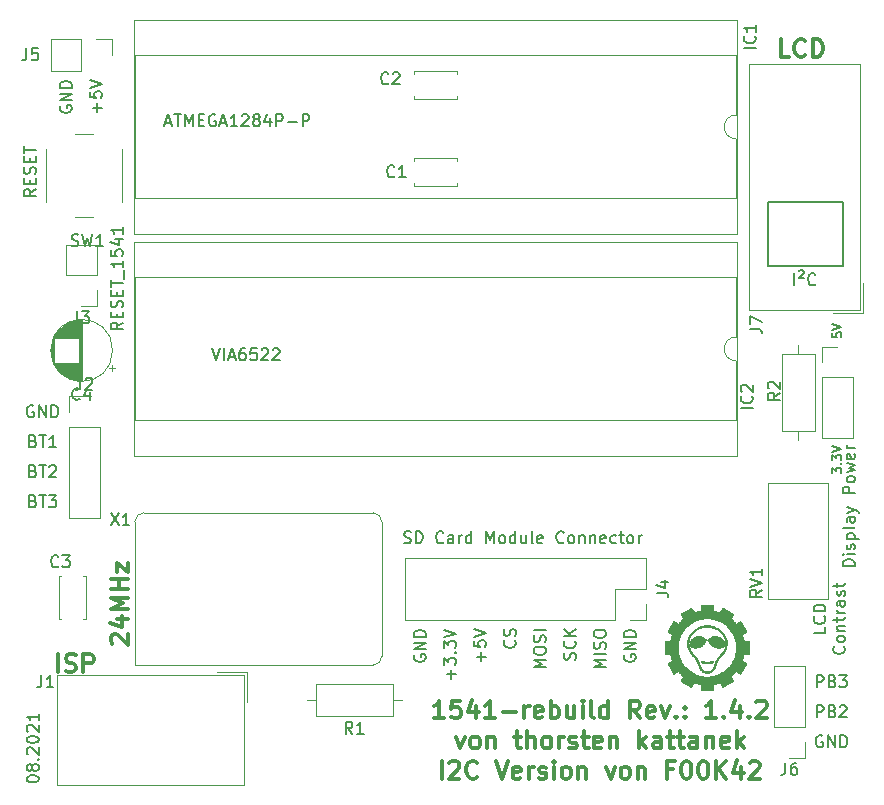
<source format=gto>
%TF.GenerationSoftware,KiCad,Pcbnew,5.1.9+dfsg1-1*%
%TF.CreationDate,2021-08-26T00:34:26+02:00*%
%TF.ProjectId,1541-rebuild,31353431-2d72-4656-9275-696c642e6b69,1.4.2*%
%TF.SameCoordinates,Original*%
%TF.FileFunction,Legend,Top*%
%TF.FilePolarity,Positive*%
%FSLAX46Y46*%
G04 Gerber Fmt 4.6, Leading zero omitted, Abs format (unit mm)*
G04 Created by KiCad (PCBNEW 5.1.9+dfsg1-1) date 2021-08-26 00:34:26*
%MOMM*%
%LPD*%
G01*
G04 APERTURE LIST*
%ADD10C,0.190500*%
%ADD11C,0.150000*%
%ADD12C,0.300000*%
%ADD13C,0.120000*%
%ADD14C,0.010000*%
G04 APERTURE END LIST*
D10*
X176874714Y-100983142D02*
X176874714Y-101346000D01*
X177237571Y-101382285D01*
X177201285Y-101346000D01*
X177165000Y-101273428D01*
X177165000Y-101092000D01*
X177201285Y-101019428D01*
X177237571Y-100983142D01*
X177310142Y-100946857D01*
X177491571Y-100946857D01*
X177564142Y-100983142D01*
X177600428Y-101019428D01*
X177636714Y-101092000D01*
X177636714Y-101273428D01*
X177600428Y-101346000D01*
X177564142Y-101382285D01*
X176874714Y-100729142D02*
X177636714Y-100475142D01*
X176874714Y-100221142D01*
X176874714Y-112884857D02*
X176874714Y-112413142D01*
X177165000Y-112667142D01*
X177165000Y-112558285D01*
X177201285Y-112485714D01*
X177237571Y-112449428D01*
X177310142Y-112413142D01*
X177491571Y-112413142D01*
X177564142Y-112449428D01*
X177600428Y-112485714D01*
X177636714Y-112558285D01*
X177636714Y-112776000D01*
X177600428Y-112848571D01*
X177564142Y-112884857D01*
X177564142Y-112086571D02*
X177600428Y-112050285D01*
X177636714Y-112086571D01*
X177600428Y-112122857D01*
X177564142Y-112086571D01*
X177636714Y-112086571D01*
X176874714Y-111796285D02*
X176874714Y-111324571D01*
X177165000Y-111578571D01*
X177165000Y-111469714D01*
X177201285Y-111397142D01*
X177237571Y-111360857D01*
X177310142Y-111324571D01*
X177491571Y-111324571D01*
X177564142Y-111360857D01*
X177600428Y-111397142D01*
X177636714Y-111469714D01*
X177636714Y-111687428D01*
X177600428Y-111760000D01*
X177564142Y-111796285D01*
X176874714Y-111106857D02*
X177636714Y-110852857D01*
X176874714Y-110598857D01*
D11*
X173617047Y-96972380D02*
X173617047Y-95972380D01*
X174045619Y-95734285D02*
X174140857Y-95686666D01*
X174283714Y-95686666D01*
X174378952Y-95734285D01*
X174426571Y-95829523D01*
X174426571Y-95924761D01*
X174378952Y-96020000D01*
X174045619Y-96353333D01*
X174426571Y-96353333D01*
X175426571Y-96877142D02*
X175378952Y-96924761D01*
X175236095Y-96972380D01*
X175140857Y-96972380D01*
X174998000Y-96924761D01*
X174902761Y-96829523D01*
X174855142Y-96734285D01*
X174807523Y-96543809D01*
X174807523Y-96400952D01*
X174855142Y-96210476D01*
X174902761Y-96115238D01*
X174998000Y-96020000D01*
X175140857Y-95972380D01*
X175236095Y-95972380D01*
X175378952Y-96020000D01*
X175426571Y-96067619D01*
X177800000Y-89916000D02*
X171450000Y-89916000D01*
X177800000Y-95377000D02*
X177800000Y-89916000D01*
X171450000Y-95377000D02*
X177800000Y-95377000D01*
X171450000Y-89916000D02*
X171450000Y-95377000D01*
X108672380Y-138810666D02*
X108672380Y-138715428D01*
X108720000Y-138620190D01*
X108767619Y-138572571D01*
X108862857Y-138524952D01*
X109053333Y-138477333D01*
X109291428Y-138477333D01*
X109481904Y-138524952D01*
X109577142Y-138572571D01*
X109624761Y-138620190D01*
X109672380Y-138715428D01*
X109672380Y-138810666D01*
X109624761Y-138905904D01*
X109577142Y-138953523D01*
X109481904Y-139001142D01*
X109291428Y-139048761D01*
X109053333Y-139048761D01*
X108862857Y-139001142D01*
X108767619Y-138953523D01*
X108720000Y-138905904D01*
X108672380Y-138810666D01*
X109100952Y-137905904D02*
X109053333Y-138001142D01*
X109005714Y-138048761D01*
X108910476Y-138096380D01*
X108862857Y-138096380D01*
X108767619Y-138048761D01*
X108720000Y-138001142D01*
X108672380Y-137905904D01*
X108672380Y-137715428D01*
X108720000Y-137620190D01*
X108767619Y-137572571D01*
X108862857Y-137524952D01*
X108910476Y-137524952D01*
X109005714Y-137572571D01*
X109053333Y-137620190D01*
X109100952Y-137715428D01*
X109100952Y-137905904D01*
X109148571Y-138001142D01*
X109196190Y-138048761D01*
X109291428Y-138096380D01*
X109481904Y-138096380D01*
X109577142Y-138048761D01*
X109624761Y-138001142D01*
X109672380Y-137905904D01*
X109672380Y-137715428D01*
X109624761Y-137620190D01*
X109577142Y-137572571D01*
X109481904Y-137524952D01*
X109291428Y-137524952D01*
X109196190Y-137572571D01*
X109148571Y-137620190D01*
X109100952Y-137715428D01*
X109577142Y-137096380D02*
X109624761Y-137048761D01*
X109672380Y-137096380D01*
X109624761Y-137144000D01*
X109577142Y-137096380D01*
X109672380Y-137096380D01*
X108767619Y-136667809D02*
X108720000Y-136620190D01*
X108672380Y-136524952D01*
X108672380Y-136286857D01*
X108720000Y-136191619D01*
X108767619Y-136144000D01*
X108862857Y-136096380D01*
X108958095Y-136096380D01*
X109100952Y-136144000D01*
X109672380Y-136715428D01*
X109672380Y-136096380D01*
X108672380Y-135477333D02*
X108672380Y-135382095D01*
X108720000Y-135286857D01*
X108767619Y-135239238D01*
X108862857Y-135191619D01*
X109053333Y-135144000D01*
X109291428Y-135144000D01*
X109481904Y-135191619D01*
X109577142Y-135239238D01*
X109624761Y-135286857D01*
X109672380Y-135382095D01*
X109672380Y-135477333D01*
X109624761Y-135572571D01*
X109577142Y-135620190D01*
X109481904Y-135667809D01*
X109291428Y-135715428D01*
X109053333Y-135715428D01*
X108862857Y-135667809D01*
X108767619Y-135620190D01*
X108720000Y-135572571D01*
X108672380Y-135477333D01*
X108767619Y-134763047D02*
X108720000Y-134715428D01*
X108672380Y-134620190D01*
X108672380Y-134382095D01*
X108720000Y-134286857D01*
X108767619Y-134239238D01*
X108862857Y-134191619D01*
X108958095Y-134191619D01*
X109100952Y-134239238D01*
X109672380Y-134810666D01*
X109672380Y-134191619D01*
X109672380Y-133239238D02*
X109672380Y-133810666D01*
X109672380Y-133524952D02*
X108672380Y-133524952D01*
X108815238Y-133620190D01*
X108910476Y-133715428D01*
X108958095Y-133810666D01*
X176284380Y-125912476D02*
X176284380Y-126388666D01*
X175284380Y-126388666D01*
X176189142Y-125007714D02*
X176236761Y-125055333D01*
X176284380Y-125198190D01*
X176284380Y-125293428D01*
X176236761Y-125436285D01*
X176141523Y-125531523D01*
X176046285Y-125579142D01*
X175855809Y-125626761D01*
X175712952Y-125626761D01*
X175522476Y-125579142D01*
X175427238Y-125531523D01*
X175332000Y-125436285D01*
X175284380Y-125293428D01*
X175284380Y-125198190D01*
X175332000Y-125055333D01*
X175379619Y-125007714D01*
X176284380Y-124579142D02*
X175284380Y-124579142D01*
X175284380Y-124341047D01*
X175332000Y-124198190D01*
X175427238Y-124102952D01*
X175522476Y-124055333D01*
X175712952Y-124007714D01*
X175855809Y-124007714D01*
X176046285Y-124055333D01*
X176141523Y-124102952D01*
X176236761Y-124198190D01*
X176284380Y-124341047D01*
X176284380Y-124579142D01*
X177839142Y-127555333D02*
X177886761Y-127602952D01*
X177934380Y-127745809D01*
X177934380Y-127841047D01*
X177886761Y-127983904D01*
X177791523Y-128079142D01*
X177696285Y-128126761D01*
X177505809Y-128174380D01*
X177362952Y-128174380D01*
X177172476Y-128126761D01*
X177077238Y-128079142D01*
X176982000Y-127983904D01*
X176934380Y-127841047D01*
X176934380Y-127745809D01*
X176982000Y-127602952D01*
X177029619Y-127555333D01*
X177934380Y-126983904D02*
X177886761Y-127079142D01*
X177839142Y-127126761D01*
X177743904Y-127174380D01*
X177458190Y-127174380D01*
X177362952Y-127126761D01*
X177315333Y-127079142D01*
X177267714Y-126983904D01*
X177267714Y-126841047D01*
X177315333Y-126745809D01*
X177362952Y-126698190D01*
X177458190Y-126650571D01*
X177743904Y-126650571D01*
X177839142Y-126698190D01*
X177886761Y-126745809D01*
X177934380Y-126841047D01*
X177934380Y-126983904D01*
X177267714Y-126222000D02*
X177934380Y-126222000D01*
X177362952Y-126222000D02*
X177315333Y-126174380D01*
X177267714Y-126079142D01*
X177267714Y-125936285D01*
X177315333Y-125841047D01*
X177410571Y-125793428D01*
X177934380Y-125793428D01*
X177267714Y-125460095D02*
X177267714Y-125079142D01*
X176934380Y-125317238D02*
X177791523Y-125317238D01*
X177886761Y-125269619D01*
X177934380Y-125174380D01*
X177934380Y-125079142D01*
X177934380Y-124745809D02*
X177267714Y-124745809D01*
X177458190Y-124745809D02*
X177362952Y-124698190D01*
X177315333Y-124650571D01*
X177267714Y-124555333D01*
X177267714Y-124460095D01*
X177934380Y-123698190D02*
X177410571Y-123698190D01*
X177315333Y-123745809D01*
X177267714Y-123841047D01*
X177267714Y-124031523D01*
X177315333Y-124126761D01*
X177886761Y-123698190D02*
X177934380Y-123793428D01*
X177934380Y-124031523D01*
X177886761Y-124126761D01*
X177791523Y-124174380D01*
X177696285Y-124174380D01*
X177601047Y-124126761D01*
X177553428Y-124031523D01*
X177553428Y-123793428D01*
X177505809Y-123698190D01*
X177886761Y-123269619D02*
X177934380Y-123174380D01*
X177934380Y-122983904D01*
X177886761Y-122888666D01*
X177791523Y-122841047D01*
X177743904Y-122841047D01*
X177648666Y-122888666D01*
X177601047Y-122983904D01*
X177601047Y-123126761D01*
X177553428Y-123222000D01*
X177458190Y-123269619D01*
X177410571Y-123269619D01*
X177315333Y-123222000D01*
X177267714Y-123126761D01*
X177267714Y-122983904D01*
X177315333Y-122888666D01*
X177267714Y-122555333D02*
X177267714Y-122174380D01*
X176934380Y-122412476D02*
X177791523Y-122412476D01*
X177886761Y-122364857D01*
X177934380Y-122269619D01*
X177934380Y-122174380D01*
X109196285Y-115244571D02*
X109339142Y-115292190D01*
X109386761Y-115339809D01*
X109434380Y-115435047D01*
X109434380Y-115577904D01*
X109386761Y-115673142D01*
X109339142Y-115720761D01*
X109243904Y-115768380D01*
X108862952Y-115768380D01*
X108862952Y-114768380D01*
X109196285Y-114768380D01*
X109291523Y-114816000D01*
X109339142Y-114863619D01*
X109386761Y-114958857D01*
X109386761Y-115054095D01*
X109339142Y-115149333D01*
X109291523Y-115196952D01*
X109196285Y-115244571D01*
X108862952Y-115244571D01*
X109720095Y-114768380D02*
X110291523Y-114768380D01*
X110005809Y-115768380D02*
X110005809Y-114768380D01*
X110529619Y-114768380D02*
X111148666Y-114768380D01*
X110815333Y-115149333D01*
X110958190Y-115149333D01*
X111053428Y-115196952D01*
X111101047Y-115244571D01*
X111148666Y-115339809D01*
X111148666Y-115577904D01*
X111101047Y-115673142D01*
X111053428Y-115720761D01*
X110958190Y-115768380D01*
X110672476Y-115768380D01*
X110577238Y-115720761D01*
X110529619Y-115673142D01*
X109196285Y-112704571D02*
X109339142Y-112752190D01*
X109386761Y-112799809D01*
X109434380Y-112895047D01*
X109434380Y-113037904D01*
X109386761Y-113133142D01*
X109339142Y-113180761D01*
X109243904Y-113228380D01*
X108862952Y-113228380D01*
X108862952Y-112228380D01*
X109196285Y-112228380D01*
X109291523Y-112276000D01*
X109339142Y-112323619D01*
X109386761Y-112418857D01*
X109386761Y-112514095D01*
X109339142Y-112609333D01*
X109291523Y-112656952D01*
X109196285Y-112704571D01*
X108862952Y-112704571D01*
X109720095Y-112228380D02*
X110291523Y-112228380D01*
X110005809Y-113228380D02*
X110005809Y-112228380D01*
X110577238Y-112323619D02*
X110624857Y-112276000D01*
X110720095Y-112228380D01*
X110958190Y-112228380D01*
X111053428Y-112276000D01*
X111101047Y-112323619D01*
X111148666Y-112418857D01*
X111148666Y-112514095D01*
X111101047Y-112656952D01*
X110529619Y-113228380D01*
X111148666Y-113228380D01*
X109196285Y-110164571D02*
X109339142Y-110212190D01*
X109386761Y-110259809D01*
X109434380Y-110355047D01*
X109434380Y-110497904D01*
X109386761Y-110593142D01*
X109339142Y-110640761D01*
X109243904Y-110688380D01*
X108862952Y-110688380D01*
X108862952Y-109688380D01*
X109196285Y-109688380D01*
X109291523Y-109736000D01*
X109339142Y-109783619D01*
X109386761Y-109878857D01*
X109386761Y-109974095D01*
X109339142Y-110069333D01*
X109291523Y-110116952D01*
X109196285Y-110164571D01*
X108862952Y-110164571D01*
X109720095Y-109688380D02*
X110291523Y-109688380D01*
X110005809Y-110688380D02*
X110005809Y-109688380D01*
X111148666Y-110688380D02*
X110577238Y-110688380D01*
X110862952Y-110688380D02*
X110862952Y-109688380D01*
X110767714Y-109831238D01*
X110672476Y-109926476D01*
X110577238Y-109974095D01*
X109220095Y-107196000D02*
X109124857Y-107148380D01*
X108982000Y-107148380D01*
X108839142Y-107196000D01*
X108743904Y-107291238D01*
X108696285Y-107386476D01*
X108648666Y-107576952D01*
X108648666Y-107719809D01*
X108696285Y-107910285D01*
X108743904Y-108005523D01*
X108839142Y-108100761D01*
X108982000Y-108148380D01*
X109077238Y-108148380D01*
X109220095Y-108100761D01*
X109267714Y-108053142D01*
X109267714Y-107719809D01*
X109077238Y-107719809D01*
X109696285Y-108148380D02*
X109696285Y-107148380D01*
X110267714Y-108148380D01*
X110267714Y-107148380D01*
X110743904Y-108148380D02*
X110743904Y-107148380D01*
X110982000Y-107148380D01*
X111124857Y-107196000D01*
X111220095Y-107291238D01*
X111267714Y-107386476D01*
X111315333Y-107576952D01*
X111315333Y-107719809D01*
X111267714Y-107910285D01*
X111220095Y-108005523D01*
X111124857Y-108100761D01*
X110982000Y-108148380D01*
X110743904Y-108148380D01*
X114625428Y-82311714D02*
X114625428Y-81549809D01*
X115006380Y-81930761D02*
X114244476Y-81930761D01*
X114006380Y-80597428D02*
X114006380Y-81073619D01*
X114482571Y-81121238D01*
X114434952Y-81073619D01*
X114387333Y-80978380D01*
X114387333Y-80740285D01*
X114434952Y-80645047D01*
X114482571Y-80597428D01*
X114577809Y-80549809D01*
X114815904Y-80549809D01*
X114911142Y-80597428D01*
X114958761Y-80645047D01*
X115006380Y-80740285D01*
X115006380Y-80978380D01*
X114958761Y-81073619D01*
X114911142Y-81121238D01*
X114006380Y-80264095D02*
X115006380Y-79930761D01*
X114006380Y-79597428D01*
X111514000Y-81787904D02*
X111466380Y-81883142D01*
X111466380Y-82026000D01*
X111514000Y-82168857D01*
X111609238Y-82264095D01*
X111704476Y-82311714D01*
X111894952Y-82359333D01*
X112037809Y-82359333D01*
X112228285Y-82311714D01*
X112323523Y-82264095D01*
X112418761Y-82168857D01*
X112466380Y-82026000D01*
X112466380Y-81930761D01*
X112418761Y-81787904D01*
X112371142Y-81740285D01*
X112037809Y-81740285D01*
X112037809Y-81930761D01*
X112466380Y-81311714D02*
X111466380Y-81311714D01*
X112466380Y-80740285D01*
X111466380Y-80740285D01*
X112466380Y-80264095D02*
X111466380Y-80264095D01*
X111466380Y-80026000D01*
X111514000Y-79883142D01*
X111609238Y-79787904D01*
X111704476Y-79740285D01*
X111894952Y-79692666D01*
X112037809Y-79692666D01*
X112228285Y-79740285D01*
X112323523Y-79787904D01*
X112418761Y-79883142D01*
X112466380Y-80026000D01*
X112466380Y-80264095D01*
X175545904Y-133548380D02*
X175545904Y-132548380D01*
X175926857Y-132548380D01*
X176022095Y-132596000D01*
X176069714Y-132643619D01*
X176117333Y-132738857D01*
X176117333Y-132881714D01*
X176069714Y-132976952D01*
X176022095Y-133024571D01*
X175926857Y-133072190D01*
X175545904Y-133072190D01*
X176879238Y-133024571D02*
X177022095Y-133072190D01*
X177069714Y-133119809D01*
X177117333Y-133215047D01*
X177117333Y-133357904D01*
X177069714Y-133453142D01*
X177022095Y-133500761D01*
X176926857Y-133548380D01*
X176545904Y-133548380D01*
X176545904Y-132548380D01*
X176879238Y-132548380D01*
X176974476Y-132596000D01*
X177022095Y-132643619D01*
X177069714Y-132738857D01*
X177069714Y-132834095D01*
X177022095Y-132929333D01*
X176974476Y-132976952D01*
X176879238Y-133024571D01*
X176545904Y-133024571D01*
X177498285Y-132643619D02*
X177545904Y-132596000D01*
X177641142Y-132548380D01*
X177879238Y-132548380D01*
X177974476Y-132596000D01*
X178022095Y-132643619D01*
X178069714Y-132738857D01*
X178069714Y-132834095D01*
X178022095Y-132976952D01*
X177450666Y-133548380D01*
X178069714Y-133548380D01*
X175545904Y-131008380D02*
X175545904Y-130008380D01*
X175926857Y-130008380D01*
X176022095Y-130056000D01*
X176069714Y-130103619D01*
X176117333Y-130198857D01*
X176117333Y-130341714D01*
X176069714Y-130436952D01*
X176022095Y-130484571D01*
X175926857Y-130532190D01*
X175545904Y-130532190D01*
X176879238Y-130484571D02*
X177022095Y-130532190D01*
X177069714Y-130579809D01*
X177117333Y-130675047D01*
X177117333Y-130817904D01*
X177069714Y-130913142D01*
X177022095Y-130960761D01*
X176926857Y-131008380D01*
X176545904Y-131008380D01*
X176545904Y-130008380D01*
X176879238Y-130008380D01*
X176974476Y-130056000D01*
X177022095Y-130103619D01*
X177069714Y-130198857D01*
X177069714Y-130294095D01*
X177022095Y-130389333D01*
X176974476Y-130436952D01*
X176879238Y-130484571D01*
X176545904Y-130484571D01*
X177450666Y-130008380D02*
X178069714Y-130008380D01*
X177736380Y-130389333D01*
X177879238Y-130389333D01*
X177974476Y-130436952D01*
X178022095Y-130484571D01*
X178069714Y-130579809D01*
X178069714Y-130817904D01*
X178022095Y-130913142D01*
X177974476Y-130960761D01*
X177879238Y-131008380D01*
X177593523Y-131008380D01*
X177498285Y-130960761D01*
X177450666Y-130913142D01*
X176022095Y-135136000D02*
X175926857Y-135088380D01*
X175784000Y-135088380D01*
X175641142Y-135136000D01*
X175545904Y-135231238D01*
X175498285Y-135326476D01*
X175450666Y-135516952D01*
X175450666Y-135659809D01*
X175498285Y-135850285D01*
X175545904Y-135945523D01*
X175641142Y-136040761D01*
X175784000Y-136088380D01*
X175879238Y-136088380D01*
X176022095Y-136040761D01*
X176069714Y-135993142D01*
X176069714Y-135659809D01*
X175879238Y-135659809D01*
X176498285Y-136088380D02*
X176498285Y-135088380D01*
X177069714Y-136088380D01*
X177069714Y-135088380D01*
X177545904Y-136088380D02*
X177545904Y-135088380D01*
X177784000Y-135088380D01*
X177926857Y-135136000D01*
X178022095Y-135231238D01*
X178069714Y-135326476D01*
X178117333Y-135516952D01*
X178117333Y-135659809D01*
X178069714Y-135850285D01*
X178022095Y-135945523D01*
X177926857Y-136040761D01*
X177784000Y-136088380D01*
X177545904Y-136088380D01*
X155090761Y-128666714D02*
X155138380Y-128523857D01*
X155138380Y-128285761D01*
X155090761Y-128190523D01*
X155043142Y-128142904D01*
X154947904Y-128095285D01*
X154852666Y-128095285D01*
X154757428Y-128142904D01*
X154709809Y-128190523D01*
X154662190Y-128285761D01*
X154614571Y-128476238D01*
X154566952Y-128571476D01*
X154519333Y-128619095D01*
X154424095Y-128666714D01*
X154328857Y-128666714D01*
X154233619Y-128619095D01*
X154186000Y-128571476D01*
X154138380Y-128476238D01*
X154138380Y-128238142D01*
X154186000Y-128095285D01*
X155043142Y-127095285D02*
X155090761Y-127142904D01*
X155138380Y-127285761D01*
X155138380Y-127381000D01*
X155090761Y-127523857D01*
X154995523Y-127619095D01*
X154900285Y-127666714D01*
X154709809Y-127714333D01*
X154566952Y-127714333D01*
X154376476Y-127666714D01*
X154281238Y-127619095D01*
X154186000Y-127523857D01*
X154138380Y-127381000D01*
X154138380Y-127285761D01*
X154186000Y-127142904D01*
X154233619Y-127095285D01*
X155138380Y-126666714D02*
X154138380Y-126666714D01*
X155138380Y-126095285D02*
X154566952Y-126523857D01*
X154138380Y-126095285D02*
X154709809Y-126666714D01*
X157678380Y-129333428D02*
X156678380Y-129333428D01*
X157392666Y-129000095D01*
X156678380Y-128666761D01*
X157678380Y-128666761D01*
X157678380Y-128190571D02*
X156678380Y-128190571D01*
X157630761Y-127762000D02*
X157678380Y-127619142D01*
X157678380Y-127381047D01*
X157630761Y-127285809D01*
X157583142Y-127238190D01*
X157487904Y-127190571D01*
X157392666Y-127190571D01*
X157297428Y-127238190D01*
X157249809Y-127285809D01*
X157202190Y-127381047D01*
X157154571Y-127571523D01*
X157106952Y-127666761D01*
X157059333Y-127714380D01*
X156964095Y-127762000D01*
X156868857Y-127762000D01*
X156773619Y-127714380D01*
X156726000Y-127666761D01*
X156678380Y-127571523D01*
X156678380Y-127333428D01*
X156726000Y-127190571D01*
X156678380Y-126571523D02*
X156678380Y-126381047D01*
X156726000Y-126285809D01*
X156821238Y-126190571D01*
X157011714Y-126142952D01*
X157345047Y-126142952D01*
X157535523Y-126190571D01*
X157630761Y-126285809D01*
X157678380Y-126381047D01*
X157678380Y-126571523D01*
X157630761Y-126666761D01*
X157535523Y-126762000D01*
X157345047Y-126809619D01*
X157011714Y-126809619D01*
X156821238Y-126762000D01*
X156726000Y-126666761D01*
X156678380Y-126571523D01*
X152598380Y-129333428D02*
X151598380Y-129333428D01*
X152312666Y-129000095D01*
X151598380Y-128666761D01*
X152598380Y-128666761D01*
X151598380Y-128000095D02*
X151598380Y-127809619D01*
X151646000Y-127714380D01*
X151741238Y-127619142D01*
X151931714Y-127571523D01*
X152265047Y-127571523D01*
X152455523Y-127619142D01*
X152550761Y-127714380D01*
X152598380Y-127809619D01*
X152598380Y-128000095D01*
X152550761Y-128095333D01*
X152455523Y-128190571D01*
X152265047Y-128238190D01*
X151931714Y-128238190D01*
X151741238Y-128190571D01*
X151646000Y-128095333D01*
X151598380Y-128000095D01*
X152550761Y-127190571D02*
X152598380Y-127047714D01*
X152598380Y-126809619D01*
X152550761Y-126714380D01*
X152503142Y-126666761D01*
X152407904Y-126619142D01*
X152312666Y-126619142D01*
X152217428Y-126666761D01*
X152169809Y-126714380D01*
X152122190Y-126809619D01*
X152074571Y-127000095D01*
X152026952Y-127095333D01*
X151979333Y-127142952D01*
X151884095Y-127190571D01*
X151788857Y-127190571D01*
X151693619Y-127142952D01*
X151646000Y-127095333D01*
X151598380Y-127000095D01*
X151598380Y-126762000D01*
X151646000Y-126619142D01*
X152598380Y-126190571D02*
X151598380Y-126190571D01*
X149963142Y-127039666D02*
X150010761Y-127087285D01*
X150058380Y-127230142D01*
X150058380Y-127325380D01*
X150010761Y-127468238D01*
X149915523Y-127563476D01*
X149820285Y-127611095D01*
X149629809Y-127658714D01*
X149486952Y-127658714D01*
X149296476Y-127611095D01*
X149201238Y-127563476D01*
X149106000Y-127468238D01*
X149058380Y-127325380D01*
X149058380Y-127230142D01*
X149106000Y-127087285D01*
X149153619Y-127039666D01*
X150010761Y-126658714D02*
X150058380Y-126515857D01*
X150058380Y-126277761D01*
X150010761Y-126182523D01*
X149963142Y-126134904D01*
X149867904Y-126087285D01*
X149772666Y-126087285D01*
X149677428Y-126134904D01*
X149629809Y-126182523D01*
X149582190Y-126277761D01*
X149534571Y-126468238D01*
X149486952Y-126563476D01*
X149439333Y-126611095D01*
X149344095Y-126658714D01*
X149248857Y-126658714D01*
X149153619Y-126611095D01*
X149106000Y-126563476D01*
X149058380Y-126468238D01*
X149058380Y-126230142D01*
X149106000Y-126087285D01*
X147137428Y-128793714D02*
X147137428Y-128031809D01*
X147518380Y-128412761D02*
X146756476Y-128412761D01*
X146518380Y-127079428D02*
X146518380Y-127555619D01*
X146994571Y-127603238D01*
X146946952Y-127555619D01*
X146899333Y-127460380D01*
X146899333Y-127222285D01*
X146946952Y-127127047D01*
X146994571Y-127079428D01*
X147089809Y-127031809D01*
X147327904Y-127031809D01*
X147423142Y-127079428D01*
X147470761Y-127127047D01*
X147518380Y-127222285D01*
X147518380Y-127460380D01*
X147470761Y-127555619D01*
X147423142Y-127603238D01*
X146518380Y-126746095D02*
X147518380Y-126412761D01*
X146518380Y-126079428D01*
X144597428Y-130270000D02*
X144597428Y-129508095D01*
X144978380Y-129889047D02*
X144216476Y-129889047D01*
X143978380Y-129127142D02*
X143978380Y-128508095D01*
X144359333Y-128841428D01*
X144359333Y-128698571D01*
X144406952Y-128603333D01*
X144454571Y-128555714D01*
X144549809Y-128508095D01*
X144787904Y-128508095D01*
X144883142Y-128555714D01*
X144930761Y-128603333D01*
X144978380Y-128698571D01*
X144978380Y-128984285D01*
X144930761Y-129079523D01*
X144883142Y-129127142D01*
X144883142Y-128079523D02*
X144930761Y-128031904D01*
X144978380Y-128079523D01*
X144930761Y-128127142D01*
X144883142Y-128079523D01*
X144978380Y-128079523D01*
X143978380Y-127698571D02*
X143978380Y-127079523D01*
X144359333Y-127412857D01*
X144359333Y-127270000D01*
X144406952Y-127174761D01*
X144454571Y-127127142D01*
X144549809Y-127079523D01*
X144787904Y-127079523D01*
X144883142Y-127127142D01*
X144930761Y-127174761D01*
X144978380Y-127270000D01*
X144978380Y-127555714D01*
X144930761Y-127650952D01*
X144883142Y-127698571D01*
X143978380Y-126793809D02*
X144978380Y-126460476D01*
X143978380Y-126127142D01*
X159266000Y-128269904D02*
X159218380Y-128365142D01*
X159218380Y-128508000D01*
X159266000Y-128650857D01*
X159361238Y-128746095D01*
X159456476Y-128793714D01*
X159646952Y-128841333D01*
X159789809Y-128841333D01*
X159980285Y-128793714D01*
X160075523Y-128746095D01*
X160170761Y-128650857D01*
X160218380Y-128508000D01*
X160218380Y-128412761D01*
X160170761Y-128269904D01*
X160123142Y-128222285D01*
X159789809Y-128222285D01*
X159789809Y-128412761D01*
X160218380Y-127793714D02*
X159218380Y-127793714D01*
X160218380Y-127222285D01*
X159218380Y-127222285D01*
X160218380Y-126746095D02*
X159218380Y-126746095D01*
X159218380Y-126508000D01*
X159266000Y-126365142D01*
X159361238Y-126269904D01*
X159456476Y-126222285D01*
X159646952Y-126174666D01*
X159789809Y-126174666D01*
X159980285Y-126222285D01*
X160075523Y-126269904D01*
X160170761Y-126365142D01*
X160218380Y-126508000D01*
X160218380Y-126746095D01*
X141486000Y-128269904D02*
X141438380Y-128365142D01*
X141438380Y-128508000D01*
X141486000Y-128650857D01*
X141581238Y-128746095D01*
X141676476Y-128793714D01*
X141866952Y-128841333D01*
X142009809Y-128841333D01*
X142200285Y-128793714D01*
X142295523Y-128746095D01*
X142390761Y-128650857D01*
X142438380Y-128508000D01*
X142438380Y-128412761D01*
X142390761Y-128269904D01*
X142343142Y-128222285D01*
X142009809Y-128222285D01*
X142009809Y-128412761D01*
X142438380Y-127793714D02*
X141438380Y-127793714D01*
X142438380Y-127222285D01*
X141438380Y-127222285D01*
X142438380Y-126746095D02*
X141438380Y-126746095D01*
X141438380Y-126508000D01*
X141486000Y-126365142D01*
X141581238Y-126269904D01*
X141676476Y-126222285D01*
X141866952Y-126174666D01*
X142009809Y-126174666D01*
X142200285Y-126222285D01*
X142295523Y-126269904D01*
X142390761Y-126365142D01*
X142438380Y-126508000D01*
X142438380Y-126746095D01*
D12*
X144011714Y-133637571D02*
X143154571Y-133637571D01*
X143583142Y-133637571D02*
X143583142Y-132137571D01*
X143440285Y-132351857D01*
X143297428Y-132494714D01*
X143154571Y-132566142D01*
X145368857Y-132137571D02*
X144654571Y-132137571D01*
X144583142Y-132851857D01*
X144654571Y-132780428D01*
X144797428Y-132709000D01*
X145154571Y-132709000D01*
X145297428Y-132780428D01*
X145368857Y-132851857D01*
X145440285Y-132994714D01*
X145440285Y-133351857D01*
X145368857Y-133494714D01*
X145297428Y-133566142D01*
X145154571Y-133637571D01*
X144797428Y-133637571D01*
X144654571Y-133566142D01*
X144583142Y-133494714D01*
X146726000Y-132637571D02*
X146726000Y-133637571D01*
X146368857Y-132066142D02*
X146011714Y-133137571D01*
X146940285Y-133137571D01*
X148297428Y-133637571D02*
X147440285Y-133637571D01*
X147868857Y-133637571D02*
X147868857Y-132137571D01*
X147726000Y-132351857D01*
X147583142Y-132494714D01*
X147440285Y-132566142D01*
X148940285Y-133066142D02*
X150083142Y-133066142D01*
X150797428Y-133637571D02*
X150797428Y-132637571D01*
X150797428Y-132923285D02*
X150868857Y-132780428D01*
X150940285Y-132709000D01*
X151083142Y-132637571D01*
X151226000Y-132637571D01*
X152297428Y-133566142D02*
X152154571Y-133637571D01*
X151868857Y-133637571D01*
X151726000Y-133566142D01*
X151654571Y-133423285D01*
X151654571Y-132851857D01*
X151726000Y-132709000D01*
X151868857Y-132637571D01*
X152154571Y-132637571D01*
X152297428Y-132709000D01*
X152368857Y-132851857D01*
X152368857Y-132994714D01*
X151654571Y-133137571D01*
X153011714Y-133637571D02*
X153011714Y-132137571D01*
X153011714Y-132709000D02*
X153154571Y-132637571D01*
X153440285Y-132637571D01*
X153583142Y-132709000D01*
X153654571Y-132780428D01*
X153726000Y-132923285D01*
X153726000Y-133351857D01*
X153654571Y-133494714D01*
X153583142Y-133566142D01*
X153440285Y-133637571D01*
X153154571Y-133637571D01*
X153011714Y-133566142D01*
X155011714Y-132637571D02*
X155011714Y-133637571D01*
X154368857Y-132637571D02*
X154368857Y-133423285D01*
X154440285Y-133566142D01*
X154583142Y-133637571D01*
X154797428Y-133637571D01*
X154940285Y-133566142D01*
X155011714Y-133494714D01*
X155726000Y-133637571D02*
X155726000Y-132637571D01*
X155726000Y-132137571D02*
X155654571Y-132209000D01*
X155726000Y-132280428D01*
X155797428Y-132209000D01*
X155726000Y-132137571D01*
X155726000Y-132280428D01*
X156654571Y-133637571D02*
X156511714Y-133566142D01*
X156440285Y-133423285D01*
X156440285Y-132137571D01*
X157868857Y-133637571D02*
X157868857Y-132137571D01*
X157868857Y-133566142D02*
X157726000Y-133637571D01*
X157440285Y-133637571D01*
X157297428Y-133566142D01*
X157226000Y-133494714D01*
X157154571Y-133351857D01*
X157154571Y-132923285D01*
X157226000Y-132780428D01*
X157297428Y-132709000D01*
X157440285Y-132637571D01*
X157726000Y-132637571D01*
X157868857Y-132709000D01*
X160583142Y-133637571D02*
X160083142Y-132923285D01*
X159726000Y-133637571D02*
X159726000Y-132137571D01*
X160297428Y-132137571D01*
X160440285Y-132209000D01*
X160511714Y-132280428D01*
X160583142Y-132423285D01*
X160583142Y-132637571D01*
X160511714Y-132780428D01*
X160440285Y-132851857D01*
X160297428Y-132923285D01*
X159726000Y-132923285D01*
X161797428Y-133566142D02*
X161654571Y-133637571D01*
X161368857Y-133637571D01*
X161226000Y-133566142D01*
X161154571Y-133423285D01*
X161154571Y-132851857D01*
X161226000Y-132709000D01*
X161368857Y-132637571D01*
X161654571Y-132637571D01*
X161797428Y-132709000D01*
X161868857Y-132851857D01*
X161868857Y-132994714D01*
X161154571Y-133137571D01*
X162368857Y-132637571D02*
X162726000Y-133637571D01*
X163083142Y-132637571D01*
X163654571Y-133494714D02*
X163726000Y-133566142D01*
X163654571Y-133637571D01*
X163583142Y-133566142D01*
X163654571Y-133494714D01*
X163654571Y-133637571D01*
X164368857Y-133494714D02*
X164440285Y-133566142D01*
X164368857Y-133637571D01*
X164297428Y-133566142D01*
X164368857Y-133494714D01*
X164368857Y-133637571D01*
X164368857Y-132709000D02*
X164440285Y-132780428D01*
X164368857Y-132851857D01*
X164297428Y-132780428D01*
X164368857Y-132709000D01*
X164368857Y-132851857D01*
X167011714Y-133637571D02*
X166154571Y-133637571D01*
X166583142Y-133637571D02*
X166583142Y-132137571D01*
X166440285Y-132351857D01*
X166297428Y-132494714D01*
X166154571Y-132566142D01*
X167654571Y-133494714D02*
X167726000Y-133566142D01*
X167654571Y-133637571D01*
X167583142Y-133566142D01*
X167654571Y-133494714D01*
X167654571Y-133637571D01*
X169011714Y-132637571D02*
X169011714Y-133637571D01*
X168654571Y-132066142D02*
X168297428Y-133137571D01*
X169225999Y-133137571D01*
X169797428Y-133494714D02*
X169868857Y-133566142D01*
X169797428Y-133637571D01*
X169726000Y-133566142D01*
X169797428Y-133494714D01*
X169797428Y-133637571D01*
X170440285Y-132280428D02*
X170511714Y-132209000D01*
X170654571Y-132137571D01*
X171011714Y-132137571D01*
X171154571Y-132209000D01*
X171225999Y-132280428D01*
X171297428Y-132423285D01*
X171297428Y-132566142D01*
X171225999Y-132780428D01*
X170368857Y-133637571D01*
X171297428Y-133637571D01*
X145011714Y-135187571D02*
X145368857Y-136187571D01*
X145726000Y-135187571D01*
X146511714Y-136187571D02*
X146368857Y-136116142D01*
X146297428Y-136044714D01*
X146226000Y-135901857D01*
X146226000Y-135473285D01*
X146297428Y-135330428D01*
X146368857Y-135259000D01*
X146511714Y-135187571D01*
X146726000Y-135187571D01*
X146868857Y-135259000D01*
X146940285Y-135330428D01*
X147011714Y-135473285D01*
X147011714Y-135901857D01*
X146940285Y-136044714D01*
X146868857Y-136116142D01*
X146726000Y-136187571D01*
X146511714Y-136187571D01*
X147654571Y-135187571D02*
X147654571Y-136187571D01*
X147654571Y-135330428D02*
X147726000Y-135259000D01*
X147868857Y-135187571D01*
X148083142Y-135187571D01*
X148226000Y-135259000D01*
X148297428Y-135401857D01*
X148297428Y-136187571D01*
X149940285Y-135187571D02*
X150511714Y-135187571D01*
X150154571Y-134687571D02*
X150154571Y-135973285D01*
X150226000Y-136116142D01*
X150368857Y-136187571D01*
X150511714Y-136187571D01*
X151011714Y-136187571D02*
X151011714Y-134687571D01*
X151654571Y-136187571D02*
X151654571Y-135401857D01*
X151583142Y-135259000D01*
X151440285Y-135187571D01*
X151226000Y-135187571D01*
X151083142Y-135259000D01*
X151011714Y-135330428D01*
X152583142Y-136187571D02*
X152440285Y-136116142D01*
X152368857Y-136044714D01*
X152297428Y-135901857D01*
X152297428Y-135473285D01*
X152368857Y-135330428D01*
X152440285Y-135259000D01*
X152583142Y-135187571D01*
X152797428Y-135187571D01*
X152940285Y-135259000D01*
X153011714Y-135330428D01*
X153083142Y-135473285D01*
X153083142Y-135901857D01*
X153011714Y-136044714D01*
X152940285Y-136116142D01*
X152797428Y-136187571D01*
X152583142Y-136187571D01*
X153726000Y-136187571D02*
X153726000Y-135187571D01*
X153726000Y-135473285D02*
X153797428Y-135330428D01*
X153868857Y-135259000D01*
X154011714Y-135187571D01*
X154154571Y-135187571D01*
X154583142Y-136116142D02*
X154726000Y-136187571D01*
X155011714Y-136187571D01*
X155154571Y-136116142D01*
X155226000Y-135973285D01*
X155226000Y-135901857D01*
X155154571Y-135759000D01*
X155011714Y-135687571D01*
X154797428Y-135687571D01*
X154654571Y-135616142D01*
X154583142Y-135473285D01*
X154583142Y-135401857D01*
X154654571Y-135259000D01*
X154797428Y-135187571D01*
X155011714Y-135187571D01*
X155154571Y-135259000D01*
X155654571Y-135187571D02*
X156226000Y-135187571D01*
X155868857Y-134687571D02*
X155868857Y-135973285D01*
X155940285Y-136116142D01*
X156083142Y-136187571D01*
X156226000Y-136187571D01*
X157297428Y-136116142D02*
X157154571Y-136187571D01*
X156868857Y-136187571D01*
X156726000Y-136116142D01*
X156654571Y-135973285D01*
X156654571Y-135401857D01*
X156726000Y-135259000D01*
X156868857Y-135187571D01*
X157154571Y-135187571D01*
X157297428Y-135259000D01*
X157368857Y-135401857D01*
X157368857Y-135544714D01*
X156654571Y-135687571D01*
X158011714Y-135187571D02*
X158011714Y-136187571D01*
X158011714Y-135330428D02*
X158083142Y-135259000D01*
X158226000Y-135187571D01*
X158440285Y-135187571D01*
X158583142Y-135259000D01*
X158654571Y-135401857D01*
X158654571Y-136187571D01*
X160511714Y-136187571D02*
X160511714Y-134687571D01*
X160654571Y-135616142D02*
X161083142Y-136187571D01*
X161083142Y-135187571D02*
X160511714Y-135759000D01*
X162368857Y-136187571D02*
X162368857Y-135401857D01*
X162297428Y-135259000D01*
X162154571Y-135187571D01*
X161868857Y-135187571D01*
X161726000Y-135259000D01*
X162368857Y-136116142D02*
X162226000Y-136187571D01*
X161868857Y-136187571D01*
X161726000Y-136116142D01*
X161654571Y-135973285D01*
X161654571Y-135830428D01*
X161726000Y-135687571D01*
X161868857Y-135616142D01*
X162226000Y-135616142D01*
X162368857Y-135544714D01*
X162868857Y-135187571D02*
X163440285Y-135187571D01*
X163083142Y-134687571D02*
X163083142Y-135973285D01*
X163154571Y-136116142D01*
X163297428Y-136187571D01*
X163440285Y-136187571D01*
X163726000Y-135187571D02*
X164297428Y-135187571D01*
X163940285Y-134687571D02*
X163940285Y-135973285D01*
X164011714Y-136116142D01*
X164154571Y-136187571D01*
X164297428Y-136187571D01*
X165440285Y-136187571D02*
X165440285Y-135401857D01*
X165368857Y-135259000D01*
X165226000Y-135187571D01*
X164940285Y-135187571D01*
X164797428Y-135259000D01*
X165440285Y-136116142D02*
X165297428Y-136187571D01*
X164940285Y-136187571D01*
X164797428Y-136116142D01*
X164726000Y-135973285D01*
X164726000Y-135830428D01*
X164797428Y-135687571D01*
X164940285Y-135616142D01*
X165297428Y-135616142D01*
X165440285Y-135544714D01*
X166154571Y-135187571D02*
X166154571Y-136187571D01*
X166154571Y-135330428D02*
X166226000Y-135259000D01*
X166368857Y-135187571D01*
X166583142Y-135187571D01*
X166726000Y-135259000D01*
X166797428Y-135401857D01*
X166797428Y-136187571D01*
X168083142Y-136116142D02*
X167940285Y-136187571D01*
X167654571Y-136187571D01*
X167511714Y-136116142D01*
X167440285Y-135973285D01*
X167440285Y-135401857D01*
X167511714Y-135259000D01*
X167654571Y-135187571D01*
X167940285Y-135187571D01*
X168083142Y-135259000D01*
X168154571Y-135401857D01*
X168154571Y-135544714D01*
X167440285Y-135687571D01*
X168797428Y-136187571D02*
X168797428Y-134687571D01*
X168940285Y-135616142D02*
X169368857Y-136187571D01*
X169368857Y-135187571D02*
X168797428Y-135759000D01*
X143797428Y-138737571D02*
X143797428Y-137237571D01*
X144440285Y-137380428D02*
X144511714Y-137309000D01*
X144654571Y-137237571D01*
X145011714Y-137237571D01*
X145154571Y-137309000D01*
X145226000Y-137380428D01*
X145297428Y-137523285D01*
X145297428Y-137666142D01*
X145226000Y-137880428D01*
X144368857Y-138737571D01*
X145297428Y-138737571D01*
X146797428Y-138594714D02*
X146726000Y-138666142D01*
X146511714Y-138737571D01*
X146368857Y-138737571D01*
X146154571Y-138666142D01*
X146011714Y-138523285D01*
X145940285Y-138380428D01*
X145868857Y-138094714D01*
X145868857Y-137880428D01*
X145940285Y-137594714D01*
X146011714Y-137451857D01*
X146154571Y-137309000D01*
X146368857Y-137237571D01*
X146511714Y-137237571D01*
X146726000Y-137309000D01*
X146797428Y-137380428D01*
X148368857Y-137237571D02*
X148868857Y-138737571D01*
X149368857Y-137237571D01*
X150440285Y-138666142D02*
X150297428Y-138737571D01*
X150011714Y-138737571D01*
X149868857Y-138666142D01*
X149797428Y-138523285D01*
X149797428Y-137951857D01*
X149868857Y-137809000D01*
X150011714Y-137737571D01*
X150297428Y-137737571D01*
X150440285Y-137809000D01*
X150511714Y-137951857D01*
X150511714Y-138094714D01*
X149797428Y-138237571D01*
X151154571Y-138737571D02*
X151154571Y-137737571D01*
X151154571Y-138023285D02*
X151226000Y-137880428D01*
X151297428Y-137809000D01*
X151440285Y-137737571D01*
X151583142Y-137737571D01*
X152011714Y-138666142D02*
X152154571Y-138737571D01*
X152440285Y-138737571D01*
X152583142Y-138666142D01*
X152654571Y-138523285D01*
X152654571Y-138451857D01*
X152583142Y-138309000D01*
X152440285Y-138237571D01*
X152226000Y-138237571D01*
X152083142Y-138166142D01*
X152011714Y-138023285D01*
X152011714Y-137951857D01*
X152083142Y-137809000D01*
X152226000Y-137737571D01*
X152440285Y-137737571D01*
X152583142Y-137809000D01*
X153297428Y-138737571D02*
X153297428Y-137737571D01*
X153297428Y-137237571D02*
X153226000Y-137309000D01*
X153297428Y-137380428D01*
X153368857Y-137309000D01*
X153297428Y-137237571D01*
X153297428Y-137380428D01*
X154226000Y-138737571D02*
X154083142Y-138666142D01*
X154011714Y-138594714D01*
X153940285Y-138451857D01*
X153940285Y-138023285D01*
X154011714Y-137880428D01*
X154083142Y-137809000D01*
X154226000Y-137737571D01*
X154440285Y-137737571D01*
X154583142Y-137809000D01*
X154654571Y-137880428D01*
X154726000Y-138023285D01*
X154726000Y-138451857D01*
X154654571Y-138594714D01*
X154583142Y-138666142D01*
X154440285Y-138737571D01*
X154226000Y-138737571D01*
X155368857Y-137737571D02*
X155368857Y-138737571D01*
X155368857Y-137880428D02*
X155440285Y-137809000D01*
X155583142Y-137737571D01*
X155797428Y-137737571D01*
X155940285Y-137809000D01*
X156011714Y-137951857D01*
X156011714Y-138737571D01*
X157726000Y-137737571D02*
X158083142Y-138737571D01*
X158440285Y-137737571D01*
X159226000Y-138737571D02*
X159083142Y-138666142D01*
X159011714Y-138594714D01*
X158940285Y-138451857D01*
X158940285Y-138023285D01*
X159011714Y-137880428D01*
X159083142Y-137809000D01*
X159226000Y-137737571D01*
X159440285Y-137737571D01*
X159583142Y-137809000D01*
X159654571Y-137880428D01*
X159726000Y-138023285D01*
X159726000Y-138451857D01*
X159654571Y-138594714D01*
X159583142Y-138666142D01*
X159440285Y-138737571D01*
X159226000Y-138737571D01*
X160368857Y-137737571D02*
X160368857Y-138737571D01*
X160368857Y-137880428D02*
X160440285Y-137809000D01*
X160583142Y-137737571D01*
X160797428Y-137737571D01*
X160940285Y-137809000D01*
X161011714Y-137951857D01*
X161011714Y-138737571D01*
X163368857Y-137951857D02*
X162868857Y-137951857D01*
X162868857Y-138737571D02*
X162868857Y-137237571D01*
X163583142Y-137237571D01*
X164440285Y-137237571D02*
X164583142Y-137237571D01*
X164726000Y-137309000D01*
X164797428Y-137380428D01*
X164868857Y-137523285D01*
X164940285Y-137809000D01*
X164940285Y-138166142D01*
X164868857Y-138451857D01*
X164797428Y-138594714D01*
X164726000Y-138666142D01*
X164583142Y-138737571D01*
X164440285Y-138737571D01*
X164297428Y-138666142D01*
X164226000Y-138594714D01*
X164154571Y-138451857D01*
X164083142Y-138166142D01*
X164083142Y-137809000D01*
X164154571Y-137523285D01*
X164226000Y-137380428D01*
X164297428Y-137309000D01*
X164440285Y-137237571D01*
X165868857Y-137237571D02*
X166011714Y-137237571D01*
X166154571Y-137309000D01*
X166226000Y-137380428D01*
X166297428Y-137523285D01*
X166368857Y-137809000D01*
X166368857Y-138166142D01*
X166297428Y-138451857D01*
X166226000Y-138594714D01*
X166154571Y-138666142D01*
X166011714Y-138737571D01*
X165868857Y-138737571D01*
X165726000Y-138666142D01*
X165654571Y-138594714D01*
X165583142Y-138451857D01*
X165511714Y-138166142D01*
X165511714Y-137809000D01*
X165583142Y-137523285D01*
X165654571Y-137380428D01*
X165726000Y-137309000D01*
X165868857Y-137237571D01*
X167011714Y-138737571D02*
X167011714Y-137237571D01*
X167868857Y-138737571D02*
X167226000Y-137880428D01*
X167868857Y-137237571D02*
X167011714Y-138094714D01*
X169154571Y-137737571D02*
X169154571Y-138737571D01*
X168797428Y-137166142D02*
X168440285Y-138237571D01*
X169368857Y-138237571D01*
X169868857Y-137380428D02*
X169940285Y-137309000D01*
X170083142Y-137237571D01*
X170440285Y-137237571D01*
X170583142Y-137309000D01*
X170654571Y-137380428D01*
X170726000Y-137523285D01*
X170726000Y-137666142D01*
X170654571Y-137880428D01*
X169797428Y-138737571D01*
X170726000Y-138737571D01*
X115907428Y-127344857D02*
X115836000Y-127273428D01*
X115764571Y-127130571D01*
X115764571Y-126773428D01*
X115836000Y-126630571D01*
X115907428Y-126559142D01*
X116050285Y-126487714D01*
X116193142Y-126487714D01*
X116407428Y-126559142D01*
X117264571Y-127416285D01*
X117264571Y-126487714D01*
X116264571Y-125202000D02*
X117264571Y-125202000D01*
X115693142Y-125559142D02*
X116764571Y-125916285D01*
X116764571Y-124987714D01*
X117264571Y-124416285D02*
X115764571Y-124416285D01*
X116836000Y-123916285D01*
X115764571Y-123416285D01*
X117264571Y-123416285D01*
X117264571Y-122702000D02*
X115764571Y-122702000D01*
X116478857Y-122702000D02*
X116478857Y-121844857D01*
X117264571Y-121844857D02*
X115764571Y-121844857D01*
X116264571Y-121273428D02*
X116264571Y-120487714D01*
X117264571Y-121273428D01*
X117264571Y-120487714D01*
X173208285Y-77640571D02*
X172494000Y-77640571D01*
X172494000Y-76140571D01*
X174565428Y-77497714D02*
X174494000Y-77569142D01*
X174279714Y-77640571D01*
X174136857Y-77640571D01*
X173922571Y-77569142D01*
X173779714Y-77426285D01*
X173708285Y-77283428D01*
X173636857Y-76997714D01*
X173636857Y-76783428D01*
X173708285Y-76497714D01*
X173779714Y-76354857D01*
X173922571Y-76212000D01*
X174136857Y-76140571D01*
X174279714Y-76140571D01*
X174494000Y-76212000D01*
X174565428Y-76283428D01*
X175208285Y-77640571D02*
X175208285Y-76140571D01*
X175565428Y-76140571D01*
X175779714Y-76212000D01*
X175922571Y-76354857D01*
X175994000Y-76497714D01*
X176065428Y-76783428D01*
X176065428Y-76997714D01*
X175994000Y-77283428D01*
X175922571Y-77426285D01*
X175779714Y-77569142D01*
X175565428Y-77640571D01*
X175208285Y-77640571D01*
X111311714Y-129710571D02*
X111311714Y-128210571D01*
X111954571Y-129639142D02*
X112168857Y-129710571D01*
X112526000Y-129710571D01*
X112668857Y-129639142D01*
X112740285Y-129567714D01*
X112811714Y-129424857D01*
X112811714Y-129282000D01*
X112740285Y-129139142D01*
X112668857Y-129067714D01*
X112526000Y-128996285D01*
X112240285Y-128924857D01*
X112097428Y-128853428D01*
X112026000Y-128782000D01*
X111954571Y-128639142D01*
X111954571Y-128496285D01*
X112026000Y-128353428D01*
X112097428Y-128282000D01*
X112240285Y-128210571D01*
X112597428Y-128210571D01*
X112811714Y-128282000D01*
X113454571Y-129710571D02*
X113454571Y-128210571D01*
X114026000Y-128210571D01*
X114168857Y-128282000D01*
X114240285Y-128353428D01*
X114311714Y-128496285D01*
X114311714Y-128710571D01*
X114240285Y-128853428D01*
X114168857Y-128924857D01*
X114026000Y-128996285D01*
X113454571Y-128996285D01*
D13*
X115858775Y-104214000D02*
X115858775Y-103714000D01*
X116108775Y-103964000D02*
X115608775Y-103964000D01*
X110703000Y-102773000D02*
X110703000Y-102205000D01*
X110743000Y-103007000D02*
X110743000Y-101971000D01*
X110783000Y-103166000D02*
X110783000Y-101812000D01*
X110823000Y-103294000D02*
X110823000Y-101684000D01*
X110863000Y-103404000D02*
X110863000Y-101574000D01*
X110903000Y-103500000D02*
X110903000Y-101478000D01*
X110943000Y-103587000D02*
X110943000Y-101391000D01*
X110983000Y-103667000D02*
X110983000Y-101311000D01*
X111023000Y-101449000D02*
X111023000Y-101238000D01*
X111023000Y-103740000D02*
X111023000Y-103529000D01*
X111063000Y-101449000D02*
X111063000Y-101170000D01*
X111063000Y-103808000D02*
X111063000Y-103529000D01*
X111103000Y-101449000D02*
X111103000Y-101106000D01*
X111103000Y-103872000D02*
X111103000Y-103529000D01*
X111143000Y-101449000D02*
X111143000Y-101046000D01*
X111143000Y-103932000D02*
X111143000Y-103529000D01*
X111183000Y-101449000D02*
X111183000Y-100989000D01*
X111183000Y-103989000D02*
X111183000Y-103529000D01*
X111223000Y-101449000D02*
X111223000Y-100935000D01*
X111223000Y-104043000D02*
X111223000Y-103529000D01*
X111263000Y-101449000D02*
X111263000Y-100884000D01*
X111263000Y-104094000D02*
X111263000Y-103529000D01*
X111303000Y-101449000D02*
X111303000Y-100836000D01*
X111303000Y-104142000D02*
X111303000Y-103529000D01*
X111343000Y-101449000D02*
X111343000Y-100790000D01*
X111343000Y-104188000D02*
X111343000Y-103529000D01*
X111383000Y-101449000D02*
X111383000Y-100746000D01*
X111383000Y-104232000D02*
X111383000Y-103529000D01*
X111423000Y-101449000D02*
X111423000Y-100704000D01*
X111423000Y-104274000D02*
X111423000Y-103529000D01*
X111463000Y-101449000D02*
X111463000Y-100663000D01*
X111463000Y-104315000D02*
X111463000Y-103529000D01*
X111503000Y-101449000D02*
X111503000Y-100625000D01*
X111503000Y-104353000D02*
X111503000Y-103529000D01*
X111543000Y-101449000D02*
X111543000Y-100588000D01*
X111543000Y-104390000D02*
X111543000Y-103529000D01*
X111583000Y-101449000D02*
X111583000Y-100552000D01*
X111583000Y-104426000D02*
X111583000Y-103529000D01*
X111623000Y-101449000D02*
X111623000Y-100518000D01*
X111623000Y-104460000D02*
X111623000Y-103529000D01*
X111663000Y-101449000D02*
X111663000Y-100485000D01*
X111663000Y-104493000D02*
X111663000Y-103529000D01*
X111703000Y-101449000D02*
X111703000Y-100454000D01*
X111703000Y-104524000D02*
X111703000Y-103529000D01*
X111743000Y-101449000D02*
X111743000Y-100424000D01*
X111743000Y-104554000D02*
X111743000Y-103529000D01*
X111783000Y-101449000D02*
X111783000Y-100394000D01*
X111783000Y-104584000D02*
X111783000Y-103529000D01*
X111823000Y-101449000D02*
X111823000Y-100367000D01*
X111823000Y-104611000D02*
X111823000Y-103529000D01*
X111863000Y-101449000D02*
X111863000Y-100340000D01*
X111863000Y-104638000D02*
X111863000Y-103529000D01*
X111903000Y-101449000D02*
X111903000Y-100314000D01*
X111903000Y-104664000D02*
X111903000Y-103529000D01*
X111943000Y-101449000D02*
X111943000Y-100289000D01*
X111943000Y-104689000D02*
X111943000Y-103529000D01*
X111983000Y-101449000D02*
X111983000Y-100265000D01*
X111983000Y-104713000D02*
X111983000Y-103529000D01*
X112023000Y-101449000D02*
X112023000Y-100242000D01*
X112023000Y-104736000D02*
X112023000Y-103529000D01*
X112063000Y-101449000D02*
X112063000Y-100221000D01*
X112063000Y-104757000D02*
X112063000Y-103529000D01*
X112103000Y-101449000D02*
X112103000Y-100199000D01*
X112103000Y-104779000D02*
X112103000Y-103529000D01*
X112143000Y-101449000D02*
X112143000Y-100179000D01*
X112143000Y-104799000D02*
X112143000Y-103529000D01*
X112183000Y-101449000D02*
X112183000Y-100160000D01*
X112183000Y-104818000D02*
X112183000Y-103529000D01*
X112223000Y-101449000D02*
X112223000Y-100141000D01*
X112223000Y-104837000D02*
X112223000Y-103529000D01*
X112263000Y-101449000D02*
X112263000Y-100124000D01*
X112263000Y-104854000D02*
X112263000Y-103529000D01*
X112303000Y-101449000D02*
X112303000Y-100107000D01*
X112303000Y-104871000D02*
X112303000Y-103529000D01*
X112343000Y-101449000D02*
X112343000Y-100091000D01*
X112343000Y-104887000D02*
X112343000Y-103529000D01*
X112383000Y-101449000D02*
X112383000Y-100075000D01*
X112383000Y-104903000D02*
X112383000Y-103529000D01*
X112423000Y-101449000D02*
X112423000Y-100061000D01*
X112423000Y-104917000D02*
X112423000Y-103529000D01*
X112463000Y-101449000D02*
X112463000Y-100047000D01*
X112463000Y-104931000D02*
X112463000Y-103529000D01*
X112503000Y-101449000D02*
X112503000Y-100034000D01*
X112503000Y-104944000D02*
X112503000Y-103529000D01*
X112543000Y-101449000D02*
X112543000Y-100021000D01*
X112543000Y-104957000D02*
X112543000Y-103529000D01*
X112583000Y-101449000D02*
X112583000Y-100009000D01*
X112583000Y-104969000D02*
X112583000Y-103529000D01*
X112624000Y-101449000D02*
X112624000Y-99998000D01*
X112624000Y-104980000D02*
X112624000Y-103529000D01*
X112664000Y-101449000D02*
X112664000Y-99988000D01*
X112664000Y-104990000D02*
X112664000Y-103529000D01*
X112704000Y-101449000D02*
X112704000Y-99978000D01*
X112704000Y-105000000D02*
X112704000Y-103529000D01*
X112744000Y-101449000D02*
X112744000Y-99969000D01*
X112744000Y-105009000D02*
X112744000Y-103529000D01*
X112784000Y-101449000D02*
X112784000Y-99961000D01*
X112784000Y-105017000D02*
X112784000Y-103529000D01*
X112824000Y-101449000D02*
X112824000Y-99953000D01*
X112824000Y-105025000D02*
X112824000Y-103529000D01*
X112864000Y-101449000D02*
X112864000Y-99946000D01*
X112864000Y-105032000D02*
X112864000Y-103529000D01*
X112904000Y-101449000D02*
X112904000Y-99939000D01*
X112904000Y-105039000D02*
X112904000Y-103529000D01*
X112944000Y-101449000D02*
X112944000Y-99933000D01*
X112944000Y-105045000D02*
X112944000Y-103529000D01*
X112984000Y-101449000D02*
X112984000Y-99928000D01*
X112984000Y-105050000D02*
X112984000Y-103529000D01*
X113024000Y-101449000D02*
X113024000Y-99924000D01*
X113024000Y-105054000D02*
X113024000Y-103529000D01*
X113064000Y-101449000D02*
X113064000Y-99920000D01*
X113064000Y-105058000D02*
X113064000Y-103529000D01*
X113104000Y-105062000D02*
X113104000Y-99916000D01*
X113144000Y-105065000D02*
X113144000Y-99913000D01*
X113184000Y-105067000D02*
X113184000Y-99911000D01*
X113224000Y-105068000D02*
X113224000Y-99910000D01*
X113264000Y-105069000D02*
X113264000Y-99909000D01*
X113304000Y-105069000D02*
X113304000Y-99909000D01*
X115924000Y-102489000D02*
G75*
G03*
X115924000Y-102489000I-2620000J0D01*
G01*
X116752000Y-89932000D02*
X116752000Y-85432000D01*
X112752000Y-91182000D02*
X114252000Y-91182000D01*
X110252000Y-85432000D02*
X110252000Y-89932000D01*
X114252000Y-84182000D02*
X112752000Y-84182000D01*
X168776000Y-92626000D02*
X168776000Y-74506000D01*
X117736000Y-92626000D02*
X168776000Y-92626000D01*
X117736000Y-74506000D02*
X117736000Y-92626000D01*
X168776000Y-74506000D02*
X117736000Y-74506000D01*
X168716000Y-89626000D02*
X168716000Y-84566000D01*
X117796000Y-89626000D02*
X168716000Y-89626000D01*
X117796000Y-77506000D02*
X117796000Y-89626000D01*
X168716000Y-77506000D02*
X117796000Y-77506000D01*
X168716000Y-82566000D02*
X168716000Y-77506000D01*
X168716000Y-84566000D02*
G75*
G02*
X168716000Y-82566000I0J1000000D01*
G01*
X175962000Y-102175000D02*
X177292000Y-102175000D01*
X175962000Y-103505000D02*
X175962000Y-102175000D01*
X175962000Y-104775000D02*
X178622000Y-104775000D01*
X178622000Y-104775000D02*
X178622000Y-109915000D01*
X175962000Y-104775000D02*
X175962000Y-109915000D01*
X175962000Y-109915000D02*
X178622000Y-109915000D01*
D14*
G36*
X166990937Y-126675527D02*
G01*
X167019019Y-126677266D01*
X167026359Y-126678016D01*
X167107582Y-126691467D01*
X167186202Y-126712755D01*
X167261710Y-126741628D01*
X167333597Y-126777832D01*
X167401354Y-126821112D01*
X167464472Y-126871215D01*
X167517739Y-126922834D01*
X167555361Y-126965391D01*
X167587883Y-127007931D01*
X167616950Y-127052885D01*
X167644202Y-127102683D01*
X167657168Y-127129117D01*
X167682723Y-127187959D01*
X167702411Y-127245321D01*
X167716734Y-127303335D01*
X167726193Y-127364137D01*
X167731289Y-127429860D01*
X167731950Y-127447644D01*
X167734257Y-127524871D01*
X167681837Y-127550187D01*
X167609401Y-127581567D01*
X167534410Y-127606795D01*
X167455556Y-127626233D01*
X167371530Y-127640244D01*
X167345784Y-127643370D01*
X167323687Y-127645121D01*
X167295408Y-127646296D01*
X167263211Y-127646896D01*
X167229359Y-127646926D01*
X167196116Y-127646389D01*
X167165748Y-127645286D01*
X167140517Y-127643623D01*
X167134877Y-127643078D01*
X167042761Y-127629196D01*
X166953368Y-127607439D01*
X166867095Y-127578068D01*
X166784340Y-127541342D01*
X166705499Y-127497521D01*
X166630970Y-127446867D01*
X166561151Y-127389637D01*
X166496438Y-127326094D01*
X166437229Y-127256496D01*
X166383921Y-127181104D01*
X166354356Y-127132178D01*
X166344361Y-127113872D01*
X166333646Y-127093076D01*
X166322925Y-127071322D01*
X166312915Y-127050143D01*
X166304333Y-127031071D01*
X166297895Y-127015640D01*
X166294317Y-127005383D01*
X166293824Y-127002629D01*
X166296491Y-126996878D01*
X166303696Y-126986296D01*
X166314291Y-126972324D01*
X166327126Y-126956402D01*
X166341052Y-126939972D01*
X166354920Y-126924475D01*
X166362867Y-126916086D01*
X166421978Y-126861401D01*
X166486647Y-126812722D01*
X166556051Y-126770486D01*
X166629370Y-126735131D01*
X166705783Y-126707095D01*
X166784469Y-126686815D01*
X166798027Y-126684167D01*
X166822004Y-126680755D01*
X166852206Y-126678051D01*
X166886416Y-126676117D01*
X166922419Y-126675012D01*
X166957999Y-126674795D01*
X166990937Y-126675527D01*
G37*
X166990937Y-126675527D02*
X167019019Y-126677266D01*
X167026359Y-126678016D01*
X167107582Y-126691467D01*
X167186202Y-126712755D01*
X167261710Y-126741628D01*
X167333597Y-126777832D01*
X167401354Y-126821112D01*
X167464472Y-126871215D01*
X167517739Y-126922834D01*
X167555361Y-126965391D01*
X167587883Y-127007931D01*
X167616950Y-127052885D01*
X167644202Y-127102683D01*
X167657168Y-127129117D01*
X167682723Y-127187959D01*
X167702411Y-127245321D01*
X167716734Y-127303335D01*
X167726193Y-127364137D01*
X167731289Y-127429860D01*
X167731950Y-127447644D01*
X167734257Y-127524871D01*
X167681837Y-127550187D01*
X167609401Y-127581567D01*
X167534410Y-127606795D01*
X167455556Y-127626233D01*
X167371530Y-127640244D01*
X167345784Y-127643370D01*
X167323687Y-127645121D01*
X167295408Y-127646296D01*
X167263211Y-127646896D01*
X167229359Y-127646926D01*
X167196116Y-127646389D01*
X167165748Y-127645286D01*
X167140517Y-127643623D01*
X167134877Y-127643078D01*
X167042761Y-127629196D01*
X166953368Y-127607439D01*
X166867095Y-127578068D01*
X166784340Y-127541342D01*
X166705499Y-127497521D01*
X166630970Y-127446867D01*
X166561151Y-127389637D01*
X166496438Y-127326094D01*
X166437229Y-127256496D01*
X166383921Y-127181104D01*
X166354356Y-127132178D01*
X166344361Y-127113872D01*
X166333646Y-127093076D01*
X166322925Y-127071322D01*
X166312915Y-127050143D01*
X166304333Y-127031071D01*
X166297895Y-127015640D01*
X166294317Y-127005383D01*
X166293824Y-127002629D01*
X166296491Y-126996878D01*
X166303696Y-126986296D01*
X166314291Y-126972324D01*
X166327126Y-126956402D01*
X166341052Y-126939972D01*
X166354920Y-126924475D01*
X166362867Y-126916086D01*
X166421978Y-126861401D01*
X166486647Y-126812722D01*
X166556051Y-126770486D01*
X166629370Y-126735131D01*
X166705783Y-126707095D01*
X166784469Y-126686815D01*
X166798027Y-126684167D01*
X166822004Y-126680755D01*
X166852206Y-126678051D01*
X166886416Y-126676117D01*
X166922419Y-126675012D01*
X166957999Y-126674795D01*
X166990937Y-126675527D01*
G36*
X165605418Y-126676165D02*
G01*
X165644764Y-126679790D01*
X165683625Y-126685917D01*
X165724603Y-126694809D01*
X165735775Y-126697568D01*
X165810802Y-126720797D01*
X165883619Y-126751910D01*
X165953525Y-126790461D01*
X166019820Y-126836001D01*
X166081804Y-126888084D01*
X166138777Y-126946264D01*
X166155162Y-126965289D01*
X166184790Y-127000761D01*
X166164619Y-127045889D01*
X166124013Y-127126767D01*
X166076341Y-127203386D01*
X166021366Y-127276079D01*
X165958851Y-127345177D01*
X165934255Y-127369428D01*
X165864397Y-127430601D01*
X165790314Y-127484452D01*
X165712165Y-127530903D01*
X165630107Y-127569877D01*
X165544296Y-127601297D01*
X165454891Y-127625085D01*
X165389984Y-127637195D01*
X165371232Y-127639417D01*
X165345911Y-127641435D01*
X165315870Y-127643194D01*
X165282956Y-127644637D01*
X165249017Y-127645706D01*
X165215901Y-127646345D01*
X165185456Y-127646497D01*
X165159529Y-127646104D01*
X165139968Y-127645112D01*
X165138100Y-127644946D01*
X165054868Y-127633378D01*
X164970699Y-127614588D01*
X164887851Y-127589197D01*
X164808579Y-127557823D01*
X164790275Y-127549443D01*
X164769987Y-127539758D01*
X164756099Y-127532049D01*
X164747396Y-127524590D01*
X164742663Y-127515657D01*
X164740684Y-127503523D01*
X164740244Y-127486462D01*
X164740228Y-127478367D01*
X164744128Y-127396752D01*
X164755887Y-127317116D01*
X164775167Y-127239928D01*
X164801634Y-127165663D01*
X164834951Y-127094792D01*
X164874782Y-127027787D01*
X164920790Y-126965121D01*
X164972640Y-126907265D01*
X165029996Y-126854693D01*
X165092522Y-126807877D01*
X165159881Y-126767288D01*
X165231738Y-126733399D01*
X165284150Y-126714042D01*
X165328879Y-126700442D01*
X165370974Y-126690242D01*
X165413089Y-126682996D01*
X165457880Y-126678262D01*
X165508000Y-126675592D01*
X165514867Y-126675379D01*
X165562987Y-126674782D01*
X165605418Y-126676165D01*
G37*
X165605418Y-126676165D02*
X165644764Y-126679790D01*
X165683625Y-126685917D01*
X165724603Y-126694809D01*
X165735775Y-126697568D01*
X165810802Y-126720797D01*
X165883619Y-126751910D01*
X165953525Y-126790461D01*
X166019820Y-126836001D01*
X166081804Y-126888084D01*
X166138777Y-126946264D01*
X166155162Y-126965289D01*
X166184790Y-127000761D01*
X166164619Y-127045889D01*
X166124013Y-127126767D01*
X166076341Y-127203386D01*
X166021366Y-127276079D01*
X165958851Y-127345177D01*
X165934255Y-127369428D01*
X165864397Y-127430601D01*
X165790314Y-127484452D01*
X165712165Y-127530903D01*
X165630107Y-127569877D01*
X165544296Y-127601297D01*
X165454891Y-127625085D01*
X165389984Y-127637195D01*
X165371232Y-127639417D01*
X165345911Y-127641435D01*
X165315870Y-127643194D01*
X165282956Y-127644637D01*
X165249017Y-127645706D01*
X165215901Y-127646345D01*
X165185456Y-127646497D01*
X165159529Y-127646104D01*
X165139968Y-127645112D01*
X165138100Y-127644946D01*
X165054868Y-127633378D01*
X164970699Y-127614588D01*
X164887851Y-127589197D01*
X164808579Y-127557823D01*
X164790275Y-127549443D01*
X164769987Y-127539758D01*
X164756099Y-127532049D01*
X164747396Y-127524590D01*
X164742663Y-127515657D01*
X164740684Y-127503523D01*
X164740244Y-127486462D01*
X164740228Y-127478367D01*
X164744128Y-127396752D01*
X164755887Y-127317116D01*
X164775167Y-127239928D01*
X164801634Y-127165663D01*
X164834951Y-127094792D01*
X164874782Y-127027787D01*
X164920790Y-126965121D01*
X164972640Y-126907265D01*
X165029996Y-126854693D01*
X165092522Y-126807877D01*
X165159881Y-126767288D01*
X165231738Y-126733399D01*
X165284150Y-126714042D01*
X165328879Y-126700442D01*
X165370974Y-126690242D01*
X165413089Y-126682996D01*
X165457880Y-126678262D01*
X165508000Y-126675592D01*
X165514867Y-126675379D01*
X165562987Y-126674782D01*
X165605418Y-126676165D01*
G36*
X166678449Y-128790543D02*
G01*
X166695067Y-128798611D01*
X166709387Y-128811924D01*
X166718643Y-128827756D01*
X166719717Y-128831271D01*
X166720544Y-128848773D01*
X166715918Y-128867452D01*
X166708143Y-128881421D01*
X166696951Y-128892334D01*
X166680751Y-128904237D01*
X166662500Y-128915252D01*
X166645158Y-128923499D01*
X166638104Y-128925902D01*
X166629656Y-128927404D01*
X166613845Y-128929400D01*
X166591752Y-128931799D01*
X166564461Y-128934513D01*
X166533053Y-128937452D01*
X166498611Y-128940527D01*
X166462218Y-128943648D01*
X166424957Y-128946726D01*
X166387909Y-128949672D01*
X166352158Y-128952397D01*
X166318786Y-128954810D01*
X166288875Y-128956823D01*
X166263509Y-128958346D01*
X166243770Y-128959291D01*
X166230740Y-128959566D01*
X166230300Y-128959561D01*
X166217909Y-128959083D01*
X166198269Y-128957938D01*
X166172563Y-128956214D01*
X166141975Y-128953996D01*
X166107689Y-128951371D01*
X166070888Y-128948424D01*
X166032757Y-128945241D01*
X166029217Y-128944939D01*
X165992107Y-128941671D01*
X165957164Y-128938413D01*
X165925399Y-128935273D01*
X165897826Y-128932360D01*
X165875457Y-128929780D01*
X165859303Y-128927641D01*
X165850378Y-128926052D01*
X165849562Y-128925814D01*
X165835961Y-128919797D01*
X165819739Y-128910737D01*
X165803732Y-128900418D01*
X165790775Y-128890626D01*
X165785341Y-128885399D01*
X165775602Y-128868493D01*
X165771970Y-128849241D01*
X165774117Y-128829847D01*
X165781716Y-128812516D01*
X165794440Y-128799452D01*
X165798462Y-128797070D01*
X165811394Y-128792509D01*
X165826119Y-128790068D01*
X165827256Y-128790010D01*
X165836517Y-128790172D01*
X165845410Y-128791963D01*
X165856096Y-128796146D01*
X165870731Y-128803484D01*
X165881050Y-128809036D01*
X165886548Y-128811043D01*
X165896105Y-128813107D01*
X165910362Y-128815300D01*
X165929958Y-128817693D01*
X165955534Y-128820360D01*
X165987729Y-128823374D01*
X166027183Y-128826806D01*
X166067317Y-128830141D01*
X166240883Y-128844333D01*
X166422966Y-128829107D01*
X166467402Y-128825363D01*
X166504183Y-128822181D01*
X166534096Y-128819465D01*
X166557928Y-128817117D01*
X166576465Y-128815040D01*
X166590493Y-128813136D01*
X166600800Y-128811307D01*
X166608171Y-128809457D01*
X166613393Y-128807488D01*
X166617252Y-128805303D01*
X166617700Y-128804994D01*
X166640991Y-128792593D01*
X166663601Y-128788532D01*
X166678449Y-128790543D01*
G37*
X166678449Y-128790543D02*
X166695067Y-128798611D01*
X166709387Y-128811924D01*
X166718643Y-128827756D01*
X166719717Y-128831271D01*
X166720544Y-128848773D01*
X166715918Y-128867452D01*
X166708143Y-128881421D01*
X166696951Y-128892334D01*
X166680751Y-128904237D01*
X166662500Y-128915252D01*
X166645158Y-128923499D01*
X166638104Y-128925902D01*
X166629656Y-128927404D01*
X166613845Y-128929400D01*
X166591752Y-128931799D01*
X166564461Y-128934513D01*
X166533053Y-128937452D01*
X166498611Y-128940527D01*
X166462218Y-128943648D01*
X166424957Y-128946726D01*
X166387909Y-128949672D01*
X166352158Y-128952397D01*
X166318786Y-128954810D01*
X166288875Y-128956823D01*
X166263509Y-128958346D01*
X166243770Y-128959291D01*
X166230740Y-128959566D01*
X166230300Y-128959561D01*
X166217909Y-128959083D01*
X166198269Y-128957938D01*
X166172563Y-128956214D01*
X166141975Y-128953996D01*
X166107689Y-128951371D01*
X166070888Y-128948424D01*
X166032757Y-128945241D01*
X166029217Y-128944939D01*
X165992107Y-128941671D01*
X165957164Y-128938413D01*
X165925399Y-128935273D01*
X165897826Y-128932360D01*
X165875457Y-128929780D01*
X165859303Y-128927641D01*
X165850378Y-128926052D01*
X165849562Y-128925814D01*
X165835961Y-128919797D01*
X165819739Y-128910737D01*
X165803732Y-128900418D01*
X165790775Y-128890626D01*
X165785341Y-128885399D01*
X165775602Y-128868493D01*
X165771970Y-128849241D01*
X165774117Y-128829847D01*
X165781716Y-128812516D01*
X165794440Y-128799452D01*
X165798462Y-128797070D01*
X165811394Y-128792509D01*
X165826119Y-128790068D01*
X165827256Y-128790010D01*
X165836517Y-128790172D01*
X165845410Y-128791963D01*
X165856096Y-128796146D01*
X165870731Y-128803484D01*
X165881050Y-128809036D01*
X165886548Y-128811043D01*
X165896105Y-128813107D01*
X165910362Y-128815300D01*
X165929958Y-128817693D01*
X165955534Y-128820360D01*
X165987729Y-128823374D01*
X166027183Y-128826806D01*
X166067317Y-128830141D01*
X166240883Y-128844333D01*
X166422966Y-128829107D01*
X166467402Y-128825363D01*
X166504183Y-128822181D01*
X166534096Y-128819465D01*
X166557928Y-128817117D01*
X166576465Y-128815040D01*
X166590493Y-128813136D01*
X166600800Y-128811307D01*
X166608171Y-128809457D01*
X166613393Y-128807488D01*
X166617252Y-128805303D01*
X166617700Y-128804994D01*
X166640991Y-128792593D01*
X166663601Y-128788532D01*
X166678449Y-128790543D01*
G36*
X166337318Y-125750945D02*
G01*
X166342483Y-125751374D01*
X166463334Y-125765843D01*
X166582483Y-125788263D01*
X166699508Y-125818397D01*
X166813988Y-125856010D01*
X166925502Y-125900867D01*
X167033630Y-125952731D01*
X167137949Y-126011368D01*
X167238038Y-126076542D01*
X167333477Y-126148017D01*
X167423843Y-126225557D01*
X167508717Y-126308928D01*
X167587676Y-126397893D01*
X167655578Y-126485650D01*
X167717096Y-126577234D01*
X167770877Y-126670855D01*
X167816840Y-126766217D01*
X167854903Y-126863026D01*
X167884984Y-126960985D01*
X167907000Y-127059799D01*
X167920870Y-127159171D01*
X167926511Y-127258807D01*
X167923842Y-127358411D01*
X167917034Y-127427567D01*
X167900519Y-127526484D01*
X167876358Y-127626673D01*
X167844990Y-127726897D01*
X167806856Y-127825922D01*
X167762397Y-127922513D01*
X167712054Y-128015435D01*
X167700422Y-128034950D01*
X167683080Y-128063059D01*
X167666290Y-128089061D01*
X167649401Y-128113734D01*
X167631762Y-128137856D01*
X167612721Y-128162204D01*
X167591627Y-128187557D01*
X167567828Y-128214691D01*
X167540672Y-128244385D01*
X167509509Y-128277416D01*
X167473687Y-128314562D01*
X167432554Y-128356600D01*
X167421954Y-128367367D01*
X167394352Y-128395599D01*
X167367375Y-128423606D01*
X167341902Y-128450444D01*
X167318815Y-128475171D01*
X167298992Y-128496843D01*
X167283313Y-128514517D01*
X167272658Y-128527250D01*
X167271889Y-128528234D01*
X167215785Y-128606594D01*
X167163763Y-128691500D01*
X167123584Y-128767374D01*
X167101648Y-128812987D01*
X167081372Y-128857867D01*
X167062128Y-128903601D01*
X167043289Y-128951776D01*
X167024226Y-129003978D01*
X167004311Y-129061793D01*
X166990341Y-129103967D01*
X166974887Y-129151158D01*
X166961725Y-129191139D01*
X166950552Y-129224758D01*
X166941064Y-129252864D01*
X166932958Y-129276305D01*
X166925929Y-129295930D01*
X166919675Y-129312588D01*
X166913891Y-129327127D01*
X166908274Y-129340396D01*
X166902521Y-129353242D01*
X166896608Y-129365921D01*
X166858504Y-129437298D01*
X166814520Y-129502596D01*
X166764565Y-129561905D01*
X166708550Y-129615318D01*
X166646386Y-129662928D01*
X166577981Y-129704825D01*
X166553271Y-129717793D01*
X166521613Y-129732256D01*
X166484550Y-129746775D01*
X166444982Y-129760379D01*
X166405810Y-129772095D01*
X166369933Y-129780951D01*
X166357300Y-129783450D01*
X166327315Y-129787639D01*
X166292683Y-129790509D01*
X166255963Y-129792008D01*
X166219713Y-129792083D01*
X166186490Y-129790682D01*
X166158852Y-129787755D01*
X166157240Y-129787500D01*
X166078115Y-129770515D01*
X166002547Y-129746064D01*
X165930927Y-129714447D01*
X165863645Y-129675967D01*
X165801093Y-129630922D01*
X165743661Y-129579613D01*
X165691740Y-129522342D01*
X165645721Y-129459409D01*
X165605994Y-129391114D01*
X165585257Y-129347496D01*
X165577868Y-129329504D01*
X165568741Y-129305543D01*
X165558642Y-129277730D01*
X165548341Y-129248184D01*
X165538606Y-129219021D01*
X165538145Y-129217603D01*
X165516556Y-129151551D01*
X165496964Y-129092743D01*
X165479028Y-129040287D01*
X165462404Y-128993290D01*
X165446749Y-128950859D01*
X165431721Y-128912103D01*
X165416977Y-128876129D01*
X165402175Y-128842044D01*
X165386971Y-128808955D01*
X165371022Y-128775971D01*
X165360375Y-128754717D01*
X165338960Y-128713342D01*
X165318507Y-128675907D01*
X165298273Y-128641429D01*
X165277516Y-128608924D01*
X165255493Y-128577410D01*
X165231461Y-128545904D01*
X165204678Y-128513423D01*
X165174402Y-128478983D01*
X165139889Y-128441602D01*
X165100397Y-128400297D01*
X165066134Y-128365205D01*
X165023863Y-128321992D01*
X164987054Y-128283841D01*
X164955047Y-128249968D01*
X164927179Y-128219588D01*
X164902791Y-128191915D01*
X164881221Y-128166166D01*
X164861807Y-128141555D01*
X164843890Y-128117298D01*
X164826806Y-128092609D01*
X164809896Y-128066705D01*
X164796124Y-128044699D01*
X164742315Y-127950122D01*
X164694717Y-127851341D01*
X164653738Y-127749490D01*
X164619783Y-127645705D01*
X164593261Y-127541118D01*
X164574576Y-127436863D01*
X164572461Y-127421217D01*
X164569568Y-127392646D01*
X164567391Y-127358474D01*
X164565945Y-127320708D01*
X164565248Y-127281350D01*
X164565265Y-127271234D01*
X164683152Y-127271234D01*
X164683479Y-127312258D01*
X164684692Y-127351503D01*
X164686790Y-127386940D01*
X164689775Y-127416540D01*
X164690742Y-127423333D01*
X164710741Y-127527204D01*
X164738445Y-127630679D01*
X164773374Y-127732449D01*
X164815046Y-127831201D01*
X164862981Y-127925627D01*
X164895714Y-127981552D01*
X164911636Y-128006869D01*
X164926988Y-128030149D01*
X164942478Y-128052230D01*
X164958811Y-128073951D01*
X164976695Y-128096148D01*
X164996835Y-128119662D01*
X165019939Y-128145331D01*
X165046713Y-128173992D01*
X165077864Y-128206484D01*
X165114097Y-128243647D01*
X165131675Y-128261533D01*
X165167216Y-128297718D01*
X165197456Y-128328728D01*
X165223108Y-128355348D01*
X165244885Y-128378364D01*
X165263498Y-128398561D01*
X165279661Y-128416725D01*
X165294087Y-128433639D01*
X165307487Y-128450091D01*
X165320574Y-128466865D01*
X165333344Y-128483784D01*
X165368751Y-128533352D01*
X165402004Y-128584392D01*
X165433492Y-128637728D01*
X165463604Y-128694182D01*
X165492729Y-128754578D01*
X165521255Y-128819739D01*
X165549573Y-128890488D01*
X165578071Y-128967648D01*
X165607137Y-129052043D01*
X165619228Y-129088678D01*
X165635299Y-129137648D01*
X165649234Y-129179420D01*
X165661376Y-129214889D01*
X165672068Y-129244954D01*
X165681653Y-129270512D01*
X165690472Y-129292458D01*
X165698868Y-129311691D01*
X165707185Y-129329107D01*
X165715764Y-129345604D01*
X165720949Y-129355022D01*
X165748420Y-129400018D01*
X165778384Y-129440699D01*
X165812960Y-129479778D01*
X165836981Y-129503760D01*
X165891745Y-129550538D01*
X165951261Y-129590545D01*
X166014808Y-129623448D01*
X166081666Y-129648913D01*
X166151113Y-129666608D01*
X166207237Y-129674864D01*
X166227616Y-129676509D01*
X166246421Y-129676957D01*
X166265956Y-129676085D01*
X166288525Y-129673767D01*
X166316430Y-129669879D01*
X166325550Y-129668487D01*
X166393125Y-129653806D01*
X166458635Y-129631212D01*
X166521406Y-129601142D01*
X166580764Y-129564036D01*
X166636036Y-129520330D01*
X166686546Y-129470464D01*
X166731621Y-129414876D01*
X166744784Y-129395956D01*
X166755595Y-129379491D01*
X166765373Y-129363730D01*
X166774443Y-129347878D01*
X166783127Y-129331139D01*
X166791751Y-129312715D01*
X166800637Y-129291813D01*
X166810109Y-129267634D01*
X166820492Y-129239384D01*
X166832109Y-129206265D01*
X166845283Y-129167483D01*
X166860338Y-129122241D01*
X166877599Y-129069743D01*
X166878175Y-129067984D01*
X166908535Y-128978466D01*
X166938562Y-128896542D01*
X166968633Y-128821371D01*
X166999124Y-128752110D01*
X167030414Y-128687917D01*
X167062880Y-128627949D01*
X167096898Y-128571365D01*
X167109061Y-128552479D01*
X167126196Y-128526730D01*
X167142691Y-128502930D01*
X167159247Y-128480263D01*
X167176564Y-128457913D01*
X167195341Y-128435067D01*
X167216278Y-128410907D01*
X167240076Y-128384618D01*
X167267434Y-128355384D01*
X167299052Y-128322391D01*
X167335630Y-128284821D01*
X167360572Y-128259417D01*
X167387019Y-128232445D01*
X167412545Y-128206236D01*
X167436304Y-128181668D01*
X167457452Y-128159621D01*
X167475147Y-128140976D01*
X167488543Y-128126610D01*
X167496631Y-128117600D01*
X167544895Y-128056240D01*
X167590879Y-127987819D01*
X167634004Y-127913570D01*
X167673690Y-127834727D01*
X167709360Y-127752522D01*
X167740434Y-127668190D01*
X167766333Y-127582963D01*
X167785749Y-127501650D01*
X167801154Y-127405925D01*
X167808148Y-127309830D01*
X167806763Y-127213656D01*
X167797029Y-127117691D01*
X167778976Y-127022224D01*
X167752637Y-126927545D01*
X167718041Y-126833941D01*
X167713617Y-126823454D01*
X167671983Y-126735777D01*
X167622524Y-126648949D01*
X167565882Y-126563828D01*
X167502700Y-126481274D01*
X167433620Y-126402144D01*
X167359283Y-126327297D01*
X167307684Y-126280686D01*
X167231282Y-126218146D01*
X167153563Y-126161723D01*
X167072512Y-126110087D01*
X166986112Y-126061908D01*
X166942055Y-126039575D01*
X166835627Y-125991246D01*
X166728699Y-125950911D01*
X166620118Y-125918234D01*
X166508735Y-125892875D01*
X166393398Y-125874497D01*
X166370000Y-125871657D01*
X166287555Y-125865729D01*
X166200701Y-125866293D01*
X166110295Y-125873212D01*
X166017192Y-125886348D01*
X165922249Y-125905562D01*
X165826322Y-125930718D01*
X165730269Y-125961678D01*
X165669384Y-125984372D01*
X165640656Y-125996397D01*
X165606602Y-126011851D01*
X165569135Y-126029769D01*
X165530167Y-126049184D01*
X165491610Y-126069132D01*
X165455376Y-126088648D01*
X165423376Y-126106767D01*
X165404800Y-126117928D01*
X165305160Y-126184487D01*
X165211493Y-126256711D01*
X165124013Y-126334379D01*
X165042932Y-126417269D01*
X164968464Y-126505159D01*
X164900821Y-126597827D01*
X164840218Y-126695051D01*
X164825756Y-126720836D01*
X164792861Y-126786821D01*
X164762887Y-126858946D01*
X164736501Y-126935188D01*
X164714372Y-127013526D01*
X164697167Y-127091936D01*
X164690710Y-127129942D01*
X164687490Y-127157786D01*
X164685157Y-127191969D01*
X164683711Y-127230461D01*
X164683152Y-127271234D01*
X164565265Y-127271234D01*
X164565316Y-127242406D01*
X164566164Y-127205881D01*
X164567809Y-127173778D01*
X164570258Y-127148167D01*
X164582231Y-127069057D01*
X164596775Y-126996117D01*
X164614508Y-126927277D01*
X164636046Y-126860468D01*
X164662007Y-126793621D01*
X164693006Y-126724669D01*
X164702143Y-126705784D01*
X164753828Y-126609772D01*
X164813139Y-126516625D01*
X164879583Y-126426797D01*
X164952672Y-126340741D01*
X165031913Y-126258910D01*
X165116815Y-126181760D01*
X165206888Y-126109742D01*
X165301641Y-126043312D01*
X165400583Y-125982923D01*
X165503223Y-125929028D01*
X165580484Y-125893928D01*
X165677022Y-125855947D01*
X165774872Y-125823363D01*
X165873100Y-125796349D01*
X165970776Y-125775081D01*
X166066968Y-125759732D01*
X166160743Y-125750477D01*
X166251171Y-125747489D01*
X166337318Y-125750945D01*
G37*
X166337318Y-125750945D02*
X166342483Y-125751374D01*
X166463334Y-125765843D01*
X166582483Y-125788263D01*
X166699508Y-125818397D01*
X166813988Y-125856010D01*
X166925502Y-125900867D01*
X167033630Y-125952731D01*
X167137949Y-126011368D01*
X167238038Y-126076542D01*
X167333477Y-126148017D01*
X167423843Y-126225557D01*
X167508717Y-126308928D01*
X167587676Y-126397893D01*
X167655578Y-126485650D01*
X167717096Y-126577234D01*
X167770877Y-126670855D01*
X167816840Y-126766217D01*
X167854903Y-126863026D01*
X167884984Y-126960985D01*
X167907000Y-127059799D01*
X167920870Y-127159171D01*
X167926511Y-127258807D01*
X167923842Y-127358411D01*
X167917034Y-127427567D01*
X167900519Y-127526484D01*
X167876358Y-127626673D01*
X167844990Y-127726897D01*
X167806856Y-127825922D01*
X167762397Y-127922513D01*
X167712054Y-128015435D01*
X167700422Y-128034950D01*
X167683080Y-128063059D01*
X167666290Y-128089061D01*
X167649401Y-128113734D01*
X167631762Y-128137856D01*
X167612721Y-128162204D01*
X167591627Y-128187557D01*
X167567828Y-128214691D01*
X167540672Y-128244385D01*
X167509509Y-128277416D01*
X167473687Y-128314562D01*
X167432554Y-128356600D01*
X167421954Y-128367367D01*
X167394352Y-128395599D01*
X167367375Y-128423606D01*
X167341902Y-128450444D01*
X167318815Y-128475171D01*
X167298992Y-128496843D01*
X167283313Y-128514517D01*
X167272658Y-128527250D01*
X167271889Y-128528234D01*
X167215785Y-128606594D01*
X167163763Y-128691500D01*
X167123584Y-128767374D01*
X167101648Y-128812987D01*
X167081372Y-128857867D01*
X167062128Y-128903601D01*
X167043289Y-128951776D01*
X167024226Y-129003978D01*
X167004311Y-129061793D01*
X166990341Y-129103967D01*
X166974887Y-129151158D01*
X166961725Y-129191139D01*
X166950552Y-129224758D01*
X166941064Y-129252864D01*
X166932958Y-129276305D01*
X166925929Y-129295930D01*
X166919675Y-129312588D01*
X166913891Y-129327127D01*
X166908274Y-129340396D01*
X166902521Y-129353242D01*
X166896608Y-129365921D01*
X166858504Y-129437298D01*
X166814520Y-129502596D01*
X166764565Y-129561905D01*
X166708550Y-129615318D01*
X166646386Y-129662928D01*
X166577981Y-129704825D01*
X166553271Y-129717793D01*
X166521613Y-129732256D01*
X166484550Y-129746775D01*
X166444982Y-129760379D01*
X166405810Y-129772095D01*
X166369933Y-129780951D01*
X166357300Y-129783450D01*
X166327315Y-129787639D01*
X166292683Y-129790509D01*
X166255963Y-129792008D01*
X166219713Y-129792083D01*
X166186490Y-129790682D01*
X166158852Y-129787755D01*
X166157240Y-129787500D01*
X166078115Y-129770515D01*
X166002547Y-129746064D01*
X165930927Y-129714447D01*
X165863645Y-129675967D01*
X165801093Y-129630922D01*
X165743661Y-129579613D01*
X165691740Y-129522342D01*
X165645721Y-129459409D01*
X165605994Y-129391114D01*
X165585257Y-129347496D01*
X165577868Y-129329504D01*
X165568741Y-129305543D01*
X165558642Y-129277730D01*
X165548341Y-129248184D01*
X165538606Y-129219021D01*
X165538145Y-129217603D01*
X165516556Y-129151551D01*
X165496964Y-129092743D01*
X165479028Y-129040287D01*
X165462404Y-128993290D01*
X165446749Y-128950859D01*
X165431721Y-128912103D01*
X165416977Y-128876129D01*
X165402175Y-128842044D01*
X165386971Y-128808955D01*
X165371022Y-128775971D01*
X165360375Y-128754717D01*
X165338960Y-128713342D01*
X165318507Y-128675907D01*
X165298273Y-128641429D01*
X165277516Y-128608924D01*
X165255493Y-128577410D01*
X165231461Y-128545904D01*
X165204678Y-128513423D01*
X165174402Y-128478983D01*
X165139889Y-128441602D01*
X165100397Y-128400297D01*
X165066134Y-128365205D01*
X165023863Y-128321992D01*
X164987054Y-128283841D01*
X164955047Y-128249968D01*
X164927179Y-128219588D01*
X164902791Y-128191915D01*
X164881221Y-128166166D01*
X164861807Y-128141555D01*
X164843890Y-128117298D01*
X164826806Y-128092609D01*
X164809896Y-128066705D01*
X164796124Y-128044699D01*
X164742315Y-127950122D01*
X164694717Y-127851341D01*
X164653738Y-127749490D01*
X164619783Y-127645705D01*
X164593261Y-127541118D01*
X164574576Y-127436863D01*
X164572461Y-127421217D01*
X164569568Y-127392646D01*
X164567391Y-127358474D01*
X164565945Y-127320708D01*
X164565248Y-127281350D01*
X164565265Y-127271234D01*
X164683152Y-127271234D01*
X164683479Y-127312258D01*
X164684692Y-127351503D01*
X164686790Y-127386940D01*
X164689775Y-127416540D01*
X164690742Y-127423333D01*
X164710741Y-127527204D01*
X164738445Y-127630679D01*
X164773374Y-127732449D01*
X164815046Y-127831201D01*
X164862981Y-127925627D01*
X164895714Y-127981552D01*
X164911636Y-128006869D01*
X164926988Y-128030149D01*
X164942478Y-128052230D01*
X164958811Y-128073951D01*
X164976695Y-128096148D01*
X164996835Y-128119662D01*
X165019939Y-128145331D01*
X165046713Y-128173992D01*
X165077864Y-128206484D01*
X165114097Y-128243647D01*
X165131675Y-128261533D01*
X165167216Y-128297718D01*
X165197456Y-128328728D01*
X165223108Y-128355348D01*
X165244885Y-128378364D01*
X165263498Y-128398561D01*
X165279661Y-128416725D01*
X165294087Y-128433639D01*
X165307487Y-128450091D01*
X165320574Y-128466865D01*
X165333344Y-128483784D01*
X165368751Y-128533352D01*
X165402004Y-128584392D01*
X165433492Y-128637728D01*
X165463604Y-128694182D01*
X165492729Y-128754578D01*
X165521255Y-128819739D01*
X165549573Y-128890488D01*
X165578071Y-128967648D01*
X165607137Y-129052043D01*
X165619228Y-129088678D01*
X165635299Y-129137648D01*
X165649234Y-129179420D01*
X165661376Y-129214889D01*
X165672068Y-129244954D01*
X165681653Y-129270512D01*
X165690472Y-129292458D01*
X165698868Y-129311691D01*
X165707185Y-129329107D01*
X165715764Y-129345604D01*
X165720949Y-129355022D01*
X165748420Y-129400018D01*
X165778384Y-129440699D01*
X165812960Y-129479778D01*
X165836981Y-129503760D01*
X165891745Y-129550538D01*
X165951261Y-129590545D01*
X166014808Y-129623448D01*
X166081666Y-129648913D01*
X166151113Y-129666608D01*
X166207237Y-129674864D01*
X166227616Y-129676509D01*
X166246421Y-129676957D01*
X166265956Y-129676085D01*
X166288525Y-129673767D01*
X166316430Y-129669879D01*
X166325550Y-129668487D01*
X166393125Y-129653806D01*
X166458635Y-129631212D01*
X166521406Y-129601142D01*
X166580764Y-129564036D01*
X166636036Y-129520330D01*
X166686546Y-129470464D01*
X166731621Y-129414876D01*
X166744784Y-129395956D01*
X166755595Y-129379491D01*
X166765373Y-129363730D01*
X166774443Y-129347878D01*
X166783127Y-129331139D01*
X166791751Y-129312715D01*
X166800637Y-129291813D01*
X166810109Y-129267634D01*
X166820492Y-129239384D01*
X166832109Y-129206265D01*
X166845283Y-129167483D01*
X166860338Y-129122241D01*
X166877599Y-129069743D01*
X166878175Y-129067984D01*
X166908535Y-128978466D01*
X166938562Y-128896542D01*
X166968633Y-128821371D01*
X166999124Y-128752110D01*
X167030414Y-128687917D01*
X167062880Y-128627949D01*
X167096898Y-128571365D01*
X167109061Y-128552479D01*
X167126196Y-128526730D01*
X167142691Y-128502930D01*
X167159247Y-128480263D01*
X167176564Y-128457913D01*
X167195341Y-128435067D01*
X167216278Y-128410907D01*
X167240076Y-128384618D01*
X167267434Y-128355384D01*
X167299052Y-128322391D01*
X167335630Y-128284821D01*
X167360572Y-128259417D01*
X167387019Y-128232445D01*
X167412545Y-128206236D01*
X167436304Y-128181668D01*
X167457452Y-128159621D01*
X167475147Y-128140976D01*
X167488543Y-128126610D01*
X167496631Y-128117600D01*
X167544895Y-128056240D01*
X167590879Y-127987819D01*
X167634004Y-127913570D01*
X167673690Y-127834727D01*
X167709360Y-127752522D01*
X167740434Y-127668190D01*
X167766333Y-127582963D01*
X167785749Y-127501650D01*
X167801154Y-127405925D01*
X167808148Y-127309830D01*
X167806763Y-127213656D01*
X167797029Y-127117691D01*
X167778976Y-127022224D01*
X167752637Y-126927545D01*
X167718041Y-126833941D01*
X167713617Y-126823454D01*
X167671983Y-126735777D01*
X167622524Y-126648949D01*
X167565882Y-126563828D01*
X167502700Y-126481274D01*
X167433620Y-126402144D01*
X167359283Y-126327297D01*
X167307684Y-126280686D01*
X167231282Y-126218146D01*
X167153563Y-126161723D01*
X167072512Y-126110087D01*
X166986112Y-126061908D01*
X166942055Y-126039575D01*
X166835627Y-125991246D01*
X166728699Y-125950911D01*
X166620118Y-125918234D01*
X166508735Y-125892875D01*
X166393398Y-125874497D01*
X166370000Y-125871657D01*
X166287555Y-125865729D01*
X166200701Y-125866293D01*
X166110295Y-125873212D01*
X166017192Y-125886348D01*
X165922249Y-125905562D01*
X165826322Y-125930718D01*
X165730269Y-125961678D01*
X165669384Y-125984372D01*
X165640656Y-125996397D01*
X165606602Y-126011851D01*
X165569135Y-126029769D01*
X165530167Y-126049184D01*
X165491610Y-126069132D01*
X165455376Y-126088648D01*
X165423376Y-126106767D01*
X165404800Y-126117928D01*
X165305160Y-126184487D01*
X165211493Y-126256711D01*
X165124013Y-126334379D01*
X165042932Y-126417269D01*
X164968464Y-126505159D01*
X164900821Y-126597827D01*
X164840218Y-126695051D01*
X164825756Y-126720836D01*
X164792861Y-126786821D01*
X164762887Y-126858946D01*
X164736501Y-126935188D01*
X164714372Y-127013526D01*
X164697167Y-127091936D01*
X164690710Y-127129942D01*
X164687490Y-127157786D01*
X164685157Y-127191969D01*
X164683711Y-127230461D01*
X164683152Y-127271234D01*
X164565265Y-127271234D01*
X164565316Y-127242406D01*
X164566164Y-127205881D01*
X164567809Y-127173778D01*
X164570258Y-127148167D01*
X164582231Y-127069057D01*
X164596775Y-126996117D01*
X164614508Y-126927277D01*
X164636046Y-126860468D01*
X164662007Y-126793621D01*
X164693006Y-126724669D01*
X164702143Y-126705784D01*
X164753828Y-126609772D01*
X164813139Y-126516625D01*
X164879583Y-126426797D01*
X164952672Y-126340741D01*
X165031913Y-126258910D01*
X165116815Y-126181760D01*
X165206888Y-126109742D01*
X165301641Y-126043312D01*
X165400583Y-125982923D01*
X165503223Y-125929028D01*
X165580484Y-125893928D01*
X165677022Y-125855947D01*
X165774872Y-125823363D01*
X165873100Y-125796349D01*
X165970776Y-125775081D01*
X166066968Y-125759732D01*
X166160743Y-125750477D01*
X166251171Y-125747489D01*
X166337318Y-125750945D01*
G36*
X166754926Y-124081688D02*
G01*
X166756894Y-124084384D01*
X166758543Y-124087523D01*
X166759902Y-124091828D01*
X166760999Y-124098022D01*
X166761861Y-124106828D01*
X166762517Y-124118970D01*
X166762995Y-124135170D01*
X166763323Y-124156152D01*
X166763530Y-124182639D01*
X166763643Y-124215354D01*
X166763690Y-124255020D01*
X166763700Y-124302361D01*
X166763700Y-124521752D01*
X166838842Y-124535856D01*
X166904794Y-124549235D01*
X166974992Y-124565294D01*
X167047275Y-124583445D01*
X167119478Y-124603105D01*
X167189440Y-124623686D01*
X167254997Y-124644604D01*
X167306351Y-124662468D01*
X167351584Y-124678944D01*
X167454114Y-124500680D01*
X167474821Y-124464815D01*
X167494537Y-124430931D01*
X167512805Y-124399791D01*
X167529172Y-124372159D01*
X167543182Y-124348799D01*
X167554380Y-124330475D01*
X167562311Y-124317950D01*
X167566519Y-124311989D01*
X167566596Y-124311906D01*
X167569641Y-124308641D01*
X167572560Y-124305833D01*
X167575756Y-124303683D01*
X167579635Y-124302397D01*
X167584599Y-124302178D01*
X167591052Y-124303229D01*
X167599397Y-124305754D01*
X167610040Y-124309957D01*
X167623383Y-124316041D01*
X167639829Y-124324211D01*
X167659784Y-124334669D01*
X167683651Y-124347619D01*
X167711832Y-124363266D01*
X167744733Y-124381812D01*
X167782757Y-124403462D01*
X167826307Y-124428419D01*
X167875788Y-124456886D01*
X167931603Y-124489068D01*
X167994155Y-124525168D01*
X168027350Y-124544328D01*
X168082389Y-124576140D01*
X168135489Y-124606924D01*
X168186175Y-124636398D01*
X168233973Y-124664284D01*
X168278407Y-124690300D01*
X168319003Y-124714167D01*
X168355286Y-124735606D01*
X168386781Y-124754335D01*
X168413014Y-124770075D01*
X168433510Y-124782546D01*
X168447795Y-124791467D01*
X168455393Y-124796560D01*
X168456430Y-124797435D01*
X168463542Y-124808381D01*
X168464681Y-124820701D01*
X168464323Y-124823773D01*
X168461813Y-124830882D01*
X168455319Y-124844516D01*
X168444796Y-124864757D01*
X168430200Y-124891687D01*
X168411483Y-124925387D01*
X168388601Y-124965940D01*
X168361507Y-125013427D01*
X168330155Y-125067930D01*
X168294501Y-125129530D01*
X168263811Y-125182323D01*
X168253637Y-125199796D01*
X168309827Y-125247703D01*
X168332029Y-125267286D01*
X168358879Y-125292034D01*
X168389302Y-125320873D01*
X168422223Y-125352726D01*
X168456568Y-125386520D01*
X168491260Y-125421179D01*
X168525226Y-125455629D01*
X168557391Y-125488794D01*
X168586680Y-125519601D01*
X168612017Y-125546973D01*
X168632328Y-125569836D01*
X168634531Y-125572407D01*
X168682438Y-125628597D01*
X168699911Y-125618427D01*
X168765578Y-125580277D01*
X168824156Y-125546401D01*
X168875811Y-125516705D01*
X168920708Y-125491096D01*
X168959013Y-125469481D01*
X168990892Y-125451769D01*
X169016511Y-125437867D01*
X169036034Y-125427681D01*
X169049628Y-125421120D01*
X169057458Y-125418090D01*
X169058460Y-125417883D01*
X169071672Y-125418037D01*
X169082498Y-125423875D01*
X169084756Y-125425804D01*
X169088309Y-125430724D01*
X169095803Y-125442511D01*
X169106956Y-125460688D01*
X169121488Y-125484782D01*
X169139119Y-125514318D01*
X169159570Y-125548822D01*
X169182559Y-125587818D01*
X169207808Y-125630833D01*
X169235034Y-125677393D01*
X169263960Y-125727021D01*
X169294303Y-125779245D01*
X169325785Y-125833589D01*
X169338095Y-125854883D01*
X169376280Y-125920962D01*
X169410444Y-125980104D01*
X169440791Y-126032713D01*
X169467522Y-126079190D01*
X169490838Y-126119938D01*
X169510943Y-126155361D01*
X169528037Y-126185860D01*
X169542322Y-126211839D01*
X169554001Y-126233699D01*
X169563274Y-126251844D01*
X169570345Y-126266676D01*
X169575415Y-126278598D01*
X169578686Y-126288013D01*
X169580359Y-126295322D01*
X169580637Y-126300930D01*
X169579721Y-126305237D01*
X169577813Y-126308648D01*
X169575116Y-126311564D01*
X169571830Y-126314388D01*
X169569469Y-126316371D01*
X169563779Y-126320244D01*
X169551506Y-126327874D01*
X169533412Y-126338810D01*
X169510260Y-126352599D01*
X169482813Y-126368789D01*
X169451835Y-126386928D01*
X169418087Y-126406565D01*
X169382333Y-126427248D01*
X169381091Y-126427964D01*
X169203153Y-126530577D01*
X169217654Y-126569497D01*
X169234973Y-126618572D01*
X169252942Y-126674244D01*
X169271071Y-126734719D01*
X169288874Y-126798204D01*
X169305863Y-126862906D01*
X169321549Y-126927032D01*
X169335447Y-126988788D01*
X169346503Y-127043392D01*
X169360745Y-127118534D01*
X169794152Y-127118534D01*
X169802926Y-127129688D01*
X169804253Y-127131455D01*
X169805439Y-127133503D01*
X169806492Y-127136293D01*
X169807420Y-127140285D01*
X169808230Y-127145940D01*
X169808931Y-127153717D01*
X169809531Y-127164079D01*
X169810037Y-127177484D01*
X169810458Y-127194394D01*
X169810801Y-127215268D01*
X169811074Y-127240569D01*
X169811285Y-127270755D01*
X169811443Y-127306288D01*
X169811554Y-127347627D01*
X169811628Y-127395235D01*
X169811671Y-127449570D01*
X169811692Y-127511093D01*
X169811699Y-127580266D01*
X169811700Y-127639497D01*
X169811700Y-128138152D01*
X169800546Y-128146926D01*
X169797849Y-128148895D01*
X169794709Y-128150544D01*
X169790402Y-128151903D01*
X169784206Y-128153000D01*
X169775397Y-128153862D01*
X169763252Y-128154518D01*
X169747046Y-128154996D01*
X169726058Y-128155324D01*
X169699562Y-128155530D01*
X169666836Y-128155643D01*
X169627156Y-128155690D01*
X169579799Y-128155700D01*
X169360745Y-128155700D01*
X169346503Y-128230842D01*
X169332846Y-128297695D01*
X169316580Y-128368521D01*
X169298281Y-128441192D01*
X169278527Y-128513582D01*
X169257893Y-128583563D01*
X169236957Y-128649006D01*
X169219743Y-128698413D01*
X169203245Y-128743709D01*
X169381137Y-128846296D01*
X169416963Y-128867019D01*
X169450825Y-128886726D01*
X169481957Y-128904964D01*
X169509594Y-128921277D01*
X169532970Y-128935213D01*
X169551319Y-128946317D01*
X169563876Y-128954135D01*
X169569875Y-128958213D01*
X169569946Y-128958273D01*
X169573374Y-128961172D01*
X169576333Y-128963955D01*
X169578621Y-128967022D01*
X169580035Y-128970778D01*
X169580373Y-128975623D01*
X169579433Y-128981961D01*
X169577012Y-128990194D01*
X169572907Y-129000723D01*
X169566916Y-129013952D01*
X169558836Y-129030282D01*
X169548466Y-129050116D01*
X169535602Y-129073856D01*
X169520041Y-129101904D01*
X169501582Y-129134663D01*
X169480022Y-129172535D01*
X169455159Y-129215923D01*
X169426789Y-129265228D01*
X169394711Y-129320852D01*
X169358721Y-129383199D01*
X169337851Y-129419350D01*
X169306033Y-129474388D01*
X169275245Y-129527486D01*
X169245767Y-129578170D01*
X169217879Y-129625966D01*
X169191861Y-129670399D01*
X169167993Y-129710994D01*
X169146555Y-129747277D01*
X169127828Y-129778773D01*
X169112090Y-129805007D01*
X169099622Y-129825504D01*
X169090705Y-129839790D01*
X169085617Y-129847391D01*
X169084744Y-129848430D01*
X169073822Y-129855549D01*
X169061486Y-129856696D01*
X169058460Y-129856348D01*
X169050980Y-129853653D01*
X169036627Y-129846772D01*
X169015771Y-129835907D01*
X168988781Y-129821259D01*
X168956027Y-129803028D01*
X168917878Y-129781416D01*
X168874703Y-129756625D01*
X168863434Y-129750108D01*
X168683517Y-129645929D01*
X168670817Y-129659963D01*
X168664073Y-129667495D01*
X168652841Y-129680131D01*
X168638227Y-129696621D01*
X168621340Y-129715715D01*
X168603286Y-129736163D01*
X168601944Y-129737685D01*
X168575523Y-129766821D01*
X168544135Y-129800082D01*
X168509160Y-129836103D01*
X168471979Y-129873519D01*
X168433971Y-129910966D01*
X168396519Y-129947078D01*
X168361002Y-129980491D01*
X168328800Y-130009839D01*
X168309895Y-130026438D01*
X168253806Y-130074727D01*
X168263896Y-130092055D01*
X168302864Y-130159124D01*
X168337497Y-130219036D01*
X168367844Y-130271878D01*
X168393954Y-130317736D01*
X168415875Y-130356699D01*
X168433657Y-130388852D01*
X168447346Y-130414282D01*
X168456993Y-130433077D01*
X168462645Y-130445323D01*
X168464323Y-130450460D01*
X168464204Y-130463642D01*
X168458421Y-130474438D01*
X168456430Y-130476776D01*
X168451509Y-130480332D01*
X168439722Y-130487827D01*
X168421544Y-130498982D01*
X168397449Y-130513515D01*
X168367912Y-130531147D01*
X168333408Y-130551597D01*
X168294410Y-130574586D01*
X168251393Y-130599833D01*
X168204832Y-130627058D01*
X168155202Y-130655981D01*
X168102977Y-130686322D01*
X168048631Y-130717801D01*
X168027350Y-130730102D01*
X167961369Y-130768225D01*
X167902323Y-130802329D01*
X167849807Y-130832617D01*
X167803419Y-130859293D01*
X167762754Y-130882560D01*
X167727408Y-130902620D01*
X167696977Y-130919677D01*
X167671057Y-130933934D01*
X167649244Y-130945593D01*
X167631134Y-130954859D01*
X167616322Y-130961932D01*
X167604406Y-130967018D01*
X167594980Y-130970319D01*
X167587641Y-130972037D01*
X167581985Y-130972377D01*
X167577608Y-130971540D01*
X167574106Y-130969730D01*
X167571074Y-130967151D01*
X167568109Y-130964004D01*
X167566141Y-130961873D01*
X167562170Y-130956259D01*
X167554456Y-130944052D01*
X167543452Y-130926013D01*
X167529612Y-130902903D01*
X167513387Y-130875484D01*
X167495231Y-130844517D01*
X167475597Y-130810763D01*
X167454937Y-130774983D01*
X167454114Y-130773553D01*
X167351584Y-130595290D01*
X167306351Y-130611725D01*
X167240970Y-130634267D01*
X167169996Y-130656555D01*
X167095562Y-130678029D01*
X167019803Y-130698127D01*
X166944854Y-130716286D01*
X166872847Y-130731945D01*
X166805919Y-130744543D01*
X166794392Y-130746472D01*
X166763700Y-130751498D01*
X166763700Y-131186152D01*
X166752546Y-131194926D01*
X166750779Y-131196253D01*
X166748730Y-131197439D01*
X166745941Y-131198492D01*
X166741949Y-131199420D01*
X166736294Y-131200230D01*
X166728516Y-131200931D01*
X166718155Y-131201531D01*
X166704750Y-131202037D01*
X166687840Y-131202458D01*
X166666965Y-131202801D01*
X166641665Y-131203074D01*
X166611479Y-131203285D01*
X166575946Y-131203443D01*
X166534606Y-131203554D01*
X166486999Y-131203628D01*
X166432664Y-131203671D01*
X166371141Y-131203692D01*
X166301968Y-131203699D01*
X166242737Y-131203700D01*
X165744081Y-131203700D01*
X165735307Y-131192546D01*
X165733342Y-131189853D01*
X165731694Y-131186717D01*
X165730336Y-131182417D01*
X165729240Y-131176231D01*
X165728377Y-131167435D01*
X165727721Y-131155309D01*
X165727242Y-131139128D01*
X165726913Y-131118172D01*
X165726706Y-131091718D01*
X165726592Y-131059044D01*
X165726544Y-131019427D01*
X165726534Y-130972145D01*
X165726534Y-130751498D01*
X165695842Y-130746472D01*
X165632273Y-130734906D01*
X165563277Y-130720284D01*
X165490922Y-130703158D01*
X165417273Y-130684079D01*
X165344397Y-130663598D01*
X165274361Y-130642266D01*
X165209231Y-130620636D01*
X165167031Y-130605373D01*
X165138811Y-130594747D01*
X165036081Y-130772889D01*
X165015344Y-130808739D01*
X164995622Y-130842626D01*
X164977371Y-130873784D01*
X164961042Y-130901448D01*
X164947090Y-130924852D01*
X164935969Y-130943233D01*
X164928131Y-130955824D01*
X164924032Y-130961861D01*
X164923960Y-130961946D01*
X164921061Y-130965375D01*
X164918278Y-130968335D01*
X164915211Y-130970624D01*
X164911456Y-130972040D01*
X164906611Y-130972380D01*
X164900274Y-130971442D01*
X164892043Y-130969023D01*
X164881515Y-130964921D01*
X164868288Y-130958933D01*
X164851960Y-130950857D01*
X164832128Y-130940490D01*
X164808390Y-130927630D01*
X164780344Y-130912074D01*
X164747586Y-130893621D01*
X164709716Y-130872067D01*
X164666331Y-130847210D01*
X164617028Y-130818847D01*
X164561404Y-130786777D01*
X164499059Y-130750796D01*
X164462883Y-130729916D01*
X164407844Y-130698104D01*
X164354744Y-130667320D01*
X164304058Y-130637845D01*
X164256261Y-130609959D01*
X164211827Y-130583942D01*
X164171231Y-130560074D01*
X164134948Y-130538635D01*
X164103453Y-130519906D01*
X164077220Y-130504165D01*
X164056723Y-130491694D01*
X164042439Y-130482771D01*
X164034841Y-130477678D01*
X164033804Y-130476803D01*
X164026691Y-130465852D01*
X164025553Y-130453529D01*
X164025910Y-130450460D01*
X164028416Y-130443362D01*
X164034897Y-130429753D01*
X164045398Y-130409549D01*
X164059967Y-130382667D01*
X164078651Y-130349024D01*
X164101495Y-130308537D01*
X164128547Y-130261122D01*
X164159853Y-130206696D01*
X164195460Y-130145174D01*
X164226396Y-130091955D01*
X164236544Y-130074527D01*
X164176147Y-130022401D01*
X164150170Y-129999301D01*
X164119734Y-129971101D01*
X164086035Y-129938998D01*
X164050273Y-129904190D01*
X164013644Y-129867876D01*
X163977348Y-129831252D01*
X163942581Y-129795519D01*
X163910542Y-129761872D01*
X163882430Y-129731511D01*
X163859832Y-129706087D01*
X163807706Y-129645690D01*
X163790278Y-129655837D01*
X163723140Y-129694847D01*
X163663161Y-129729519D01*
X163610259Y-129759900D01*
X163564350Y-129786037D01*
X163525351Y-129807977D01*
X163493179Y-129825766D01*
X163467749Y-129839451D01*
X163448980Y-129849079D01*
X163436786Y-129854695D01*
X163431773Y-129856323D01*
X163418571Y-129856199D01*
X163407736Y-129850396D01*
X163405422Y-129848430D01*
X163401861Y-129843509D01*
X163394361Y-129831722D01*
X163383202Y-129813544D01*
X163368665Y-129789449D01*
X163351029Y-129759912D01*
X163330575Y-129725407D01*
X163307582Y-129686409D01*
X163282332Y-129643393D01*
X163255104Y-129596832D01*
X163226179Y-129547201D01*
X163195836Y-129494976D01*
X163164357Y-129440630D01*
X163152056Y-129419350D01*
X163113877Y-129353273D01*
X163079717Y-129294132D01*
X163049374Y-129241525D01*
X163022648Y-129195050D01*
X162999335Y-129154303D01*
X162979234Y-129118882D01*
X162962143Y-129088385D01*
X162947860Y-129062408D01*
X162936184Y-129040550D01*
X162926913Y-129022406D01*
X162919844Y-129007576D01*
X162914776Y-128995656D01*
X162911508Y-128986242D01*
X162909836Y-128978934D01*
X162909560Y-128973328D01*
X162910478Y-128969021D01*
X162912388Y-128965611D01*
X162915087Y-128962694D01*
X162918374Y-128959870D01*
X162920745Y-128957880D01*
X162926429Y-128954009D01*
X162938695Y-128946378D01*
X162956781Y-128935438D01*
X162979926Y-128921641D01*
X163007367Y-128905438D01*
X163038343Y-128887282D01*
X163072090Y-128867625D01*
X163107849Y-128846917D01*
X163109293Y-128846083D01*
X163287421Y-128743249D01*
X163277669Y-128717233D01*
X163254904Y-128653072D01*
X163232203Y-128582608D01*
X163210153Y-128507989D01*
X163189342Y-128431362D01*
X163170358Y-128354876D01*
X163153786Y-128280678D01*
X163142236Y-128222093D01*
X163138357Y-128200693D01*
X163135102Y-128182223D01*
X163132750Y-128168305D01*
X163131580Y-128160564D01*
X163131500Y-128159652D01*
X163127350Y-128158773D01*
X163115235Y-128157986D01*
X163095655Y-128157300D01*
X163069110Y-128156724D01*
X163036101Y-128156267D01*
X162997129Y-128155939D01*
X162952694Y-128155748D01*
X162913791Y-128155700D01*
X162696081Y-128155700D01*
X162687307Y-128144546D01*
X162685980Y-128142779D01*
X162684794Y-128140730D01*
X162683741Y-128137941D01*
X162682814Y-128133949D01*
X162682003Y-128128294D01*
X162681302Y-128120516D01*
X162680703Y-128110155D01*
X162680196Y-128096750D01*
X162679776Y-128079840D01*
X162679433Y-128058965D01*
X162679160Y-128033665D01*
X162678948Y-128003479D01*
X162678791Y-127967946D01*
X162678679Y-127926606D01*
X162678606Y-127878999D01*
X162678562Y-127824664D01*
X162678541Y-127763141D01*
X162678534Y-127693968D01*
X162678534Y-127688423D01*
X163771290Y-127688423D01*
X163778255Y-127830799D01*
X163793367Y-127972701D01*
X163816663Y-128113678D01*
X163832727Y-128189567D01*
X163868742Y-128328422D01*
X163912683Y-128464547D01*
X163964358Y-128597619D01*
X164023577Y-128727315D01*
X164090147Y-128853312D01*
X164163878Y-128975289D01*
X164244579Y-129092921D01*
X164332057Y-129205886D01*
X164426123Y-129313862D01*
X164526584Y-129416525D01*
X164600467Y-129484929D01*
X164712680Y-129579140D01*
X164828901Y-129665907D01*
X164949008Y-129745180D01*
X165072882Y-129816906D01*
X165200403Y-129881034D01*
X165331450Y-129937514D01*
X165465902Y-129986293D01*
X165603640Y-130027321D01*
X165744542Y-130060546D01*
X165888490Y-130085916D01*
X166035361Y-130103382D01*
X166054588Y-130105062D01*
X166091122Y-130107475D01*
X166134104Y-130109238D01*
X166181544Y-130110352D01*
X166231447Y-130110814D01*
X166281822Y-130110626D01*
X166330676Y-130109786D01*
X166376016Y-130108293D01*
X166415850Y-130106148D01*
X166429041Y-130105169D01*
X166576718Y-130089091D01*
X166721386Y-130065141D01*
X166862925Y-130033373D01*
X167001212Y-129993843D01*
X167136126Y-129946606D01*
X167267544Y-129891717D01*
X167395346Y-129829231D01*
X167519409Y-129759204D01*
X167639612Y-129681692D01*
X167755833Y-129596749D01*
X167867951Y-129504430D01*
X167975843Y-129404791D01*
X167980137Y-129400587D01*
X168080210Y-129296543D01*
X168173516Y-129187549D01*
X168259927Y-129073906D01*
X168339317Y-128955917D01*
X168411561Y-128833882D01*
X168476531Y-128708105D01*
X168534101Y-128578884D01*
X168584145Y-128446524D01*
X168626536Y-128311324D01*
X168661147Y-128173588D01*
X168687853Y-128033615D01*
X168706527Y-127891708D01*
X168717042Y-127748168D01*
X168719500Y-127637117D01*
X168715363Y-127493307D01*
X168703021Y-127350499D01*
X168682578Y-127209089D01*
X168654141Y-127069475D01*
X168617812Y-126932053D01*
X168573698Y-126797219D01*
X168521902Y-126665371D01*
X168462529Y-126536904D01*
X168396528Y-126413684D01*
X168320573Y-126289703D01*
X168238284Y-126171128D01*
X168149924Y-126058147D01*
X168055758Y-125950946D01*
X167956051Y-125849712D01*
X167851068Y-125754633D01*
X167741072Y-125665896D01*
X167626330Y-125583687D01*
X167507105Y-125508193D01*
X167383662Y-125439603D01*
X167256266Y-125378103D01*
X167125181Y-125323879D01*
X166990672Y-125277120D01*
X166853003Y-125238012D01*
X166712440Y-125206743D01*
X166681150Y-125200933D01*
X166541367Y-125180111D01*
X166400192Y-125167358D01*
X166258284Y-125162642D01*
X166116304Y-125165929D01*
X165974911Y-125177187D01*
X165834767Y-125196383D01*
X165696532Y-125223483D01*
X165567784Y-125256461D01*
X165430301Y-125300203D01*
X165296390Y-125351503D01*
X165166309Y-125410131D01*
X165040315Y-125475852D01*
X164918665Y-125548437D01*
X164801618Y-125627652D01*
X164689431Y-125713265D01*
X164582361Y-125805044D01*
X164480666Y-125902758D01*
X164384603Y-126006174D01*
X164294430Y-126115059D01*
X164210405Y-126229183D01*
X164132785Y-126348312D01*
X164061828Y-126472215D01*
X163997791Y-126600660D01*
X163947729Y-126716367D01*
X163898642Y-126849445D01*
X163857457Y-126985203D01*
X163824209Y-127123191D01*
X163798933Y-127262957D01*
X163781664Y-127404052D01*
X163772438Y-127546024D01*
X163771290Y-127688423D01*
X162678534Y-127688423D01*
X162678534Y-127136081D01*
X162689688Y-127127307D01*
X162692379Y-127125343D01*
X162695511Y-127123696D01*
X162699807Y-127122339D01*
X162705988Y-127121243D01*
X162714775Y-127120381D01*
X162726890Y-127119724D01*
X162743055Y-127119244D01*
X162763991Y-127118915D01*
X162790420Y-127118707D01*
X162823063Y-127118593D01*
X162862641Y-127118544D01*
X162909878Y-127118534D01*
X162916171Y-127118533D01*
X162964297Y-127118457D01*
X163007361Y-127118235D01*
X163044862Y-127117876D01*
X163076293Y-127117389D01*
X163101151Y-127116784D01*
X163118931Y-127116070D01*
X163129130Y-127115256D01*
X163131500Y-127114582D01*
X163132229Y-127109183D01*
X163134230Y-127097083D01*
X163137224Y-127079906D01*
X163140932Y-127059274D01*
X163142236Y-127052140D01*
X163156362Y-126981408D01*
X163173396Y-126906598D01*
X163192750Y-126829860D01*
X163213835Y-126753344D01*
X163236064Y-126679199D01*
X163258848Y-126609575D01*
X163277702Y-126556914D01*
X163287486Y-126530811D01*
X163109345Y-126428081D01*
X163073494Y-126407344D01*
X163039608Y-126387622D01*
X163008450Y-126369371D01*
X162980786Y-126353042D01*
X162957381Y-126339090D01*
X162939001Y-126327969D01*
X162926410Y-126320131D01*
X162920373Y-126316032D01*
X162920288Y-126315960D01*
X162916853Y-126313057D01*
X162913886Y-126310273D01*
X162911589Y-126307207D01*
X162910165Y-126303456D01*
X162909816Y-126298618D01*
X162910745Y-126292290D01*
X162913153Y-126284070D01*
X162917244Y-126273556D01*
X162923219Y-126260345D01*
X162931282Y-126244035D01*
X162941634Y-126224223D01*
X162954478Y-126200507D01*
X162970017Y-126172485D01*
X162988453Y-126139754D01*
X163009987Y-126101913D01*
X163034824Y-126058558D01*
X163063164Y-126009287D01*
X163095212Y-125953698D01*
X163131168Y-125891388D01*
X163152235Y-125854883D01*
X163184045Y-125799843D01*
X163214828Y-125746742D01*
X163244302Y-125696055D01*
X163272188Y-125648257D01*
X163298206Y-125603823D01*
X163322076Y-125563226D01*
X163343518Y-125526943D01*
X163362251Y-125495448D01*
X163377996Y-125469215D01*
X163390472Y-125448720D01*
X163399400Y-125434437D01*
X163404498Y-125426840D01*
X163405376Y-125425804D01*
X163416390Y-125418686D01*
X163428767Y-125417559D01*
X163431773Y-125417910D01*
X163438872Y-125420416D01*
X163452481Y-125426897D01*
X163472685Y-125437398D01*
X163499567Y-125451967D01*
X163533209Y-125470651D01*
X163573697Y-125493495D01*
X163621112Y-125520547D01*
X163675538Y-125551853D01*
X163737059Y-125587460D01*
X163790278Y-125618396D01*
X163807706Y-125628544D01*
X163859832Y-125568147D01*
X163882932Y-125542170D01*
X163911133Y-125511734D01*
X163943236Y-125478035D01*
X163978044Y-125442273D01*
X164014358Y-125405644D01*
X164050981Y-125369348D01*
X164086715Y-125334581D01*
X164120362Y-125302542D01*
X164150723Y-125274430D01*
X164176147Y-125251832D01*
X164236544Y-125199706D01*
X164226396Y-125182278D01*
X164187387Y-125115140D01*
X164152715Y-125055161D01*
X164122334Y-125002259D01*
X164096196Y-124956350D01*
X164074256Y-124917351D01*
X164056467Y-124885179D01*
X164042782Y-124859749D01*
X164033155Y-124840980D01*
X164027539Y-124828786D01*
X164025910Y-124823773D01*
X164026040Y-124810551D01*
X164031863Y-124799675D01*
X164033804Y-124797386D01*
X164038725Y-124793821D01*
X164050513Y-124786317D01*
X164068692Y-124775156D01*
X164092789Y-124760618D01*
X164122328Y-124742981D01*
X164156835Y-124722528D01*
X164195836Y-124699537D01*
X164238856Y-124674290D01*
X164285419Y-124647065D01*
X164335053Y-124618145D01*
X164387281Y-124587808D01*
X164441630Y-124556335D01*
X164462883Y-124544053D01*
X164528966Y-124505882D01*
X164588111Y-124471730D01*
X164640722Y-124441394D01*
X164687201Y-124414673D01*
X164727952Y-124391365D01*
X164763375Y-124371269D01*
X164793875Y-124354182D01*
X164819854Y-124339903D01*
X164841714Y-124328229D01*
X164859859Y-124318959D01*
X164874691Y-124311892D01*
X164886612Y-124306825D01*
X164896026Y-124303557D01*
X164903334Y-124301885D01*
X164908941Y-124301608D01*
X164913248Y-124302524D01*
X164916657Y-124304432D01*
X164919573Y-124307129D01*
X164922397Y-124310414D01*
X164924371Y-124312764D01*
X164928243Y-124318453D01*
X164935873Y-124330726D01*
X164946808Y-124348820D01*
X164960598Y-124371974D01*
X164976790Y-124399424D01*
X164994933Y-124430409D01*
X165014576Y-124464166D01*
X165035266Y-124499933D01*
X165036081Y-124501345D01*
X165138811Y-124679486D01*
X165167031Y-124668831D01*
X165226307Y-124647665D01*
X165291998Y-124626362D01*
X165362079Y-124605462D01*
X165434526Y-124585504D01*
X165507314Y-124567029D01*
X165578417Y-124550577D01*
X165645813Y-124536688D01*
X165695842Y-124527762D01*
X165726534Y-124522735D01*
X165726534Y-124088081D01*
X165737688Y-124079307D01*
X165739455Y-124077980D01*
X165741503Y-124076794D01*
X165744293Y-124075741D01*
X165748285Y-124074814D01*
X165753940Y-124074003D01*
X165761717Y-124073302D01*
X165772079Y-124072703D01*
X165785484Y-124072196D01*
X165802394Y-124071776D01*
X165823268Y-124071433D01*
X165848569Y-124071160D01*
X165878755Y-124070948D01*
X165914288Y-124070791D01*
X165955627Y-124070679D01*
X166003235Y-124070606D01*
X166057570Y-124070562D01*
X166119093Y-124070541D01*
X166188266Y-124070534D01*
X166746152Y-124070534D01*
X166754926Y-124081688D01*
G37*
X166754926Y-124081688D02*
X166756894Y-124084384D01*
X166758543Y-124087523D01*
X166759902Y-124091828D01*
X166760999Y-124098022D01*
X166761861Y-124106828D01*
X166762517Y-124118970D01*
X166762995Y-124135170D01*
X166763323Y-124156152D01*
X166763530Y-124182639D01*
X166763643Y-124215354D01*
X166763690Y-124255020D01*
X166763700Y-124302361D01*
X166763700Y-124521752D01*
X166838842Y-124535856D01*
X166904794Y-124549235D01*
X166974992Y-124565294D01*
X167047275Y-124583445D01*
X167119478Y-124603105D01*
X167189440Y-124623686D01*
X167254997Y-124644604D01*
X167306351Y-124662468D01*
X167351584Y-124678944D01*
X167454114Y-124500680D01*
X167474821Y-124464815D01*
X167494537Y-124430931D01*
X167512805Y-124399791D01*
X167529172Y-124372159D01*
X167543182Y-124348799D01*
X167554380Y-124330475D01*
X167562311Y-124317950D01*
X167566519Y-124311989D01*
X167566596Y-124311906D01*
X167569641Y-124308641D01*
X167572560Y-124305833D01*
X167575756Y-124303683D01*
X167579635Y-124302397D01*
X167584599Y-124302178D01*
X167591052Y-124303229D01*
X167599397Y-124305754D01*
X167610040Y-124309957D01*
X167623383Y-124316041D01*
X167639829Y-124324211D01*
X167659784Y-124334669D01*
X167683651Y-124347619D01*
X167711832Y-124363266D01*
X167744733Y-124381812D01*
X167782757Y-124403462D01*
X167826307Y-124428419D01*
X167875788Y-124456886D01*
X167931603Y-124489068D01*
X167994155Y-124525168D01*
X168027350Y-124544328D01*
X168082389Y-124576140D01*
X168135489Y-124606924D01*
X168186175Y-124636398D01*
X168233973Y-124664284D01*
X168278407Y-124690300D01*
X168319003Y-124714167D01*
X168355286Y-124735606D01*
X168386781Y-124754335D01*
X168413014Y-124770075D01*
X168433510Y-124782546D01*
X168447795Y-124791467D01*
X168455393Y-124796560D01*
X168456430Y-124797435D01*
X168463542Y-124808381D01*
X168464681Y-124820701D01*
X168464323Y-124823773D01*
X168461813Y-124830882D01*
X168455319Y-124844516D01*
X168444796Y-124864757D01*
X168430200Y-124891687D01*
X168411483Y-124925387D01*
X168388601Y-124965940D01*
X168361507Y-125013427D01*
X168330155Y-125067930D01*
X168294501Y-125129530D01*
X168263811Y-125182323D01*
X168253637Y-125199796D01*
X168309827Y-125247703D01*
X168332029Y-125267286D01*
X168358879Y-125292034D01*
X168389302Y-125320873D01*
X168422223Y-125352726D01*
X168456568Y-125386520D01*
X168491260Y-125421179D01*
X168525226Y-125455629D01*
X168557391Y-125488794D01*
X168586680Y-125519601D01*
X168612017Y-125546973D01*
X168632328Y-125569836D01*
X168634531Y-125572407D01*
X168682438Y-125628597D01*
X168699911Y-125618427D01*
X168765578Y-125580277D01*
X168824156Y-125546401D01*
X168875811Y-125516705D01*
X168920708Y-125491096D01*
X168959013Y-125469481D01*
X168990892Y-125451769D01*
X169016511Y-125437867D01*
X169036034Y-125427681D01*
X169049628Y-125421120D01*
X169057458Y-125418090D01*
X169058460Y-125417883D01*
X169071672Y-125418037D01*
X169082498Y-125423875D01*
X169084756Y-125425804D01*
X169088309Y-125430724D01*
X169095803Y-125442511D01*
X169106956Y-125460688D01*
X169121488Y-125484782D01*
X169139119Y-125514318D01*
X169159570Y-125548822D01*
X169182559Y-125587818D01*
X169207808Y-125630833D01*
X169235034Y-125677393D01*
X169263960Y-125727021D01*
X169294303Y-125779245D01*
X169325785Y-125833589D01*
X169338095Y-125854883D01*
X169376280Y-125920962D01*
X169410444Y-125980104D01*
X169440791Y-126032713D01*
X169467522Y-126079190D01*
X169490838Y-126119938D01*
X169510943Y-126155361D01*
X169528037Y-126185860D01*
X169542322Y-126211839D01*
X169554001Y-126233699D01*
X169563274Y-126251844D01*
X169570345Y-126266676D01*
X169575415Y-126278598D01*
X169578686Y-126288013D01*
X169580359Y-126295322D01*
X169580637Y-126300930D01*
X169579721Y-126305237D01*
X169577813Y-126308648D01*
X169575116Y-126311564D01*
X169571830Y-126314388D01*
X169569469Y-126316371D01*
X169563779Y-126320244D01*
X169551506Y-126327874D01*
X169533412Y-126338810D01*
X169510260Y-126352599D01*
X169482813Y-126368789D01*
X169451835Y-126386928D01*
X169418087Y-126406565D01*
X169382333Y-126427248D01*
X169381091Y-126427964D01*
X169203153Y-126530577D01*
X169217654Y-126569497D01*
X169234973Y-126618572D01*
X169252942Y-126674244D01*
X169271071Y-126734719D01*
X169288874Y-126798204D01*
X169305863Y-126862906D01*
X169321549Y-126927032D01*
X169335447Y-126988788D01*
X169346503Y-127043392D01*
X169360745Y-127118534D01*
X169794152Y-127118534D01*
X169802926Y-127129688D01*
X169804253Y-127131455D01*
X169805439Y-127133503D01*
X169806492Y-127136293D01*
X169807420Y-127140285D01*
X169808230Y-127145940D01*
X169808931Y-127153717D01*
X169809531Y-127164079D01*
X169810037Y-127177484D01*
X169810458Y-127194394D01*
X169810801Y-127215268D01*
X169811074Y-127240569D01*
X169811285Y-127270755D01*
X169811443Y-127306288D01*
X169811554Y-127347627D01*
X169811628Y-127395235D01*
X169811671Y-127449570D01*
X169811692Y-127511093D01*
X169811699Y-127580266D01*
X169811700Y-127639497D01*
X169811700Y-128138152D01*
X169800546Y-128146926D01*
X169797849Y-128148895D01*
X169794709Y-128150544D01*
X169790402Y-128151903D01*
X169784206Y-128153000D01*
X169775397Y-128153862D01*
X169763252Y-128154518D01*
X169747046Y-128154996D01*
X169726058Y-128155324D01*
X169699562Y-128155530D01*
X169666836Y-128155643D01*
X169627156Y-128155690D01*
X169579799Y-128155700D01*
X169360745Y-128155700D01*
X169346503Y-128230842D01*
X169332846Y-128297695D01*
X169316580Y-128368521D01*
X169298281Y-128441192D01*
X169278527Y-128513582D01*
X169257893Y-128583563D01*
X169236957Y-128649006D01*
X169219743Y-128698413D01*
X169203245Y-128743709D01*
X169381137Y-128846296D01*
X169416963Y-128867019D01*
X169450825Y-128886726D01*
X169481957Y-128904964D01*
X169509594Y-128921277D01*
X169532970Y-128935213D01*
X169551319Y-128946317D01*
X169563876Y-128954135D01*
X169569875Y-128958213D01*
X169569946Y-128958273D01*
X169573374Y-128961172D01*
X169576333Y-128963955D01*
X169578621Y-128967022D01*
X169580035Y-128970778D01*
X169580373Y-128975623D01*
X169579433Y-128981961D01*
X169577012Y-128990194D01*
X169572907Y-129000723D01*
X169566916Y-129013952D01*
X169558836Y-129030282D01*
X169548466Y-129050116D01*
X169535602Y-129073856D01*
X169520041Y-129101904D01*
X169501582Y-129134663D01*
X169480022Y-129172535D01*
X169455159Y-129215923D01*
X169426789Y-129265228D01*
X169394711Y-129320852D01*
X169358721Y-129383199D01*
X169337851Y-129419350D01*
X169306033Y-129474388D01*
X169275245Y-129527486D01*
X169245767Y-129578170D01*
X169217879Y-129625966D01*
X169191861Y-129670399D01*
X169167993Y-129710994D01*
X169146555Y-129747277D01*
X169127828Y-129778773D01*
X169112090Y-129805007D01*
X169099622Y-129825504D01*
X169090705Y-129839790D01*
X169085617Y-129847391D01*
X169084744Y-129848430D01*
X169073822Y-129855549D01*
X169061486Y-129856696D01*
X169058460Y-129856348D01*
X169050980Y-129853653D01*
X169036627Y-129846772D01*
X169015771Y-129835907D01*
X168988781Y-129821259D01*
X168956027Y-129803028D01*
X168917878Y-129781416D01*
X168874703Y-129756625D01*
X168863434Y-129750108D01*
X168683517Y-129645929D01*
X168670817Y-129659963D01*
X168664073Y-129667495D01*
X168652841Y-129680131D01*
X168638227Y-129696621D01*
X168621340Y-129715715D01*
X168603286Y-129736163D01*
X168601944Y-129737685D01*
X168575523Y-129766821D01*
X168544135Y-129800082D01*
X168509160Y-129836103D01*
X168471979Y-129873519D01*
X168433971Y-129910966D01*
X168396519Y-129947078D01*
X168361002Y-129980491D01*
X168328800Y-130009839D01*
X168309895Y-130026438D01*
X168253806Y-130074727D01*
X168263896Y-130092055D01*
X168302864Y-130159124D01*
X168337497Y-130219036D01*
X168367844Y-130271878D01*
X168393954Y-130317736D01*
X168415875Y-130356699D01*
X168433657Y-130388852D01*
X168447346Y-130414282D01*
X168456993Y-130433077D01*
X168462645Y-130445323D01*
X168464323Y-130450460D01*
X168464204Y-130463642D01*
X168458421Y-130474438D01*
X168456430Y-130476776D01*
X168451509Y-130480332D01*
X168439722Y-130487827D01*
X168421544Y-130498982D01*
X168397449Y-130513515D01*
X168367912Y-130531147D01*
X168333408Y-130551597D01*
X168294410Y-130574586D01*
X168251393Y-130599833D01*
X168204832Y-130627058D01*
X168155202Y-130655981D01*
X168102977Y-130686322D01*
X168048631Y-130717801D01*
X168027350Y-130730102D01*
X167961369Y-130768225D01*
X167902323Y-130802329D01*
X167849807Y-130832617D01*
X167803419Y-130859293D01*
X167762754Y-130882560D01*
X167727408Y-130902620D01*
X167696977Y-130919677D01*
X167671057Y-130933934D01*
X167649244Y-130945593D01*
X167631134Y-130954859D01*
X167616322Y-130961932D01*
X167604406Y-130967018D01*
X167594980Y-130970319D01*
X167587641Y-130972037D01*
X167581985Y-130972377D01*
X167577608Y-130971540D01*
X167574106Y-130969730D01*
X167571074Y-130967151D01*
X167568109Y-130964004D01*
X167566141Y-130961873D01*
X167562170Y-130956259D01*
X167554456Y-130944052D01*
X167543452Y-130926013D01*
X167529612Y-130902903D01*
X167513387Y-130875484D01*
X167495231Y-130844517D01*
X167475597Y-130810763D01*
X167454937Y-130774983D01*
X167454114Y-130773553D01*
X167351584Y-130595290D01*
X167306351Y-130611725D01*
X167240970Y-130634267D01*
X167169996Y-130656555D01*
X167095562Y-130678029D01*
X167019803Y-130698127D01*
X166944854Y-130716286D01*
X166872847Y-130731945D01*
X166805919Y-130744543D01*
X166794392Y-130746472D01*
X166763700Y-130751498D01*
X166763700Y-131186152D01*
X166752546Y-131194926D01*
X166750779Y-131196253D01*
X166748730Y-131197439D01*
X166745941Y-131198492D01*
X166741949Y-131199420D01*
X166736294Y-131200230D01*
X166728516Y-131200931D01*
X166718155Y-131201531D01*
X166704750Y-131202037D01*
X166687840Y-131202458D01*
X166666965Y-131202801D01*
X166641665Y-131203074D01*
X166611479Y-131203285D01*
X166575946Y-131203443D01*
X166534606Y-131203554D01*
X166486999Y-131203628D01*
X166432664Y-131203671D01*
X166371141Y-131203692D01*
X166301968Y-131203699D01*
X166242737Y-131203700D01*
X165744081Y-131203700D01*
X165735307Y-131192546D01*
X165733342Y-131189853D01*
X165731694Y-131186717D01*
X165730336Y-131182417D01*
X165729240Y-131176231D01*
X165728377Y-131167435D01*
X165727721Y-131155309D01*
X165727242Y-131139128D01*
X165726913Y-131118172D01*
X165726706Y-131091718D01*
X165726592Y-131059044D01*
X165726544Y-131019427D01*
X165726534Y-130972145D01*
X165726534Y-130751498D01*
X165695842Y-130746472D01*
X165632273Y-130734906D01*
X165563277Y-130720284D01*
X165490922Y-130703158D01*
X165417273Y-130684079D01*
X165344397Y-130663598D01*
X165274361Y-130642266D01*
X165209231Y-130620636D01*
X165167031Y-130605373D01*
X165138811Y-130594747D01*
X165036081Y-130772889D01*
X165015344Y-130808739D01*
X164995622Y-130842626D01*
X164977371Y-130873784D01*
X164961042Y-130901448D01*
X164947090Y-130924852D01*
X164935969Y-130943233D01*
X164928131Y-130955824D01*
X164924032Y-130961861D01*
X164923960Y-130961946D01*
X164921061Y-130965375D01*
X164918278Y-130968335D01*
X164915211Y-130970624D01*
X164911456Y-130972040D01*
X164906611Y-130972380D01*
X164900274Y-130971442D01*
X164892043Y-130969023D01*
X164881515Y-130964921D01*
X164868288Y-130958933D01*
X164851960Y-130950857D01*
X164832128Y-130940490D01*
X164808390Y-130927630D01*
X164780344Y-130912074D01*
X164747586Y-130893621D01*
X164709716Y-130872067D01*
X164666331Y-130847210D01*
X164617028Y-130818847D01*
X164561404Y-130786777D01*
X164499059Y-130750796D01*
X164462883Y-130729916D01*
X164407844Y-130698104D01*
X164354744Y-130667320D01*
X164304058Y-130637845D01*
X164256261Y-130609959D01*
X164211827Y-130583942D01*
X164171231Y-130560074D01*
X164134948Y-130538635D01*
X164103453Y-130519906D01*
X164077220Y-130504165D01*
X164056723Y-130491694D01*
X164042439Y-130482771D01*
X164034841Y-130477678D01*
X164033804Y-130476803D01*
X164026691Y-130465852D01*
X164025553Y-130453529D01*
X164025910Y-130450460D01*
X164028416Y-130443362D01*
X164034897Y-130429753D01*
X164045398Y-130409549D01*
X164059967Y-130382667D01*
X164078651Y-130349024D01*
X164101495Y-130308537D01*
X164128547Y-130261122D01*
X164159853Y-130206696D01*
X164195460Y-130145174D01*
X164226396Y-130091955D01*
X164236544Y-130074527D01*
X164176147Y-130022401D01*
X164150170Y-129999301D01*
X164119734Y-129971101D01*
X164086035Y-129938998D01*
X164050273Y-129904190D01*
X164013644Y-129867876D01*
X163977348Y-129831252D01*
X163942581Y-129795519D01*
X163910542Y-129761872D01*
X163882430Y-129731511D01*
X163859832Y-129706087D01*
X163807706Y-129645690D01*
X163790278Y-129655837D01*
X163723140Y-129694847D01*
X163663161Y-129729519D01*
X163610259Y-129759900D01*
X163564350Y-129786037D01*
X163525351Y-129807977D01*
X163493179Y-129825766D01*
X163467749Y-129839451D01*
X163448980Y-129849079D01*
X163436786Y-129854695D01*
X163431773Y-129856323D01*
X163418571Y-129856199D01*
X163407736Y-129850396D01*
X163405422Y-129848430D01*
X163401861Y-129843509D01*
X163394361Y-129831722D01*
X163383202Y-129813544D01*
X163368665Y-129789449D01*
X163351029Y-129759912D01*
X163330575Y-129725407D01*
X163307582Y-129686409D01*
X163282332Y-129643393D01*
X163255104Y-129596832D01*
X163226179Y-129547201D01*
X163195836Y-129494976D01*
X163164357Y-129440630D01*
X163152056Y-129419350D01*
X163113877Y-129353273D01*
X163079717Y-129294132D01*
X163049374Y-129241525D01*
X163022648Y-129195050D01*
X162999335Y-129154303D01*
X162979234Y-129118882D01*
X162962143Y-129088385D01*
X162947860Y-129062408D01*
X162936184Y-129040550D01*
X162926913Y-129022406D01*
X162919844Y-129007576D01*
X162914776Y-128995656D01*
X162911508Y-128986242D01*
X162909836Y-128978934D01*
X162909560Y-128973328D01*
X162910478Y-128969021D01*
X162912388Y-128965611D01*
X162915087Y-128962694D01*
X162918374Y-128959870D01*
X162920745Y-128957880D01*
X162926429Y-128954009D01*
X162938695Y-128946378D01*
X162956781Y-128935438D01*
X162979926Y-128921641D01*
X163007367Y-128905438D01*
X163038343Y-128887282D01*
X163072090Y-128867625D01*
X163107849Y-128846917D01*
X163109293Y-128846083D01*
X163287421Y-128743249D01*
X163277669Y-128717233D01*
X163254904Y-128653072D01*
X163232203Y-128582608D01*
X163210153Y-128507989D01*
X163189342Y-128431362D01*
X163170358Y-128354876D01*
X163153786Y-128280678D01*
X163142236Y-128222093D01*
X163138357Y-128200693D01*
X163135102Y-128182223D01*
X163132750Y-128168305D01*
X163131580Y-128160564D01*
X163131500Y-128159652D01*
X163127350Y-128158773D01*
X163115235Y-128157986D01*
X163095655Y-128157300D01*
X163069110Y-128156724D01*
X163036101Y-128156267D01*
X162997129Y-128155939D01*
X162952694Y-128155748D01*
X162913791Y-128155700D01*
X162696081Y-128155700D01*
X162687307Y-128144546D01*
X162685980Y-128142779D01*
X162684794Y-128140730D01*
X162683741Y-128137941D01*
X162682814Y-128133949D01*
X162682003Y-128128294D01*
X162681302Y-128120516D01*
X162680703Y-128110155D01*
X162680196Y-128096750D01*
X162679776Y-128079840D01*
X162679433Y-128058965D01*
X162679160Y-128033665D01*
X162678948Y-128003479D01*
X162678791Y-127967946D01*
X162678679Y-127926606D01*
X162678606Y-127878999D01*
X162678562Y-127824664D01*
X162678541Y-127763141D01*
X162678534Y-127693968D01*
X162678534Y-127688423D01*
X163771290Y-127688423D01*
X163778255Y-127830799D01*
X163793367Y-127972701D01*
X163816663Y-128113678D01*
X163832727Y-128189567D01*
X163868742Y-128328422D01*
X163912683Y-128464547D01*
X163964358Y-128597619D01*
X164023577Y-128727315D01*
X164090147Y-128853312D01*
X164163878Y-128975289D01*
X164244579Y-129092921D01*
X164332057Y-129205886D01*
X164426123Y-129313862D01*
X164526584Y-129416525D01*
X164600467Y-129484929D01*
X164712680Y-129579140D01*
X164828901Y-129665907D01*
X164949008Y-129745180D01*
X165072882Y-129816906D01*
X165200403Y-129881034D01*
X165331450Y-129937514D01*
X165465902Y-129986293D01*
X165603640Y-130027321D01*
X165744542Y-130060546D01*
X165888490Y-130085916D01*
X166035361Y-130103382D01*
X166054588Y-130105062D01*
X166091122Y-130107475D01*
X166134104Y-130109238D01*
X166181544Y-130110352D01*
X166231447Y-130110814D01*
X166281822Y-130110626D01*
X166330676Y-130109786D01*
X166376016Y-130108293D01*
X166415850Y-130106148D01*
X166429041Y-130105169D01*
X166576718Y-130089091D01*
X166721386Y-130065141D01*
X166862925Y-130033373D01*
X167001212Y-129993843D01*
X167136126Y-129946606D01*
X167267544Y-129891717D01*
X167395346Y-129829231D01*
X167519409Y-129759204D01*
X167639612Y-129681692D01*
X167755833Y-129596749D01*
X167867951Y-129504430D01*
X167975843Y-129404791D01*
X167980137Y-129400587D01*
X168080210Y-129296543D01*
X168173516Y-129187549D01*
X168259927Y-129073906D01*
X168339317Y-128955917D01*
X168411561Y-128833882D01*
X168476531Y-128708105D01*
X168534101Y-128578884D01*
X168584145Y-128446524D01*
X168626536Y-128311324D01*
X168661147Y-128173588D01*
X168687853Y-128033615D01*
X168706527Y-127891708D01*
X168717042Y-127748168D01*
X168719500Y-127637117D01*
X168715363Y-127493307D01*
X168703021Y-127350499D01*
X168682578Y-127209089D01*
X168654141Y-127069475D01*
X168617812Y-126932053D01*
X168573698Y-126797219D01*
X168521902Y-126665371D01*
X168462529Y-126536904D01*
X168396528Y-126413684D01*
X168320573Y-126289703D01*
X168238284Y-126171128D01*
X168149924Y-126058147D01*
X168055758Y-125950946D01*
X167956051Y-125849712D01*
X167851068Y-125754633D01*
X167741072Y-125665896D01*
X167626330Y-125583687D01*
X167507105Y-125508193D01*
X167383662Y-125439603D01*
X167256266Y-125378103D01*
X167125181Y-125323879D01*
X166990672Y-125277120D01*
X166853003Y-125238012D01*
X166712440Y-125206743D01*
X166681150Y-125200933D01*
X166541367Y-125180111D01*
X166400192Y-125167358D01*
X166258284Y-125162642D01*
X166116304Y-125165929D01*
X165974911Y-125177187D01*
X165834767Y-125196383D01*
X165696532Y-125223483D01*
X165567784Y-125256461D01*
X165430301Y-125300203D01*
X165296390Y-125351503D01*
X165166309Y-125410131D01*
X165040315Y-125475852D01*
X164918665Y-125548437D01*
X164801618Y-125627652D01*
X164689431Y-125713265D01*
X164582361Y-125805044D01*
X164480666Y-125902758D01*
X164384603Y-126006174D01*
X164294430Y-126115059D01*
X164210405Y-126229183D01*
X164132785Y-126348312D01*
X164061828Y-126472215D01*
X163997791Y-126600660D01*
X163947729Y-126716367D01*
X163898642Y-126849445D01*
X163857457Y-126985203D01*
X163824209Y-127123191D01*
X163798933Y-127262957D01*
X163781664Y-127404052D01*
X163772438Y-127546024D01*
X163771290Y-127688423D01*
X162678534Y-127688423D01*
X162678534Y-127136081D01*
X162689688Y-127127307D01*
X162692379Y-127125343D01*
X162695511Y-127123696D01*
X162699807Y-127122339D01*
X162705988Y-127121243D01*
X162714775Y-127120381D01*
X162726890Y-127119724D01*
X162743055Y-127119244D01*
X162763991Y-127118915D01*
X162790420Y-127118707D01*
X162823063Y-127118593D01*
X162862641Y-127118544D01*
X162909878Y-127118534D01*
X162916171Y-127118533D01*
X162964297Y-127118457D01*
X163007361Y-127118235D01*
X163044862Y-127117876D01*
X163076293Y-127117389D01*
X163101151Y-127116784D01*
X163118931Y-127116070D01*
X163129130Y-127115256D01*
X163131500Y-127114582D01*
X163132229Y-127109183D01*
X163134230Y-127097083D01*
X163137224Y-127079906D01*
X163140932Y-127059274D01*
X163142236Y-127052140D01*
X163156362Y-126981408D01*
X163173396Y-126906598D01*
X163192750Y-126829860D01*
X163213835Y-126753344D01*
X163236064Y-126679199D01*
X163258848Y-126609575D01*
X163277702Y-126556914D01*
X163287486Y-126530811D01*
X163109345Y-126428081D01*
X163073494Y-126407344D01*
X163039608Y-126387622D01*
X163008450Y-126369371D01*
X162980786Y-126353042D01*
X162957381Y-126339090D01*
X162939001Y-126327969D01*
X162926410Y-126320131D01*
X162920373Y-126316032D01*
X162920288Y-126315960D01*
X162916853Y-126313057D01*
X162913886Y-126310273D01*
X162911589Y-126307207D01*
X162910165Y-126303456D01*
X162909816Y-126298618D01*
X162910745Y-126292290D01*
X162913153Y-126284070D01*
X162917244Y-126273556D01*
X162923219Y-126260345D01*
X162931282Y-126244035D01*
X162941634Y-126224223D01*
X162954478Y-126200507D01*
X162970017Y-126172485D01*
X162988453Y-126139754D01*
X163009987Y-126101913D01*
X163034824Y-126058558D01*
X163063164Y-126009287D01*
X163095212Y-125953698D01*
X163131168Y-125891388D01*
X163152235Y-125854883D01*
X163184045Y-125799843D01*
X163214828Y-125746742D01*
X163244302Y-125696055D01*
X163272188Y-125648257D01*
X163298206Y-125603823D01*
X163322076Y-125563226D01*
X163343518Y-125526943D01*
X163362251Y-125495448D01*
X163377996Y-125469215D01*
X163390472Y-125448720D01*
X163399400Y-125434437D01*
X163404498Y-125426840D01*
X163405376Y-125425804D01*
X163416390Y-125418686D01*
X163428767Y-125417559D01*
X163431773Y-125417910D01*
X163438872Y-125420416D01*
X163452481Y-125426897D01*
X163472685Y-125437398D01*
X163499567Y-125451967D01*
X163533209Y-125470651D01*
X163573697Y-125493495D01*
X163621112Y-125520547D01*
X163675538Y-125551853D01*
X163737059Y-125587460D01*
X163790278Y-125618396D01*
X163807706Y-125628544D01*
X163859832Y-125568147D01*
X163882932Y-125542170D01*
X163911133Y-125511734D01*
X163943236Y-125478035D01*
X163978044Y-125442273D01*
X164014358Y-125405644D01*
X164050981Y-125369348D01*
X164086715Y-125334581D01*
X164120362Y-125302542D01*
X164150723Y-125274430D01*
X164176147Y-125251832D01*
X164236544Y-125199706D01*
X164226396Y-125182278D01*
X164187387Y-125115140D01*
X164152715Y-125055161D01*
X164122334Y-125002259D01*
X164096196Y-124956350D01*
X164074256Y-124917351D01*
X164056467Y-124885179D01*
X164042782Y-124859749D01*
X164033155Y-124840980D01*
X164027539Y-124828786D01*
X164025910Y-124823773D01*
X164026040Y-124810551D01*
X164031863Y-124799675D01*
X164033804Y-124797386D01*
X164038725Y-124793821D01*
X164050513Y-124786317D01*
X164068692Y-124775156D01*
X164092789Y-124760618D01*
X164122328Y-124742981D01*
X164156835Y-124722528D01*
X164195836Y-124699537D01*
X164238856Y-124674290D01*
X164285419Y-124647065D01*
X164335053Y-124618145D01*
X164387281Y-124587808D01*
X164441630Y-124556335D01*
X164462883Y-124544053D01*
X164528966Y-124505882D01*
X164588111Y-124471730D01*
X164640722Y-124441394D01*
X164687201Y-124414673D01*
X164727952Y-124391365D01*
X164763375Y-124371269D01*
X164793875Y-124354182D01*
X164819854Y-124339903D01*
X164841714Y-124328229D01*
X164859859Y-124318959D01*
X164874691Y-124311892D01*
X164886612Y-124306825D01*
X164896026Y-124303557D01*
X164903334Y-124301885D01*
X164908941Y-124301608D01*
X164913248Y-124302524D01*
X164916657Y-124304432D01*
X164919573Y-124307129D01*
X164922397Y-124310414D01*
X164924371Y-124312764D01*
X164928243Y-124318453D01*
X164935873Y-124330726D01*
X164946808Y-124348820D01*
X164960598Y-124371974D01*
X164976790Y-124399424D01*
X164994933Y-124430409D01*
X165014576Y-124464166D01*
X165035266Y-124499933D01*
X165036081Y-124501345D01*
X165138811Y-124679486D01*
X165167031Y-124668831D01*
X165226307Y-124647665D01*
X165291998Y-124626362D01*
X165362079Y-124605462D01*
X165434526Y-124585504D01*
X165507314Y-124567029D01*
X165578417Y-124550577D01*
X165645813Y-124536688D01*
X165695842Y-124527762D01*
X165726534Y-124522735D01*
X165726534Y-124088081D01*
X165737688Y-124079307D01*
X165739455Y-124077980D01*
X165741503Y-124076794D01*
X165744293Y-124075741D01*
X165748285Y-124074814D01*
X165753940Y-124074003D01*
X165761717Y-124073302D01*
X165772079Y-124072703D01*
X165785484Y-124072196D01*
X165802394Y-124071776D01*
X165823268Y-124071433D01*
X165848569Y-124071160D01*
X165878755Y-124070948D01*
X165914288Y-124070791D01*
X165955627Y-124070679D01*
X166003235Y-124070606D01*
X166057570Y-124070562D01*
X166119093Y-124070541D01*
X166188266Y-124070534D01*
X166746152Y-124070534D01*
X166754926Y-124081688D01*
D13*
X174558000Y-136966000D02*
X173228000Y-136966000D01*
X174558000Y-135636000D02*
X174558000Y-136966000D01*
X174558000Y-134366000D02*
X171898000Y-134366000D01*
X171898000Y-134366000D02*
X171898000Y-129226000D01*
X174558000Y-134366000D02*
X174558000Y-129226000D01*
X174558000Y-129226000D02*
X171898000Y-129226000D01*
X141456000Y-79085000D02*
X141456000Y-78840000D01*
X141456000Y-81180000D02*
X141456000Y-80935000D01*
X145096000Y-79085000D02*
X145096000Y-78840000D01*
X145096000Y-81180000D02*
X145096000Y-80935000D01*
X145096000Y-78840000D02*
X141456000Y-78840000D01*
X145096000Y-81180000D02*
X141456000Y-81180000D01*
X111597000Y-125244000D02*
X111352000Y-125244000D01*
X113692000Y-125244000D02*
X113447000Y-125244000D01*
X111597000Y-121604000D02*
X111352000Y-121604000D01*
X113692000Y-121604000D02*
X113447000Y-121604000D01*
X111352000Y-121604000D02*
X111352000Y-125244000D01*
X113692000Y-121604000D02*
X113692000Y-125244000D01*
X145056000Y-88301000D02*
X145056000Y-88546000D01*
X145056000Y-86206000D02*
X145056000Y-86451000D01*
X141416000Y-88301000D02*
X141416000Y-88546000D01*
X141416000Y-86206000D02*
X141416000Y-86451000D01*
X141416000Y-88546000D02*
X145056000Y-88546000D01*
X141416000Y-86206000D02*
X145056000Y-86206000D01*
X161096000Y-123952000D02*
X161096000Y-125282000D01*
X161096000Y-125282000D02*
X159766000Y-125282000D01*
X161096000Y-122682000D02*
X158496000Y-122682000D01*
X158496000Y-122682000D02*
X158496000Y-125282000D01*
X158496000Y-125282000D02*
X140656000Y-125282000D01*
X140656000Y-120082000D02*
X140656000Y-125282000D01*
X161096000Y-120082000D02*
X140656000Y-120082000D01*
X161096000Y-120082000D02*
X161096000Y-122682000D01*
X169823000Y-99076000D02*
X169823000Y-78216000D01*
X169823000Y-78216000D02*
X179173000Y-78216000D01*
X179173000Y-78216000D02*
X179173000Y-99076000D01*
X179173000Y-99076000D02*
X169823000Y-99076000D01*
X179423000Y-99326000D02*
X179423000Y-96786000D01*
X179423000Y-99326000D02*
X176883000Y-99326000D01*
X168716000Y-101362000D02*
X168716000Y-96302000D01*
X168716000Y-96302000D02*
X117796000Y-96302000D01*
X117796000Y-96302000D02*
X117796000Y-108422000D01*
X117796000Y-108422000D02*
X168716000Y-108422000D01*
X168716000Y-108422000D02*
X168716000Y-103362000D01*
X168776000Y-93302000D02*
X117736000Y-93302000D01*
X117736000Y-93302000D02*
X117736000Y-111422000D01*
X117736000Y-111422000D02*
X168776000Y-111422000D01*
X168776000Y-111422000D02*
X168776000Y-93302000D01*
X168716000Y-103362000D02*
G75*
G02*
X168716000Y-101362000I0J1000000D01*
G01*
X127016000Y-139295000D02*
X111236000Y-139295000D01*
X111236000Y-139295000D02*
X111236000Y-129945000D01*
X111236000Y-129945000D02*
X127016000Y-129945000D01*
X127016000Y-129945000D02*
X127016000Y-139295000D01*
X127266000Y-129695000D02*
X124726000Y-129695000D01*
X127266000Y-129695000D02*
X127266000Y-132235000D01*
X112208000Y-116646000D02*
X114868000Y-116646000D01*
X112208000Y-108966000D02*
X112208000Y-116646000D01*
X114868000Y-108966000D02*
X114868000Y-116646000D01*
X112208000Y-108966000D02*
X114868000Y-108966000D01*
X112208000Y-107696000D02*
X112208000Y-106366000D01*
X112208000Y-106366000D02*
X113538000Y-106366000D01*
X115884000Y-76140000D02*
X115884000Y-77470000D01*
X114554000Y-76140000D02*
X115884000Y-76140000D01*
X113284000Y-76140000D02*
X113284000Y-78800000D01*
X113284000Y-78800000D02*
X110684000Y-78800000D01*
X113284000Y-76140000D02*
X110684000Y-76140000D01*
X110684000Y-76140000D02*
X110684000Y-78800000D01*
X114614000Y-93539000D02*
X111954000Y-93539000D01*
X114614000Y-96139000D02*
X114614000Y-93539000D01*
X111954000Y-96139000D02*
X111954000Y-93539000D01*
X114614000Y-96139000D02*
X111954000Y-96139000D01*
X114614000Y-97409000D02*
X114614000Y-98739000D01*
X114614000Y-98739000D02*
X113284000Y-98739000D01*
X133128000Y-130710000D02*
X133128000Y-133450000D01*
X133128000Y-133450000D02*
X139668000Y-133450000D01*
X139668000Y-133450000D02*
X139668000Y-130710000D01*
X139668000Y-130710000D02*
X133128000Y-130710000D01*
X132358000Y-132080000D02*
X133128000Y-132080000D01*
X140438000Y-132080000D02*
X139668000Y-132080000D01*
X173990000Y-110085000D02*
X173990000Y-109315000D01*
X173990000Y-102005000D02*
X173990000Y-102775000D01*
X175360000Y-109315000D02*
X175360000Y-102775000D01*
X172620000Y-109315000D02*
X175360000Y-109315000D01*
X172620000Y-102775000D02*
X172620000Y-109315000D01*
X175360000Y-102775000D02*
X172620000Y-102775000D01*
X176520000Y-113733000D02*
X176520000Y-123503000D01*
X171450000Y-113733000D02*
X171450000Y-123503000D01*
X176520000Y-113733000D02*
X171450000Y-113733000D01*
X176520000Y-123503000D02*
X171450000Y-123503000D01*
X117820000Y-116982000D02*
X117820000Y-129132000D01*
X137970000Y-116232000D02*
X118570000Y-116232000D01*
X138720000Y-128382000D02*
X138720000Y-116982000D01*
X117820000Y-129132000D02*
X137970000Y-129132000D01*
X137970000Y-129132000D02*
G75*
G03*
X138720000Y-128382000I0J750000D01*
G01*
X138720000Y-116982000D02*
G75*
G03*
X137970000Y-116232000I-750000J0D01*
G01*
X118570000Y-116232000D02*
G75*
G03*
X117820000Y-116982000I0J-750000D01*
G01*
D11*
X113137333Y-106596142D02*
X113089714Y-106643761D01*
X112946857Y-106691380D01*
X112851619Y-106691380D01*
X112708761Y-106643761D01*
X112613523Y-106548523D01*
X112565904Y-106453285D01*
X112518285Y-106262809D01*
X112518285Y-106119952D01*
X112565904Y-105929476D01*
X112613523Y-105834238D01*
X112708761Y-105739000D01*
X112851619Y-105691380D01*
X112946857Y-105691380D01*
X113089714Y-105739000D01*
X113137333Y-105786619D01*
X113994476Y-106024714D02*
X113994476Y-106691380D01*
X113756380Y-105643761D02*
X113518285Y-106358047D01*
X114137333Y-106358047D01*
X112458666Y-93622761D02*
X112601523Y-93670380D01*
X112839619Y-93670380D01*
X112934857Y-93622761D01*
X112982476Y-93575142D01*
X113030095Y-93479904D01*
X113030095Y-93384666D01*
X112982476Y-93289428D01*
X112934857Y-93241809D01*
X112839619Y-93194190D01*
X112649142Y-93146571D01*
X112553904Y-93098952D01*
X112506285Y-93051333D01*
X112458666Y-92956095D01*
X112458666Y-92860857D01*
X112506285Y-92765619D01*
X112553904Y-92718000D01*
X112649142Y-92670380D01*
X112887238Y-92670380D01*
X113030095Y-92718000D01*
X113363428Y-92670380D02*
X113601523Y-93670380D01*
X113792000Y-92956095D01*
X113982476Y-93670380D01*
X114220571Y-92670380D01*
X115125333Y-93670380D02*
X114553904Y-93670380D01*
X114839619Y-93670380D02*
X114839619Y-92670380D01*
X114744380Y-92813238D01*
X114649142Y-92908476D01*
X114553904Y-92956095D01*
X109418380Y-88828380D02*
X108942190Y-89161714D01*
X109418380Y-89399809D02*
X108418380Y-89399809D01*
X108418380Y-89018857D01*
X108466000Y-88923619D01*
X108513619Y-88876000D01*
X108608857Y-88828380D01*
X108751714Y-88828380D01*
X108846952Y-88876000D01*
X108894571Y-88923619D01*
X108942190Y-89018857D01*
X108942190Y-89399809D01*
X108894571Y-88399809D02*
X108894571Y-88066476D01*
X109418380Y-87923619D02*
X109418380Y-88399809D01*
X108418380Y-88399809D01*
X108418380Y-87923619D01*
X109370761Y-87542666D02*
X109418380Y-87399809D01*
X109418380Y-87161714D01*
X109370761Y-87066476D01*
X109323142Y-87018857D01*
X109227904Y-86971238D01*
X109132666Y-86971238D01*
X109037428Y-87018857D01*
X108989809Y-87066476D01*
X108942190Y-87161714D01*
X108894571Y-87352190D01*
X108846952Y-87447428D01*
X108799333Y-87495047D01*
X108704095Y-87542666D01*
X108608857Y-87542666D01*
X108513619Y-87495047D01*
X108466000Y-87447428D01*
X108418380Y-87352190D01*
X108418380Y-87114095D01*
X108466000Y-86971238D01*
X108894571Y-86542666D02*
X108894571Y-86209333D01*
X109418380Y-86066476D02*
X109418380Y-86542666D01*
X108418380Y-86542666D01*
X108418380Y-86066476D01*
X108418380Y-85780761D02*
X108418380Y-85209333D01*
X109418380Y-85495047D02*
X108418380Y-85495047D01*
X170378380Y-76922190D02*
X169378380Y-76922190D01*
X170283142Y-75874571D02*
X170330761Y-75922190D01*
X170378380Y-76065047D01*
X170378380Y-76160285D01*
X170330761Y-76303142D01*
X170235523Y-76398380D01*
X170140285Y-76446000D01*
X169949809Y-76493619D01*
X169806952Y-76493619D01*
X169616476Y-76446000D01*
X169521238Y-76398380D01*
X169426000Y-76303142D01*
X169378380Y-76160285D01*
X169378380Y-76065047D01*
X169426000Y-75922190D01*
X169473619Y-75874571D01*
X170378380Y-74922190D02*
X170378380Y-75493619D01*
X170378380Y-75207904D02*
X169378380Y-75207904D01*
X169521238Y-75303142D01*
X169616476Y-75398380D01*
X169664095Y-75493619D01*
X120396761Y-83224666D02*
X120872952Y-83224666D01*
X120301523Y-83510380D02*
X120634857Y-82510380D01*
X120968190Y-83510380D01*
X121158666Y-82510380D02*
X121730095Y-82510380D01*
X121444380Y-83510380D02*
X121444380Y-82510380D01*
X122063428Y-83510380D02*
X122063428Y-82510380D01*
X122396761Y-83224666D01*
X122730095Y-82510380D01*
X122730095Y-83510380D01*
X123206285Y-82986571D02*
X123539619Y-82986571D01*
X123682476Y-83510380D02*
X123206285Y-83510380D01*
X123206285Y-82510380D01*
X123682476Y-82510380D01*
X124634857Y-82558000D02*
X124539619Y-82510380D01*
X124396761Y-82510380D01*
X124253904Y-82558000D01*
X124158666Y-82653238D01*
X124111047Y-82748476D01*
X124063428Y-82938952D01*
X124063428Y-83081809D01*
X124111047Y-83272285D01*
X124158666Y-83367523D01*
X124253904Y-83462761D01*
X124396761Y-83510380D01*
X124492000Y-83510380D01*
X124634857Y-83462761D01*
X124682476Y-83415142D01*
X124682476Y-83081809D01*
X124492000Y-83081809D01*
X125063428Y-83224666D02*
X125539619Y-83224666D01*
X124968190Y-83510380D02*
X125301523Y-82510380D01*
X125634857Y-83510380D01*
X126492000Y-83510380D02*
X125920571Y-83510380D01*
X126206285Y-83510380D02*
X126206285Y-82510380D01*
X126111047Y-82653238D01*
X126015809Y-82748476D01*
X125920571Y-82796095D01*
X126872952Y-82605619D02*
X126920571Y-82558000D01*
X127015809Y-82510380D01*
X127253904Y-82510380D01*
X127349142Y-82558000D01*
X127396761Y-82605619D01*
X127444380Y-82700857D01*
X127444380Y-82796095D01*
X127396761Y-82938952D01*
X126825333Y-83510380D01*
X127444380Y-83510380D01*
X128015809Y-82938952D02*
X127920571Y-82891333D01*
X127872952Y-82843714D01*
X127825333Y-82748476D01*
X127825333Y-82700857D01*
X127872952Y-82605619D01*
X127920571Y-82558000D01*
X128015809Y-82510380D01*
X128206285Y-82510380D01*
X128301523Y-82558000D01*
X128349142Y-82605619D01*
X128396761Y-82700857D01*
X128396761Y-82748476D01*
X128349142Y-82843714D01*
X128301523Y-82891333D01*
X128206285Y-82938952D01*
X128015809Y-82938952D01*
X127920571Y-82986571D01*
X127872952Y-83034190D01*
X127825333Y-83129428D01*
X127825333Y-83319904D01*
X127872952Y-83415142D01*
X127920571Y-83462761D01*
X128015809Y-83510380D01*
X128206285Y-83510380D01*
X128301523Y-83462761D01*
X128349142Y-83415142D01*
X128396761Y-83319904D01*
X128396761Y-83129428D01*
X128349142Y-83034190D01*
X128301523Y-82986571D01*
X128206285Y-82938952D01*
X129253904Y-82843714D02*
X129253904Y-83510380D01*
X129015809Y-82462761D02*
X128777714Y-83177047D01*
X129396761Y-83177047D01*
X129777714Y-83510380D02*
X129777714Y-82510380D01*
X130158666Y-82510380D01*
X130253904Y-82558000D01*
X130301523Y-82605619D01*
X130349142Y-82700857D01*
X130349142Y-82843714D01*
X130301523Y-82938952D01*
X130253904Y-82986571D01*
X130158666Y-83034190D01*
X129777714Y-83034190D01*
X130777714Y-83129428D02*
X131539619Y-83129428D01*
X132015809Y-83510380D02*
X132015809Y-82510380D01*
X132396761Y-82510380D01*
X132492000Y-82558000D01*
X132539619Y-82605619D01*
X132587238Y-82700857D01*
X132587238Y-82843714D01*
X132539619Y-82938952D01*
X132492000Y-82986571D01*
X132396761Y-83034190D01*
X132015809Y-83034190D01*
X178760380Y-120744619D02*
X177760380Y-120744619D01*
X177760380Y-120506523D01*
X177808000Y-120363666D01*
X177903238Y-120268428D01*
X177998476Y-120220809D01*
X178188952Y-120173190D01*
X178331809Y-120173190D01*
X178522285Y-120220809D01*
X178617523Y-120268428D01*
X178712761Y-120363666D01*
X178760380Y-120506523D01*
X178760380Y-120744619D01*
X178760380Y-119744619D02*
X178093714Y-119744619D01*
X177760380Y-119744619D02*
X177808000Y-119792238D01*
X177855619Y-119744619D01*
X177808000Y-119697000D01*
X177760380Y-119744619D01*
X177855619Y-119744619D01*
X178712761Y-119316047D02*
X178760380Y-119220809D01*
X178760380Y-119030333D01*
X178712761Y-118935095D01*
X178617523Y-118887476D01*
X178569904Y-118887476D01*
X178474666Y-118935095D01*
X178427047Y-119030333D01*
X178427047Y-119173190D01*
X178379428Y-119268428D01*
X178284190Y-119316047D01*
X178236571Y-119316047D01*
X178141333Y-119268428D01*
X178093714Y-119173190D01*
X178093714Y-119030333D01*
X178141333Y-118935095D01*
X178093714Y-118458904D02*
X179093714Y-118458904D01*
X178141333Y-118458904D02*
X178093714Y-118363666D01*
X178093714Y-118173190D01*
X178141333Y-118077952D01*
X178188952Y-118030333D01*
X178284190Y-117982714D01*
X178569904Y-117982714D01*
X178665142Y-118030333D01*
X178712761Y-118077952D01*
X178760380Y-118173190D01*
X178760380Y-118363666D01*
X178712761Y-118458904D01*
X178760380Y-117411285D02*
X178712761Y-117506523D01*
X178617523Y-117554142D01*
X177760380Y-117554142D01*
X178760380Y-116601761D02*
X178236571Y-116601761D01*
X178141333Y-116649380D01*
X178093714Y-116744619D01*
X178093714Y-116935095D01*
X178141333Y-117030333D01*
X178712761Y-116601761D02*
X178760380Y-116697000D01*
X178760380Y-116935095D01*
X178712761Y-117030333D01*
X178617523Y-117077952D01*
X178522285Y-117077952D01*
X178427047Y-117030333D01*
X178379428Y-116935095D01*
X178379428Y-116697000D01*
X178331809Y-116601761D01*
X178093714Y-116220809D02*
X178760380Y-115982714D01*
X178093714Y-115744619D02*
X178760380Y-115982714D01*
X178998476Y-116077952D01*
X179046095Y-116125571D01*
X179093714Y-116220809D01*
X178760380Y-114601761D02*
X177760380Y-114601761D01*
X177760380Y-114220809D01*
X177808000Y-114125571D01*
X177855619Y-114077952D01*
X177950857Y-114030333D01*
X178093714Y-114030333D01*
X178188952Y-114077952D01*
X178236571Y-114125571D01*
X178284190Y-114220809D01*
X178284190Y-114601761D01*
X178760380Y-113458904D02*
X178712761Y-113554142D01*
X178665142Y-113601761D01*
X178569904Y-113649380D01*
X178284190Y-113649380D01*
X178188952Y-113601761D01*
X178141333Y-113554142D01*
X178093714Y-113458904D01*
X178093714Y-113316047D01*
X178141333Y-113220809D01*
X178188952Y-113173190D01*
X178284190Y-113125571D01*
X178569904Y-113125571D01*
X178665142Y-113173190D01*
X178712761Y-113220809D01*
X178760380Y-113316047D01*
X178760380Y-113458904D01*
X178093714Y-112792238D02*
X178760380Y-112601761D01*
X178284190Y-112411285D01*
X178760380Y-112220809D01*
X178093714Y-112030333D01*
X178712761Y-111268428D02*
X178760380Y-111363666D01*
X178760380Y-111554142D01*
X178712761Y-111649380D01*
X178617523Y-111697000D01*
X178236571Y-111697000D01*
X178141333Y-111649380D01*
X178093714Y-111554142D01*
X178093714Y-111363666D01*
X178141333Y-111268428D01*
X178236571Y-111220809D01*
X178331809Y-111220809D01*
X178427047Y-111697000D01*
X178760380Y-110792238D02*
X178093714Y-110792238D01*
X178284190Y-110792238D02*
X178188952Y-110744619D01*
X178141333Y-110697000D01*
X178093714Y-110601761D01*
X178093714Y-110506523D01*
X172894666Y-137418380D02*
X172894666Y-138132666D01*
X172847047Y-138275523D01*
X172751809Y-138370761D01*
X172608952Y-138418380D01*
X172513714Y-138418380D01*
X173799428Y-137418380D02*
X173608952Y-137418380D01*
X173513714Y-137466000D01*
X173466095Y-137513619D01*
X173370857Y-137656476D01*
X173323238Y-137846952D01*
X173323238Y-138227904D01*
X173370857Y-138323142D01*
X173418476Y-138370761D01*
X173513714Y-138418380D01*
X173704190Y-138418380D01*
X173799428Y-138370761D01*
X173847047Y-138323142D01*
X173894666Y-138227904D01*
X173894666Y-137989809D01*
X173847047Y-137894571D01*
X173799428Y-137846952D01*
X173704190Y-137799333D01*
X173513714Y-137799333D01*
X173418476Y-137846952D01*
X173370857Y-137894571D01*
X173323238Y-137989809D01*
X139279333Y-79859142D02*
X139231714Y-79906761D01*
X139088857Y-79954380D01*
X138993619Y-79954380D01*
X138850761Y-79906761D01*
X138755523Y-79811523D01*
X138707904Y-79716285D01*
X138660285Y-79525809D01*
X138660285Y-79382952D01*
X138707904Y-79192476D01*
X138755523Y-79097238D01*
X138850761Y-79002000D01*
X138993619Y-78954380D01*
X139088857Y-78954380D01*
X139231714Y-79002000D01*
X139279333Y-79049619D01*
X139660285Y-79049619D02*
X139707904Y-79002000D01*
X139803142Y-78954380D01*
X140041238Y-78954380D01*
X140136476Y-79002000D01*
X140184095Y-79049619D01*
X140231714Y-79144857D01*
X140231714Y-79240095D01*
X140184095Y-79382952D01*
X139612666Y-79954380D01*
X140231714Y-79954380D01*
X111339333Y-120753142D02*
X111291714Y-120800761D01*
X111148857Y-120848380D01*
X111053619Y-120848380D01*
X110910761Y-120800761D01*
X110815523Y-120705523D01*
X110767904Y-120610285D01*
X110720285Y-120419809D01*
X110720285Y-120276952D01*
X110767904Y-120086476D01*
X110815523Y-119991238D01*
X110910761Y-119896000D01*
X111053619Y-119848380D01*
X111148857Y-119848380D01*
X111291714Y-119896000D01*
X111339333Y-119943619D01*
X111672666Y-119848380D02*
X112291714Y-119848380D01*
X111958380Y-120229333D01*
X112101238Y-120229333D01*
X112196476Y-120276952D01*
X112244095Y-120324571D01*
X112291714Y-120419809D01*
X112291714Y-120657904D01*
X112244095Y-120753142D01*
X112196476Y-120800761D01*
X112101238Y-120848380D01*
X111815523Y-120848380D01*
X111720285Y-120800761D01*
X111672666Y-120753142D01*
X139787333Y-87733142D02*
X139739714Y-87780761D01*
X139596857Y-87828380D01*
X139501619Y-87828380D01*
X139358761Y-87780761D01*
X139263523Y-87685523D01*
X139215904Y-87590285D01*
X139168285Y-87399809D01*
X139168285Y-87256952D01*
X139215904Y-87066476D01*
X139263523Y-86971238D01*
X139358761Y-86876000D01*
X139501619Y-86828380D01*
X139596857Y-86828380D01*
X139739714Y-86876000D01*
X139787333Y-86923619D01*
X140739714Y-87828380D02*
X140168285Y-87828380D01*
X140454000Y-87828380D02*
X140454000Y-86828380D01*
X140358761Y-86971238D01*
X140263523Y-87066476D01*
X140168285Y-87114095D01*
X161988380Y-123015333D02*
X162702666Y-123015333D01*
X162845523Y-123062952D01*
X162940761Y-123158190D01*
X162988380Y-123301047D01*
X162988380Y-123396285D01*
X162321714Y-122110571D02*
X162988380Y-122110571D01*
X161940761Y-122348666D02*
X162655047Y-122586761D01*
X162655047Y-121967714D01*
X140598190Y-118768761D02*
X140741047Y-118816380D01*
X140979142Y-118816380D01*
X141074380Y-118768761D01*
X141121999Y-118721142D01*
X141169619Y-118625904D01*
X141169619Y-118530666D01*
X141121999Y-118435428D01*
X141074380Y-118387809D01*
X140979142Y-118340190D01*
X140788666Y-118292571D01*
X140693428Y-118244952D01*
X140645809Y-118197333D01*
X140598190Y-118102095D01*
X140598190Y-118006857D01*
X140645809Y-117911619D01*
X140693428Y-117864000D01*
X140788666Y-117816380D01*
X141026761Y-117816380D01*
X141169619Y-117864000D01*
X141598190Y-118816380D02*
X141598190Y-117816380D01*
X141836285Y-117816380D01*
X141979142Y-117864000D01*
X142074380Y-117959238D01*
X142121999Y-118054476D01*
X142169619Y-118244952D01*
X142169619Y-118387809D01*
X142121999Y-118578285D01*
X142074380Y-118673523D01*
X141979142Y-118768761D01*
X141836285Y-118816380D01*
X141598190Y-118816380D01*
X143931523Y-118721142D02*
X143883904Y-118768761D01*
X143741047Y-118816380D01*
X143645809Y-118816380D01*
X143502952Y-118768761D01*
X143407714Y-118673523D01*
X143360095Y-118578285D01*
X143312476Y-118387809D01*
X143312476Y-118244952D01*
X143360095Y-118054476D01*
X143407714Y-117959238D01*
X143502952Y-117864000D01*
X143645809Y-117816380D01*
X143741047Y-117816380D01*
X143883904Y-117864000D01*
X143931523Y-117911619D01*
X144788666Y-118816380D02*
X144788666Y-118292571D01*
X144741047Y-118197333D01*
X144645809Y-118149714D01*
X144455333Y-118149714D01*
X144360095Y-118197333D01*
X144788666Y-118768761D02*
X144693428Y-118816380D01*
X144455333Y-118816380D01*
X144360095Y-118768761D01*
X144312476Y-118673523D01*
X144312476Y-118578285D01*
X144360095Y-118483047D01*
X144455333Y-118435428D01*
X144693428Y-118435428D01*
X144788666Y-118387809D01*
X145264857Y-118816380D02*
X145264857Y-118149714D01*
X145264857Y-118340190D02*
X145312476Y-118244952D01*
X145360095Y-118197333D01*
X145455333Y-118149714D01*
X145550571Y-118149714D01*
X146312476Y-118816380D02*
X146312476Y-117816380D01*
X146312476Y-118768761D02*
X146217238Y-118816380D01*
X146026761Y-118816380D01*
X145931523Y-118768761D01*
X145883904Y-118721142D01*
X145836285Y-118625904D01*
X145836285Y-118340190D01*
X145883904Y-118244952D01*
X145931523Y-118197333D01*
X146026761Y-118149714D01*
X146217238Y-118149714D01*
X146312476Y-118197333D01*
X147550571Y-118816380D02*
X147550571Y-117816380D01*
X147883904Y-118530666D01*
X148217238Y-117816380D01*
X148217238Y-118816380D01*
X148836285Y-118816380D02*
X148741047Y-118768761D01*
X148693428Y-118721142D01*
X148645809Y-118625904D01*
X148645809Y-118340190D01*
X148693428Y-118244952D01*
X148741047Y-118197333D01*
X148836285Y-118149714D01*
X148979142Y-118149714D01*
X149074380Y-118197333D01*
X149121999Y-118244952D01*
X149169619Y-118340190D01*
X149169619Y-118625904D01*
X149121999Y-118721142D01*
X149074380Y-118768761D01*
X148979142Y-118816380D01*
X148836285Y-118816380D01*
X150026761Y-118816380D02*
X150026761Y-117816380D01*
X150026761Y-118768761D02*
X149931523Y-118816380D01*
X149741047Y-118816380D01*
X149645809Y-118768761D01*
X149598190Y-118721142D01*
X149550571Y-118625904D01*
X149550571Y-118340190D01*
X149598190Y-118244952D01*
X149645809Y-118197333D01*
X149741047Y-118149714D01*
X149931523Y-118149714D01*
X150026761Y-118197333D01*
X150931523Y-118149714D02*
X150931523Y-118816380D01*
X150502952Y-118149714D02*
X150502952Y-118673523D01*
X150550571Y-118768761D01*
X150645809Y-118816380D01*
X150788666Y-118816380D01*
X150883904Y-118768761D01*
X150931523Y-118721142D01*
X151550571Y-118816380D02*
X151455333Y-118768761D01*
X151407714Y-118673523D01*
X151407714Y-117816380D01*
X152312476Y-118768761D02*
X152217238Y-118816380D01*
X152026761Y-118816380D01*
X151931523Y-118768761D01*
X151883904Y-118673523D01*
X151883904Y-118292571D01*
X151931523Y-118197333D01*
X152026761Y-118149714D01*
X152217238Y-118149714D01*
X152312476Y-118197333D01*
X152360095Y-118292571D01*
X152360095Y-118387809D01*
X151883904Y-118483047D01*
X154121999Y-118721142D02*
X154074380Y-118768761D01*
X153931523Y-118816380D01*
X153836285Y-118816380D01*
X153693428Y-118768761D01*
X153598190Y-118673523D01*
X153550571Y-118578285D01*
X153502952Y-118387809D01*
X153502952Y-118244952D01*
X153550571Y-118054476D01*
X153598190Y-117959238D01*
X153693428Y-117864000D01*
X153836285Y-117816380D01*
X153931523Y-117816380D01*
X154074380Y-117864000D01*
X154121999Y-117911619D01*
X154693428Y-118816380D02*
X154598190Y-118768761D01*
X154550571Y-118721142D01*
X154502952Y-118625904D01*
X154502952Y-118340190D01*
X154550571Y-118244952D01*
X154598190Y-118197333D01*
X154693428Y-118149714D01*
X154836285Y-118149714D01*
X154931523Y-118197333D01*
X154979142Y-118244952D01*
X155026761Y-118340190D01*
X155026761Y-118625904D01*
X154979142Y-118721142D01*
X154931523Y-118768761D01*
X154836285Y-118816380D01*
X154693428Y-118816380D01*
X155455333Y-118149714D02*
X155455333Y-118816380D01*
X155455333Y-118244952D02*
X155502952Y-118197333D01*
X155598190Y-118149714D01*
X155741047Y-118149714D01*
X155836285Y-118197333D01*
X155883904Y-118292571D01*
X155883904Y-118816380D01*
X156360095Y-118149714D02*
X156360095Y-118816380D01*
X156360095Y-118244952D02*
X156407714Y-118197333D01*
X156502952Y-118149714D01*
X156645809Y-118149714D01*
X156741047Y-118197333D01*
X156788666Y-118292571D01*
X156788666Y-118816380D01*
X157645809Y-118768761D02*
X157550571Y-118816380D01*
X157360095Y-118816380D01*
X157264857Y-118768761D01*
X157217238Y-118673523D01*
X157217238Y-118292571D01*
X157264857Y-118197333D01*
X157360095Y-118149714D01*
X157550571Y-118149714D01*
X157645809Y-118197333D01*
X157693428Y-118292571D01*
X157693428Y-118387809D01*
X157217238Y-118483047D01*
X158550571Y-118768761D02*
X158455333Y-118816380D01*
X158264857Y-118816380D01*
X158169619Y-118768761D01*
X158121999Y-118721142D01*
X158074380Y-118625904D01*
X158074380Y-118340190D01*
X158121999Y-118244952D01*
X158169619Y-118197333D01*
X158264857Y-118149714D01*
X158455333Y-118149714D01*
X158550571Y-118197333D01*
X158836285Y-118149714D02*
X159217238Y-118149714D01*
X158979142Y-117816380D02*
X158979142Y-118673523D01*
X159026761Y-118768761D01*
X159121999Y-118816380D01*
X159217238Y-118816380D01*
X159693428Y-118816380D02*
X159598190Y-118768761D01*
X159550571Y-118721142D01*
X159502952Y-118625904D01*
X159502952Y-118340190D01*
X159550571Y-118244952D01*
X159598190Y-118197333D01*
X159693428Y-118149714D01*
X159836285Y-118149714D01*
X159931523Y-118197333D01*
X159979142Y-118244952D01*
X160026761Y-118340190D01*
X160026761Y-118625904D01*
X159979142Y-118721142D01*
X159931523Y-118768761D01*
X159836285Y-118816380D01*
X159693428Y-118816380D01*
X160455333Y-118816380D02*
X160455333Y-118149714D01*
X160455333Y-118340190D02*
X160502952Y-118244952D01*
X160550571Y-118197333D01*
X160645809Y-118149714D01*
X160741047Y-118149714D01*
X169886380Y-100663333D02*
X170600666Y-100663333D01*
X170743523Y-100710952D01*
X170838761Y-100806190D01*
X170886380Y-100949047D01*
X170886380Y-101044285D01*
X169886380Y-100282380D02*
X169886380Y-99615714D01*
X170886380Y-100044285D01*
X170124380Y-107402190D02*
X169124380Y-107402190D01*
X170029142Y-106354571D02*
X170076761Y-106402190D01*
X170124380Y-106545047D01*
X170124380Y-106640285D01*
X170076761Y-106783142D01*
X169981523Y-106878380D01*
X169886285Y-106926000D01*
X169695809Y-106973619D01*
X169552952Y-106973619D01*
X169362476Y-106926000D01*
X169267238Y-106878380D01*
X169172000Y-106783142D01*
X169124380Y-106640285D01*
X169124380Y-106545047D01*
X169172000Y-106402190D01*
X169219619Y-106354571D01*
X169219619Y-105973619D02*
X169172000Y-105926000D01*
X169124380Y-105830761D01*
X169124380Y-105592666D01*
X169172000Y-105497428D01*
X169219619Y-105449809D01*
X169314857Y-105402190D01*
X169410095Y-105402190D01*
X169552952Y-105449809D01*
X170124380Y-106021238D01*
X170124380Y-105402190D01*
X124349238Y-102322380D02*
X124682571Y-103322380D01*
X125015904Y-102322380D01*
X125349238Y-103322380D02*
X125349238Y-102322380D01*
X125777809Y-103036666D02*
X126254000Y-103036666D01*
X125682571Y-103322380D02*
X126015904Y-102322380D01*
X126349238Y-103322380D01*
X127111142Y-102322380D02*
X126920666Y-102322380D01*
X126825428Y-102370000D01*
X126777809Y-102417619D01*
X126682571Y-102560476D01*
X126634952Y-102750952D01*
X126634952Y-103131904D01*
X126682571Y-103227142D01*
X126730190Y-103274761D01*
X126825428Y-103322380D01*
X127015904Y-103322380D01*
X127111142Y-103274761D01*
X127158761Y-103227142D01*
X127206380Y-103131904D01*
X127206380Y-102893809D01*
X127158761Y-102798571D01*
X127111142Y-102750952D01*
X127015904Y-102703333D01*
X126825428Y-102703333D01*
X126730190Y-102750952D01*
X126682571Y-102798571D01*
X126634952Y-102893809D01*
X128111142Y-102322380D02*
X127634952Y-102322380D01*
X127587333Y-102798571D01*
X127634952Y-102750952D01*
X127730190Y-102703333D01*
X127968285Y-102703333D01*
X128063523Y-102750952D01*
X128111142Y-102798571D01*
X128158761Y-102893809D01*
X128158761Y-103131904D01*
X128111142Y-103227142D01*
X128063523Y-103274761D01*
X127968285Y-103322380D01*
X127730190Y-103322380D01*
X127634952Y-103274761D01*
X127587333Y-103227142D01*
X128539714Y-102417619D02*
X128587333Y-102370000D01*
X128682571Y-102322380D01*
X128920666Y-102322380D01*
X129015904Y-102370000D01*
X129063523Y-102417619D01*
X129111142Y-102512857D01*
X129111142Y-102608095D01*
X129063523Y-102750952D01*
X128492095Y-103322380D01*
X129111142Y-103322380D01*
X129492095Y-102417619D02*
X129539714Y-102370000D01*
X129634952Y-102322380D01*
X129873047Y-102322380D01*
X129968285Y-102370000D01*
X130015904Y-102417619D01*
X130063523Y-102512857D01*
X130063523Y-102608095D01*
X130015904Y-102750952D01*
X129444476Y-103322380D01*
X130063523Y-103322380D01*
X109902666Y-130008380D02*
X109902666Y-130722666D01*
X109855047Y-130865523D01*
X109759809Y-130960761D01*
X109616952Y-131008380D01*
X109521714Y-131008380D01*
X110902666Y-131008380D02*
X110331238Y-131008380D01*
X110616952Y-131008380D02*
X110616952Y-130008380D01*
X110521714Y-130151238D01*
X110426476Y-130246476D01*
X110331238Y-130294095D01*
X113204666Y-104818380D02*
X113204666Y-105532666D01*
X113157047Y-105675523D01*
X113061809Y-105770761D01*
X112918952Y-105818380D01*
X112823714Y-105818380D01*
X113633238Y-104913619D02*
X113680857Y-104866000D01*
X113776095Y-104818380D01*
X114014190Y-104818380D01*
X114109428Y-104866000D01*
X114157047Y-104913619D01*
X114204666Y-105008857D01*
X114204666Y-105104095D01*
X114157047Y-105246952D01*
X113585619Y-105818380D01*
X114204666Y-105818380D01*
X108632666Y-76922380D02*
X108632666Y-77636666D01*
X108585047Y-77779523D01*
X108489809Y-77874761D01*
X108346952Y-77922380D01*
X108251714Y-77922380D01*
X109585047Y-76922380D02*
X109108857Y-76922380D01*
X109061238Y-77398571D01*
X109108857Y-77350952D01*
X109204095Y-77303333D01*
X109442190Y-77303333D01*
X109537428Y-77350952D01*
X109585047Y-77398571D01*
X109632666Y-77493809D01*
X109632666Y-77731904D01*
X109585047Y-77827142D01*
X109537428Y-77874761D01*
X109442190Y-77922380D01*
X109204095Y-77922380D01*
X109108857Y-77874761D01*
X109061238Y-77827142D01*
X112950666Y-99191380D02*
X112950666Y-99905666D01*
X112903047Y-100048523D01*
X112807809Y-100143761D01*
X112664952Y-100191380D01*
X112569714Y-100191380D01*
X113331619Y-99191380D02*
X113950666Y-99191380D01*
X113617333Y-99572333D01*
X113760190Y-99572333D01*
X113855428Y-99619952D01*
X113903047Y-99667571D01*
X113950666Y-99762809D01*
X113950666Y-100000904D01*
X113903047Y-100096142D01*
X113855428Y-100143761D01*
X113760190Y-100191380D01*
X113474476Y-100191380D01*
X113379238Y-100143761D01*
X113331619Y-100096142D01*
X116784380Y-100131095D02*
X116308190Y-100464428D01*
X116784380Y-100702523D02*
X115784380Y-100702523D01*
X115784380Y-100321571D01*
X115832000Y-100226333D01*
X115879619Y-100178714D01*
X115974857Y-100131095D01*
X116117714Y-100131095D01*
X116212952Y-100178714D01*
X116260571Y-100226333D01*
X116308190Y-100321571D01*
X116308190Y-100702523D01*
X116260571Y-99702523D02*
X116260571Y-99369190D01*
X116784380Y-99226333D02*
X116784380Y-99702523D01*
X115784380Y-99702523D01*
X115784380Y-99226333D01*
X116736761Y-98845380D02*
X116784380Y-98702523D01*
X116784380Y-98464428D01*
X116736761Y-98369190D01*
X116689142Y-98321571D01*
X116593904Y-98273952D01*
X116498666Y-98273952D01*
X116403428Y-98321571D01*
X116355809Y-98369190D01*
X116308190Y-98464428D01*
X116260571Y-98654904D01*
X116212952Y-98750142D01*
X116165333Y-98797761D01*
X116070095Y-98845380D01*
X115974857Y-98845380D01*
X115879619Y-98797761D01*
X115832000Y-98750142D01*
X115784380Y-98654904D01*
X115784380Y-98416809D01*
X115832000Y-98273952D01*
X116260571Y-97845380D02*
X116260571Y-97512047D01*
X116784380Y-97369190D02*
X116784380Y-97845380D01*
X115784380Y-97845380D01*
X115784380Y-97369190D01*
X115784380Y-97083476D02*
X115784380Y-96512047D01*
X116784380Y-96797761D02*
X115784380Y-96797761D01*
X116879619Y-96416809D02*
X116879619Y-95654904D01*
X116784380Y-94893000D02*
X116784380Y-95464428D01*
X116784380Y-95178714D02*
X115784380Y-95178714D01*
X115927238Y-95273952D01*
X116022476Y-95369190D01*
X116070095Y-95464428D01*
X115784380Y-93988238D02*
X115784380Y-94464428D01*
X116260571Y-94512047D01*
X116212952Y-94464428D01*
X116165333Y-94369190D01*
X116165333Y-94131095D01*
X116212952Y-94035857D01*
X116260571Y-93988238D01*
X116355809Y-93940619D01*
X116593904Y-93940619D01*
X116689142Y-93988238D01*
X116736761Y-94035857D01*
X116784380Y-94131095D01*
X116784380Y-94369190D01*
X116736761Y-94464428D01*
X116689142Y-94512047D01*
X116117714Y-93083476D02*
X116784380Y-93083476D01*
X115736761Y-93321571D02*
X116451047Y-93559666D01*
X116451047Y-92940619D01*
X116784380Y-92035857D02*
X116784380Y-92607285D01*
X116784380Y-92321571D02*
X115784380Y-92321571D01*
X115927238Y-92416809D01*
X116022476Y-92512047D01*
X116070095Y-92607285D01*
X136231333Y-134945380D02*
X135898000Y-134469190D01*
X135659904Y-134945380D02*
X135659904Y-133945380D01*
X136040857Y-133945380D01*
X136136095Y-133993000D01*
X136183714Y-134040619D01*
X136231333Y-134135857D01*
X136231333Y-134278714D01*
X136183714Y-134373952D01*
X136136095Y-134421571D01*
X136040857Y-134469190D01*
X135659904Y-134469190D01*
X137183714Y-134945380D02*
X136612285Y-134945380D01*
X136898000Y-134945380D02*
X136898000Y-133945380D01*
X136802761Y-134088238D01*
X136707523Y-134183476D01*
X136612285Y-134231095D01*
X172410380Y-106084666D02*
X171934190Y-106418000D01*
X172410380Y-106656095D02*
X171410380Y-106656095D01*
X171410380Y-106275142D01*
X171458000Y-106179904D01*
X171505619Y-106132285D01*
X171600857Y-106084666D01*
X171743714Y-106084666D01*
X171838952Y-106132285D01*
X171886571Y-106179904D01*
X171934190Y-106275142D01*
X171934190Y-106656095D01*
X171505619Y-105703714D02*
X171458000Y-105656095D01*
X171410380Y-105560857D01*
X171410380Y-105322761D01*
X171458000Y-105227523D01*
X171505619Y-105179904D01*
X171600857Y-105132285D01*
X171696095Y-105132285D01*
X171838952Y-105179904D01*
X172410380Y-105751333D01*
X172410380Y-105132285D01*
X170886380Y-122769238D02*
X170410190Y-123102571D01*
X170886380Y-123340666D02*
X169886380Y-123340666D01*
X169886380Y-122959714D01*
X169934000Y-122864476D01*
X169981619Y-122816857D01*
X170076857Y-122769238D01*
X170219714Y-122769238D01*
X170314952Y-122816857D01*
X170362571Y-122864476D01*
X170410190Y-122959714D01*
X170410190Y-123340666D01*
X169886380Y-122483523D02*
X170886380Y-122150190D01*
X169886380Y-121816857D01*
X170886380Y-120959714D02*
X170886380Y-121531142D01*
X170886380Y-121245428D02*
X169886380Y-121245428D01*
X170029238Y-121340666D01*
X170124476Y-121435904D01*
X170172095Y-121531142D01*
X115776476Y-116292380D02*
X116443142Y-117292380D01*
X116443142Y-116292380D02*
X115776476Y-117292380D01*
X117347904Y-117292380D02*
X116776476Y-117292380D01*
X117062190Y-117292380D02*
X117062190Y-116292380D01*
X116966952Y-116435238D01*
X116871714Y-116530476D01*
X116776476Y-116578095D01*
M02*

</source>
